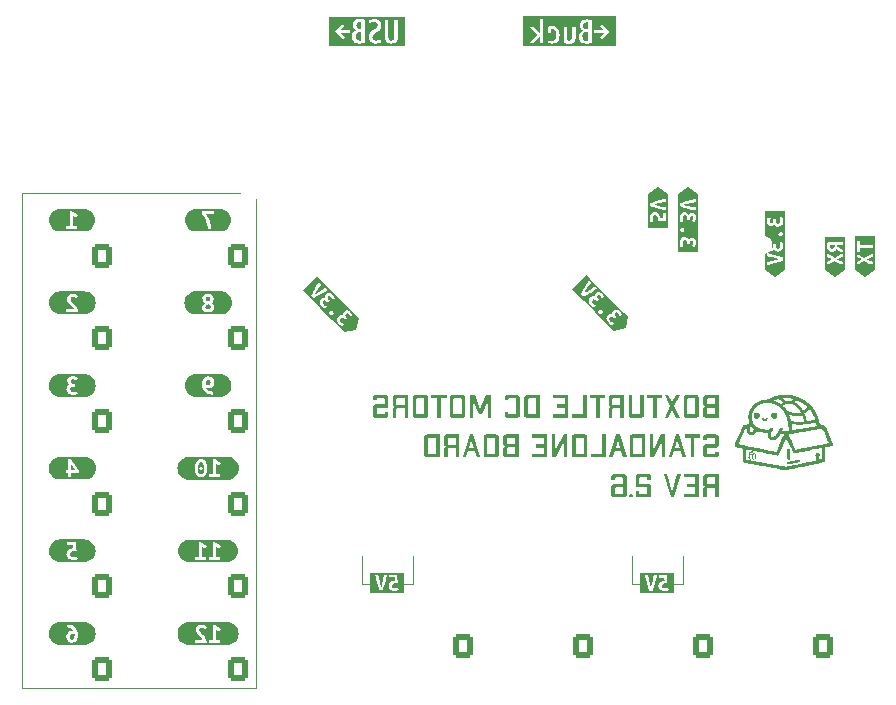
<source format=gbr>
%TF.GenerationSoftware,KiCad,Pcbnew,8.0.9*%
%TF.CreationDate,2025-03-03T16:28:07-03:00*%
%TF.ProjectId,BoxTurtle_DC_motors_RPiPico,426f7854-7572-4746-9c65-5f44435f6d6f,rev?*%
%TF.SameCoordinates,Original*%
%TF.FileFunction,Legend,Bot*%
%TF.FilePolarity,Positive*%
%FSLAX46Y46*%
G04 Gerber Fmt 4.6, Leading zero omitted, Abs format (unit mm)*
G04 Created by KiCad (PCBNEW 8.0.9) date 2025-03-03 16:28:07*
%MOMM*%
%LPD*%
G01*
G04 APERTURE LIST*
G04 Aperture macros list*
%AMRoundRect*
0 Rectangle with rounded corners*
0 $1 Rounding radius*
0 $2 $3 $4 $5 $6 $7 $8 $9 X,Y pos of 4 corners*
0 Add a 4 corners polygon primitive as box body*
4,1,4,$2,$3,$4,$5,$6,$7,$8,$9,$2,$3,0*
0 Add four circle primitives for the rounded corners*
1,1,$1+$1,$2,$3*
1,1,$1+$1,$4,$5*
1,1,$1+$1,$6,$7*
1,1,$1+$1,$8,$9*
0 Add four rect primitives between the rounded corners*
20,1,$1+$1,$2,$3,$4,$5,0*
20,1,$1+$1,$4,$5,$6,$7,0*
20,1,$1+$1,$6,$7,$8,$9,0*
20,1,$1+$1,$8,$9,$2,$3,0*%
G04 Aperture macros list end*
%ADD10C,0.100000*%
%ADD11C,0.000000*%
%ADD12C,1.524000*%
%ADD13R,1.700000X1.700000*%
%ADD14O,1.700000X1.700000*%
%ADD15RoundRect,0.250000X0.600000X0.725000X-0.600000X0.725000X-0.600000X-0.725000X0.600000X-0.725000X0*%
%ADD16O,1.700000X1.950000*%
%ADD17C,1.600000*%
%ADD18O,1.600000X1.600000*%
%ADD19RoundRect,0.250000X0.600000X0.750000X-0.600000X0.750000X-0.600000X-0.750000X0.600000X-0.750000X0*%
%ADD20O,1.700000X2.000000*%
%ADD21R,1.600000X1.600000*%
%ADD22C,3.200000*%
%ADD23O,2.000000X1.200000*%
%ADD24O,3.400000X1.500000*%
%ADD25R,2.600000X2.600000*%
%ADD26C,2.600000*%
G04 APERTURE END LIST*
D10*
X94742000Y-58166000D02*
X94742000Y-100076000D01*
D11*
G36*
X158432675Y-76789172D02*
G01*
X158444105Y-76789201D01*
X158444106Y-76789202D01*
X158444106Y-76789360D01*
X158464089Y-76789246D01*
X158474087Y-76789277D01*
X158479082Y-76789364D01*
X158484071Y-76789519D01*
X158485119Y-76789580D01*
X158486165Y-76789684D01*
X158487208Y-76789826D01*
X158488249Y-76790001D01*
X158489290Y-76790204D01*
X158490329Y-76790431D01*
X158492405Y-76790933D01*
X158496561Y-76791992D01*
X158498646Y-76792467D01*
X158499692Y-76792674D01*
X158500740Y-76792853D01*
X158510129Y-76794540D01*
X158519326Y-76796602D01*
X158528333Y-76799030D01*
X158537158Y-76801814D01*
X158545803Y-76804945D01*
X158554274Y-76808414D01*
X158562576Y-76812209D01*
X158570714Y-76816323D01*
X158578692Y-76820745D01*
X158586516Y-76825466D01*
X158594189Y-76830476D01*
X158601718Y-76835766D01*
X158609106Y-76841325D01*
X158616359Y-76847145D01*
X158623482Y-76853216D01*
X158630478Y-76859528D01*
X158634560Y-76863428D01*
X158638504Y-76867430D01*
X158642317Y-76871530D01*
X158646004Y-76875722D01*
X158649571Y-76880003D01*
X158653025Y-76884367D01*
X158656370Y-76888810D01*
X158659614Y-76893327D01*
X158662761Y-76897913D01*
X158665817Y-76902564D01*
X158671683Y-76912040D01*
X158677258Y-76921718D01*
X158682588Y-76931561D01*
X158686215Y-76938751D01*
X158689571Y-76946017D01*
X158692667Y-76953354D01*
X158695514Y-76960761D01*
X158698121Y-76968232D01*
X158700500Y-76975765D01*
X158702661Y-76983357D01*
X158704615Y-76991003D01*
X158706371Y-76998700D01*
X158707940Y-77006445D01*
X158709333Y-77014233D01*
X158710560Y-77022063D01*
X158712559Y-77037830D01*
X158714021Y-77053719D01*
X158714189Y-77056421D01*
X158714294Y-77059123D01*
X158714331Y-77064532D01*
X158714163Y-77069947D01*
X158713822Y-77075368D01*
X158713340Y-77080797D01*
X158712748Y-77086234D01*
X158711361Y-77097137D01*
X158710525Y-77102860D01*
X158709552Y-77108526D01*
X158708444Y-77114137D01*
X158707206Y-77119697D01*
X158705841Y-77125207D01*
X158704351Y-77130671D01*
X158702741Y-77136090D01*
X158701013Y-77141468D01*
X158699170Y-77146807D01*
X158697216Y-77152109D01*
X158692988Y-77162614D01*
X158688355Y-77173004D01*
X158683342Y-77183299D01*
X158679798Y-77190033D01*
X158676074Y-77196619D01*
X158672175Y-77203059D01*
X158668102Y-77209353D01*
X158663861Y-77215505D01*
X158659454Y-77221515D01*
X158654885Y-77227385D01*
X158650158Y-77233116D01*
X158645276Y-77238711D01*
X158640242Y-77244171D01*
X158635061Y-77249497D01*
X158629736Y-77254691D01*
X158624270Y-77259756D01*
X158618666Y-77264691D01*
X158612929Y-77269500D01*
X158607062Y-77274183D01*
X158600824Y-77278880D01*
X158594464Y-77283343D01*
X158587986Y-77287572D01*
X158581393Y-77291570D01*
X158574688Y-77295336D01*
X158567873Y-77298872D01*
X158560953Y-77302179D01*
X158553931Y-77305258D01*
X158546808Y-77308110D01*
X158539590Y-77310736D01*
X158532278Y-77313138D01*
X158524876Y-77315315D01*
X158517387Y-77317270D01*
X158509814Y-77319003D01*
X158502160Y-77320515D01*
X158494429Y-77321808D01*
X158482724Y-77323698D01*
X158476843Y-77324604D01*
X158470944Y-77325380D01*
X158465026Y-77325947D01*
X158462060Y-77326128D01*
X158459090Y-77326228D01*
X158456115Y-77326237D01*
X158453135Y-77326144D01*
X158450150Y-77325941D01*
X158447161Y-77325618D01*
X158422664Y-77322488D01*
X158416554Y-77321618D01*
X158410460Y-77320668D01*
X158404389Y-77319614D01*
X158398345Y-77318434D01*
X158388509Y-77316232D01*
X158378826Y-77313731D01*
X158369301Y-77310925D01*
X158359938Y-77307809D01*
X158350740Y-77304380D01*
X158341712Y-77300632D01*
X158332857Y-77296561D01*
X158324180Y-77292161D01*
X158315684Y-77287429D01*
X158307373Y-77282358D01*
X158299252Y-77276945D01*
X158291323Y-77271185D01*
X158283593Y-77265073D01*
X158276063Y-77258604D01*
X158268738Y-77251773D01*
X158261622Y-77244576D01*
X158255502Y-77237913D01*
X158249639Y-77231098D01*
X158244031Y-77224133D01*
X158238675Y-77217021D01*
X158233567Y-77209765D01*
X158228703Y-77202369D01*
X158224081Y-77194834D01*
X158219697Y-77187163D01*
X158215549Y-77179360D01*
X158211631Y-77171427D01*
X158207942Y-77163368D01*
X158204478Y-77155184D01*
X158201235Y-77146880D01*
X158198211Y-77138457D01*
X158195402Y-77129918D01*
X158192805Y-77121267D01*
X158190496Y-77113487D01*
X158189357Y-77109570D01*
X158188295Y-77105640D01*
X158187357Y-77101698D01*
X158186950Y-77099724D01*
X158186593Y-77097748D01*
X158186291Y-77095771D01*
X158186051Y-77093793D01*
X158185878Y-77091814D01*
X158185780Y-77089834D01*
X158184959Y-77063750D01*
X158184775Y-77050714D01*
X158184956Y-77037695D01*
X158185233Y-77031194D01*
X158185661Y-77024702D01*
X158186261Y-77018218D01*
X158187052Y-77011744D01*
X158188054Y-77005282D01*
X158189287Y-76998831D01*
X158190771Y-76992394D01*
X158192526Y-76985972D01*
X158197113Y-76971385D01*
X158199587Y-76964194D01*
X158202191Y-76957072D01*
X158204930Y-76950022D01*
X158207812Y-76943045D01*
X158210844Y-76936144D01*
X158214032Y-76929318D01*
X158217383Y-76922571D01*
X158220905Y-76915903D01*
X158224603Y-76909317D01*
X158228485Y-76902814D01*
X158232557Y-76896396D01*
X158236827Y-76890064D01*
X158241301Y-76883820D01*
X158245985Y-76877665D01*
X158249858Y-76872858D01*
X158253828Y-76868182D01*
X158257894Y-76863638D01*
X158262057Y-76859223D01*
X158266315Y-76854936D01*
X158270670Y-76850775D01*
X158275119Y-76846738D01*
X158279665Y-76842824D01*
X158284306Y-76839032D01*
X158289042Y-76835359D01*
X158293873Y-76831805D01*
X158298799Y-76828367D01*
X158303819Y-76825045D01*
X158308934Y-76821836D01*
X158314143Y-76818739D01*
X158319447Y-76815752D01*
X158325392Y-76812607D01*
X158331397Y-76809658D01*
X158337459Y-76806907D01*
X158343579Y-76804354D01*
X158349756Y-76801999D01*
X158355989Y-76799841D01*
X158362277Y-76797882D01*
X158368620Y-76796122D01*
X158375016Y-76794560D01*
X158381466Y-76793197D01*
X158387969Y-76792032D01*
X158394523Y-76791067D01*
X158401129Y-76790301D01*
X158407785Y-76789735D01*
X158414490Y-76789368D01*
X158421245Y-76789201D01*
X158426960Y-76789168D01*
X158432675Y-76789172D01*
G37*
D10*
X150700000Y-88900000D02*
X150700000Y-91300000D01*
D11*
G36*
X156456734Y-80273542D02*
G01*
X156461337Y-80276757D01*
X156465962Y-80280035D01*
X156514648Y-80314945D01*
X156538951Y-80332469D01*
X156563156Y-80350123D01*
X156564567Y-80351117D01*
X156565961Y-80351998D01*
X156567342Y-80352768D01*
X156568712Y-80353425D01*
X156570078Y-80353969D01*
X156571441Y-80354401D01*
X156572807Y-80354720D01*
X156574179Y-80354925D01*
X156575562Y-80355018D01*
X156576959Y-80354996D01*
X156578373Y-80354860D01*
X156579810Y-80354610D01*
X156581273Y-80354246D01*
X156582766Y-80353767D01*
X156584293Y-80353174D01*
X156585858Y-80352465D01*
X156591011Y-80350018D01*
X156596199Y-80347639D01*
X156606644Y-80343029D01*
X156627609Y-80334010D01*
X156700158Y-80302419D01*
X156704247Y-80304752D01*
X156708655Y-80307416D01*
X156713314Y-80310362D01*
X156718158Y-80313538D01*
X156728125Y-80320385D01*
X156738014Y-80327556D01*
X156747284Y-80334651D01*
X156751518Y-80338045D01*
X156755393Y-80341269D01*
X156758843Y-80344274D01*
X156761799Y-80347010D01*
X156764193Y-80349426D01*
X156765959Y-80351473D01*
X156726512Y-80369173D01*
X156686867Y-80386398D01*
X156647200Y-80403711D01*
X156627413Y-80412578D01*
X156607686Y-80421680D01*
X156607686Y-80443468D01*
X156607606Y-80734616D01*
X156607650Y-80737184D01*
X156607744Y-80739766D01*
X156607828Y-80742356D01*
X156607844Y-80744949D01*
X156607809Y-80746246D01*
X156607734Y-80747541D01*
X156607613Y-80748834D01*
X156607439Y-80750125D01*
X156607203Y-80751413D01*
X156606900Y-80752698D01*
X156606520Y-80753978D01*
X156606058Y-80755253D01*
X156601989Y-80757437D01*
X156597925Y-80759543D01*
X156593852Y-80761550D01*
X156589752Y-80763438D01*
X156585609Y-80765189D01*
X156583516Y-80766007D01*
X156581407Y-80766783D01*
X156579279Y-80767515D01*
X156577129Y-80768200D01*
X156574957Y-80768836D01*
X156572761Y-80769421D01*
X156539621Y-80745410D01*
X156539621Y-80411570D01*
X156523612Y-80399911D01*
X156508784Y-80389176D01*
X156391428Y-80304760D01*
X156390803Y-80304297D01*
X156390191Y-80303817D01*
X156389590Y-80303321D01*
X156389000Y-80302811D01*
X156388417Y-80302288D01*
X156387841Y-80301752D01*
X156386701Y-80300653D01*
X156384424Y-80298376D01*
X156383261Y-80297221D01*
X156382062Y-80296069D01*
X156384949Y-80294273D01*
X156388310Y-80292343D01*
X156396189Y-80288193D01*
X156405167Y-80283851D01*
X156414710Y-80279549D01*
X156424285Y-80275519D01*
X156433358Y-80271993D01*
X156441395Y-80269201D01*
X156444859Y-80268153D01*
X156447864Y-80267375D01*
X156456734Y-80273542D01*
G37*
D10*
X123530000Y-91300000D02*
X124230000Y-91300000D01*
X146400000Y-91300000D02*
X147100000Y-91300000D01*
D11*
G36*
X156573832Y-80102585D02*
G01*
X156574592Y-80102665D01*
X156575333Y-80102810D01*
X156576064Y-80103020D01*
X156576794Y-80103294D01*
X156577531Y-80103632D01*
X156578284Y-80104034D01*
X156579063Y-80104500D01*
X156580728Y-80105621D01*
X156590104Y-80112592D01*
X156851446Y-80300234D01*
X156852949Y-80301343D01*
X156854421Y-80302485D01*
X156855860Y-80303647D01*
X156857266Y-80304813D01*
X156859969Y-80307105D01*
X156861264Y-80308201D01*
X156862519Y-80309244D01*
X156863562Y-80374927D01*
X156863625Y-80484693D01*
X156862848Y-80590574D01*
X156862188Y-80627068D01*
X156861368Y-80644603D01*
X156831449Y-80657382D01*
X156800964Y-80670281D01*
X156800877Y-80670315D01*
X156800787Y-80670341D01*
X156800597Y-80670375D01*
X156800395Y-80670385D01*
X156800181Y-80670373D01*
X156799953Y-80670341D01*
X156799713Y-80670292D01*
X156799460Y-80670228D01*
X156799193Y-80670152D01*
X156797989Y-80669767D01*
X156797303Y-80669560D01*
X156796938Y-80669461D01*
X156796558Y-80669368D01*
X156796146Y-80668184D01*
X156795812Y-80666983D01*
X156795550Y-80665768D01*
X156795351Y-80664540D01*
X156795210Y-80663300D01*
X156795118Y-80662050D01*
X156795069Y-80660791D01*
X156795055Y-80659525D01*
X156795368Y-80649326D01*
X156795249Y-80357980D01*
X156795303Y-80355394D01*
X156795414Y-80352785D01*
X156795504Y-80350153D01*
X156795518Y-80348828D01*
X156795497Y-80347497D01*
X156795432Y-80346160D01*
X156795315Y-80344817D01*
X156795134Y-80343468D01*
X156794881Y-80342113D01*
X156794545Y-80340751D01*
X156794117Y-80339383D01*
X156793588Y-80338008D01*
X156792947Y-80336628D01*
X156573872Y-80179426D01*
X156499855Y-80211414D01*
X156462350Y-80227751D01*
X156443631Y-80235999D01*
X156424965Y-80244355D01*
X156415891Y-80248370D01*
X156406754Y-80252276D01*
X156388403Y-80260036D01*
X156379241Y-80264030D01*
X156370125Y-80268192D01*
X156361082Y-80272590D01*
X156352138Y-80277295D01*
X156352138Y-80506531D01*
X156352059Y-80596026D01*
X156352067Y-80596690D01*
X156352098Y-80597367D01*
X156352188Y-80598750D01*
X156352225Y-80599446D01*
X156352242Y-80600139D01*
X156352228Y-80600826D01*
X156352173Y-80601503D01*
X156352126Y-80601836D01*
X156352065Y-80602164D01*
X156351988Y-80602488D01*
X156351893Y-80602807D01*
X156351780Y-80603120D01*
X156351647Y-80603426D01*
X156351493Y-80603726D01*
X156351316Y-80604018D01*
X156351116Y-80604302D01*
X156350889Y-80604578D01*
X156350636Y-80604845D01*
X156350355Y-80605103D01*
X156350045Y-80605350D01*
X156349704Y-80605587D01*
X156349330Y-80605813D01*
X156348923Y-80606027D01*
X156346441Y-80604856D01*
X156343589Y-80603354D01*
X156336915Y-80599452D01*
X156329187Y-80594522D01*
X156320691Y-80588759D01*
X156311713Y-80582361D01*
X156302539Y-80575527D01*
X156293456Y-80568454D01*
X156284748Y-80561339D01*
X156284748Y-80227925D01*
X156284729Y-80227904D01*
X156284719Y-80227894D01*
X156284709Y-80227884D01*
X156285986Y-80227193D01*
X156287151Y-80226550D01*
X156289213Y-80225398D01*
X156290146Y-80224887D01*
X156291038Y-80224418D01*
X156291905Y-80223988D01*
X156292765Y-80223598D01*
X156507277Y-80129975D01*
X156530841Y-80119736D01*
X156554346Y-80109377D01*
X156561786Y-80106076D01*
X156564739Y-80104837D01*
X156567272Y-80103869D01*
X156568403Y-80103486D01*
X156569455Y-80103170D01*
X156570436Y-80102921D01*
X156571356Y-80102738D01*
X156572223Y-80102621D01*
X156573045Y-80102570D01*
X156573832Y-80102585D01*
G37*
D10*
X123530000Y-88900000D02*
X123530000Y-91300000D01*
D11*
G36*
X160855319Y-75662871D02*
G01*
X160904179Y-75690543D01*
X160952410Y-75719033D01*
X161000007Y-75748347D01*
X161046966Y-75778491D01*
X161093281Y-75809469D01*
X161138948Y-75841289D01*
X161183962Y-75873956D01*
X161228317Y-75907475D01*
X161272010Y-75941853D01*
X161315036Y-75977095D01*
X161357389Y-76013208D01*
X161399065Y-76050196D01*
X161440058Y-76088066D01*
X161480365Y-76126824D01*
X161519981Y-76166476D01*
X161558899Y-76207026D01*
X161599886Y-76251616D01*
X161639779Y-76297063D01*
X161674755Y-76338788D01*
X161678586Y-76343360D01*
X161716320Y-76390497D01*
X161752989Y-76438465D01*
X161788604Y-76487257D01*
X161823176Y-76536862D01*
X161856714Y-76587272D01*
X161883069Y-76628666D01*
X161908630Y-76670504D01*
X161933426Y-76712771D01*
X161957481Y-76755448D01*
X161980821Y-76798520D01*
X162003474Y-76841969D01*
X162025464Y-76885779D01*
X162046817Y-76929934D01*
X162067965Y-76975486D01*
X162088297Y-77021360D01*
X162107797Y-77067562D01*
X162126450Y-77114099D01*
X162144240Y-77160976D01*
X162161151Y-77208200D01*
X162177167Y-77255776D01*
X162192272Y-77303711D01*
X162204608Y-77346027D01*
X162208026Y-77358797D01*
X162215988Y-77388548D01*
X162226501Y-77431257D01*
X162236236Y-77474134D01*
X162245283Y-77517162D01*
X162250022Y-77541372D01*
X162253731Y-77560322D01*
X162269186Y-77646968D01*
X162279426Y-77706033D01*
X162290022Y-77765038D01*
X162290193Y-77765936D01*
X162290388Y-77766827D01*
X162290607Y-77767710D01*
X162290845Y-77768584D01*
X162291366Y-77770303D01*
X162291927Y-77771974D01*
X162293070Y-77775140D01*
X162293600Y-77776619D01*
X162294071Y-77778016D01*
X162295066Y-77778384D01*
X162295922Y-77778716D01*
X162297300Y-77779266D01*
X162297864Y-77779486D01*
X162298125Y-77779582D01*
X162298373Y-77779668D01*
X162298614Y-77779745D01*
X162298848Y-77779813D01*
X162299079Y-77779872D01*
X162299309Y-77779921D01*
X162576566Y-77829808D01*
X162584285Y-77831260D01*
X162591961Y-77832863D01*
X162599587Y-77834643D01*
X162607155Y-77836625D01*
X162614661Y-77838833D01*
X162622096Y-77841294D01*
X162629456Y-77844032D01*
X162633105Y-77845513D01*
X162636732Y-77847072D01*
X162644885Y-77850891D01*
X162652751Y-77855008D01*
X162660333Y-77859419D01*
X162667633Y-77864122D01*
X162674654Y-77869112D01*
X162681398Y-77874387D01*
X162687868Y-77879943D01*
X162694066Y-77885777D01*
X162699995Y-77891886D01*
X162700814Y-77892809D01*
X162705656Y-77898265D01*
X162711054Y-77904912D01*
X162716190Y-77911824D01*
X162721066Y-77918996D01*
X162725686Y-77926426D01*
X162730052Y-77934110D01*
X162734165Y-77942044D01*
X162745246Y-77964681D01*
X162756167Y-77987402D01*
X162766932Y-78010206D01*
X162777544Y-78033088D01*
X163137390Y-78816360D01*
X163340471Y-79259193D01*
X163357423Y-79296941D01*
X163374017Y-79334842D01*
X163389456Y-79370794D01*
X163406670Y-79410878D01*
X163409007Y-79416629D01*
X163411109Y-79422407D01*
X163412975Y-79428211D01*
X163414605Y-79434041D01*
X163416000Y-79439897D01*
X163417159Y-79445780D01*
X163418084Y-79451687D01*
X163418775Y-79457620D01*
X163419230Y-79463579D01*
X163419452Y-79469562D01*
X163419440Y-79475569D01*
X163419194Y-79481602D01*
X163418714Y-79487658D01*
X163418002Y-79493738D01*
X163417056Y-79499842D01*
X163415877Y-79505970D01*
X163413445Y-79516213D01*
X163410551Y-79526077D01*
X163407193Y-79535558D01*
X163403369Y-79544655D01*
X163399075Y-79553365D01*
X163394309Y-79561685D01*
X163389067Y-79569614D01*
X163383348Y-79577149D01*
X163377149Y-79584288D01*
X163370467Y-79591028D01*
X163363298Y-79597367D01*
X163355641Y-79603303D01*
X163347493Y-79608834D01*
X163338850Y-79613956D01*
X163329711Y-79618669D01*
X163320072Y-79622969D01*
X163315898Y-79624647D01*
X163311683Y-79626257D01*
X163307433Y-79627793D01*
X163303150Y-79629249D01*
X163298839Y-79630619D01*
X163294505Y-79631898D01*
X163290151Y-79633080D01*
X163285782Y-79634160D01*
X163278611Y-79635799D01*
X163271417Y-79637360D01*
X163256979Y-79640297D01*
X163242495Y-79643062D01*
X163227997Y-79645749D01*
X163025948Y-79683056D01*
X162745635Y-79737387D01*
X162743810Y-79737757D01*
X162742001Y-79738174D01*
X162740210Y-79738625D01*
X162738441Y-79739099D01*
X162734986Y-79740061D01*
X162731665Y-79740959D01*
X162731785Y-79741038D01*
X162731074Y-79743165D01*
X162730429Y-79745274D01*
X162729846Y-79747369D01*
X162729324Y-79749449D01*
X162728860Y-79751517D01*
X162728450Y-79753574D01*
X162728093Y-79755622D01*
X162727786Y-79757662D01*
X162727527Y-79759697D01*
X162727312Y-79761727D01*
X162727007Y-79765779D01*
X162726851Y-79769833D01*
X162726824Y-79773900D01*
X162727642Y-79869090D01*
X162728134Y-79964280D01*
X162729205Y-80634682D01*
X162728977Y-80698480D01*
X162728990Y-80724297D01*
X162728993Y-80730386D01*
X162729404Y-80762277D01*
X162729561Y-80778024D01*
X162729360Y-80793742D01*
X162728819Y-80809432D01*
X162727955Y-80825098D01*
X162726786Y-80840739D01*
X162725329Y-80856357D01*
X162723603Y-80871954D01*
X162721625Y-80887531D01*
X162720099Y-80897033D01*
X162718125Y-80906218D01*
X162715696Y-80915082D01*
X162712807Y-80923621D01*
X162709455Y-80931831D01*
X162705634Y-80939706D01*
X162701340Y-80947244D01*
X162696567Y-80954439D01*
X162694000Y-80957907D01*
X162691311Y-80961288D01*
X162688500Y-80964581D01*
X162685567Y-80967786D01*
X162682510Y-80970902D01*
X162679330Y-80973929D01*
X162676025Y-80976867D01*
X162672595Y-80979713D01*
X162669040Y-80982469D01*
X162665358Y-80985134D01*
X162657613Y-80990186D01*
X162649357Y-80994867D01*
X162640583Y-80999172D01*
X162634901Y-81001660D01*
X162629168Y-81003975D01*
X162623382Y-81006122D01*
X162617544Y-81008102D01*
X162611654Y-81009918D01*
X162605713Y-81011573D01*
X162599718Y-81013070D01*
X162593672Y-81014412D01*
X162166913Y-81102717D01*
X161913310Y-81154866D01*
X161689631Y-81200467D01*
X161501155Y-81238686D01*
X161307202Y-81277937D01*
X161120790Y-81316196D01*
X160859726Y-81369337D01*
X160576397Y-81427916D01*
X160278185Y-81488956D01*
X160039504Y-81538287D01*
X159810229Y-81584999D01*
X159498643Y-81648023D01*
X159487181Y-81650187D01*
X159475685Y-81652107D01*
X159464155Y-81653762D01*
X159452590Y-81655127D01*
X159440990Y-81656180D01*
X159429354Y-81656897D01*
X159417682Y-81657255D01*
X159405973Y-81657231D01*
X159390485Y-81656732D01*
X159375036Y-81655855D01*
X159359623Y-81654632D01*
X159344244Y-81653098D01*
X159328896Y-81651287D01*
X159313578Y-81649233D01*
X159298287Y-81646970D01*
X159283020Y-81644531D01*
X159238918Y-81637050D01*
X159194875Y-81629246D01*
X159106848Y-81613336D01*
X158805223Y-81559203D01*
X158591585Y-81521539D01*
X158286031Y-81467684D01*
X158092991Y-81433949D01*
X157875503Y-81395532D01*
X157624401Y-81351637D01*
X157296423Y-81293138D01*
X156977851Y-81237138D01*
X156496402Y-81150858D01*
X156340053Y-81122238D01*
X156183824Y-81092994D01*
X156077367Y-81072277D01*
X155971059Y-81050846D01*
X155952926Y-81046999D01*
X155934849Y-81042844D01*
X155916839Y-81038383D01*
X155898907Y-81033621D01*
X155894881Y-81032459D01*
X155890899Y-81031192D01*
X155886962Y-81029820D01*
X155883070Y-81028345D01*
X155879225Y-81026768D01*
X155875426Y-81025092D01*
X155871674Y-81023316D01*
X155867970Y-81021443D01*
X155864315Y-81019473D01*
X155860708Y-81017408D01*
X155857151Y-81015250D01*
X155853644Y-81013000D01*
X155850188Y-81010659D01*
X155846783Y-81008228D01*
X155843430Y-81005708D01*
X155840129Y-81003102D01*
X155835047Y-80998773D01*
X155830259Y-80994270D01*
X155825757Y-80989600D01*
X155821533Y-80984767D01*
X155817579Y-80979775D01*
X155813888Y-80974630D01*
X155810452Y-80969337D01*
X155807263Y-80963901D01*
X155804314Y-80958326D01*
X155801597Y-80952617D01*
X155799103Y-80946779D01*
X155796826Y-80940818D01*
X155794758Y-80934737D01*
X155792890Y-80928542D01*
X155791216Y-80922238D01*
X155789727Y-80915829D01*
X155787792Y-80905987D01*
X155786222Y-80896108D01*
X155784984Y-80886198D01*
X155784046Y-80876261D01*
X155783373Y-80866301D01*
X155782934Y-80856324D01*
X155782694Y-80846334D01*
X155782622Y-80836335D01*
X155782584Y-79918799D01*
X156067802Y-79918799D01*
X156067817Y-79926419D01*
X156067817Y-80749141D01*
X156067817Y-80753410D01*
X156067851Y-80757694D01*
X156067896Y-80759836D01*
X156067967Y-80761977D01*
X156068071Y-80764115D01*
X156068213Y-80766247D01*
X156068263Y-80766776D01*
X156068330Y-80767294D01*
X156068416Y-80767799D01*
X156068518Y-80768292D01*
X156068638Y-80768773D01*
X156068774Y-80769241D01*
X156068927Y-80769696D01*
X156069097Y-80770138D01*
X156069284Y-80770568D01*
X156069486Y-80770985D01*
X156069705Y-80771389D01*
X156069939Y-80771780D01*
X156070189Y-80772158D01*
X156070454Y-80772523D01*
X156070735Y-80772874D01*
X156071031Y-80773212D01*
X156071342Y-80773536D01*
X156071667Y-80773847D01*
X156072007Y-80774144D01*
X156072361Y-80774427D01*
X156072729Y-80774697D01*
X156073111Y-80774952D01*
X156073507Y-80775194D01*
X156073917Y-80775422D01*
X156074340Y-80775635D01*
X156074776Y-80775834D01*
X156075225Y-80776019D01*
X156075687Y-80776189D01*
X156076648Y-80776486D01*
X156077659Y-80776724D01*
X156109295Y-80782925D01*
X156140960Y-80788948D01*
X156234146Y-80806331D01*
X156347851Y-80828079D01*
X156446792Y-80846931D01*
X156545733Y-80865227D01*
X156614671Y-80878205D01*
X156694918Y-80892492D01*
X156767705Y-80905589D01*
X156868670Y-80923488D01*
X156973564Y-80942022D01*
X157053892Y-80956230D01*
X157136005Y-80970796D01*
X157214547Y-80983853D01*
X157250022Y-80990104D01*
X157285468Y-80996474D01*
X157390045Y-81015127D01*
X157509703Y-81037272D01*
X157586260Y-81051362D01*
X157637541Y-81060758D01*
X157688852Y-81069975D01*
X157767434Y-81082993D01*
X157888758Y-81104622D01*
X158021830Y-81127323D01*
X158124779Y-81145262D01*
X158179072Y-81154232D01*
X158266821Y-81169352D01*
X158341672Y-81181656D01*
X158450019Y-81200428D01*
X158577336Y-81222692D01*
X158678182Y-81241147D01*
X158797761Y-81261864D01*
X158894678Y-81279962D01*
X158993738Y-81296988D01*
X159111490Y-81318816D01*
X159216186Y-81337588D01*
X159262774Y-81346245D01*
X159309333Y-81355051D01*
X159325767Y-81357930D01*
X159342237Y-81360360D01*
X159358741Y-81362314D01*
X159375278Y-81363767D01*
X159391847Y-81364694D01*
X159408447Y-81365069D01*
X159425075Y-81364866D01*
X159441730Y-81364060D01*
X159448556Y-81363490D01*
X159455370Y-81362722D01*
X159462174Y-81361786D01*
X159468966Y-81360711D01*
X159475747Y-81359526D01*
X159482516Y-81358261D01*
X159496022Y-81355606D01*
X159559175Y-81342757D01*
X159622269Y-81329611D01*
X159730258Y-81307227D01*
X159893850Y-81273373D01*
X160060974Y-81238924D01*
X160308743Y-81189156D01*
X160641999Y-81122481D01*
X160833690Y-81083309D01*
X161043676Y-81040884D01*
X161248345Y-80998696D01*
X161437694Y-80959485D01*
X161692289Y-80905231D01*
X161851992Y-80872688D01*
X161882617Y-80866076D01*
X161913190Y-80859234D01*
X161974269Y-80845304D01*
X161975047Y-80845113D01*
X161975820Y-80844898D01*
X161976587Y-80844662D01*
X161977349Y-80844409D01*
X161978854Y-80843857D01*
X161980336Y-80843265D01*
X161983226Y-80842039D01*
X161984634Y-80841447D01*
X161985983Y-80840911D01*
X161986119Y-80840428D01*
X161986265Y-80839939D01*
X161986560Y-80839018D01*
X161987112Y-80837371D01*
X161987341Y-80836622D01*
X161987438Y-80836262D01*
X161987522Y-80835909D01*
X161987589Y-80835563D01*
X161987640Y-80835221D01*
X161987671Y-80834884D01*
X161987682Y-80834548D01*
X161987682Y-80491727D01*
X161987671Y-80491392D01*
X161987640Y-80491057D01*
X161987589Y-80490718D01*
X161987520Y-80490375D01*
X161987435Y-80490024D01*
X161987335Y-80489666D01*
X161987097Y-80488914D01*
X161986510Y-80487223D01*
X161986186Y-80486253D01*
X161985857Y-80485179D01*
X161984755Y-80485242D01*
X161983655Y-80485288D01*
X161981461Y-80485367D01*
X161980369Y-80485419D01*
X161979282Y-80485491D01*
X161978200Y-80485593D01*
X161977125Y-80485735D01*
X161970521Y-80486726D01*
X161963926Y-80487536D01*
X161960631Y-80487849D01*
X161957339Y-80488088D01*
X161954050Y-80488243D01*
X161950763Y-80488304D01*
X161947479Y-80488262D01*
X161944198Y-80488107D01*
X161940920Y-80487830D01*
X161937645Y-80487420D01*
X161934373Y-80486868D01*
X161931105Y-80486165D01*
X161927840Y-80485301D01*
X161924579Y-80484266D01*
X161920083Y-80482572D01*
X161915792Y-80480665D01*
X161911700Y-80478549D01*
X161907806Y-80476231D01*
X161904104Y-80473717D01*
X161900592Y-80471012D01*
X161897267Y-80468122D01*
X161894124Y-80465052D01*
X161891160Y-80461810D01*
X161888372Y-80458399D01*
X161885755Y-80454827D01*
X161883307Y-80451098D01*
X161881024Y-80447219D01*
X161878902Y-80443195D01*
X161876938Y-80439032D01*
X161875129Y-80434736D01*
X161874201Y-80432207D01*
X161873430Y-80429666D01*
X161872818Y-80427119D01*
X161872367Y-80424568D01*
X161872081Y-80422018D01*
X161871962Y-80419473D01*
X161872013Y-80416936D01*
X161872236Y-80414411D01*
X161872635Y-80411903D01*
X161873212Y-80409415D01*
X161873970Y-80406951D01*
X161874911Y-80404515D01*
X161876038Y-80402111D01*
X161877355Y-80399742D01*
X161878863Y-80397413D01*
X161880566Y-80395128D01*
X161897190Y-80374337D01*
X161905574Y-80363991D01*
X161914022Y-80353694D01*
X161940623Y-80321404D01*
X161954038Y-80305346D01*
X161967640Y-80289441D01*
X161987087Y-80267254D01*
X161996943Y-80256277D01*
X162006921Y-80245412D01*
X162017043Y-80234683D01*
X162027335Y-80224114D01*
X162037820Y-80213731D01*
X162048523Y-80203557D01*
X162052858Y-80199760D01*
X162057288Y-80196342D01*
X162061811Y-80193299D01*
X162066425Y-80190626D01*
X162071128Y-80188318D01*
X162075917Y-80186371D01*
X162080790Y-80184780D01*
X162085745Y-80183540D01*
X162090780Y-80182646D01*
X162095891Y-80182094D01*
X162101078Y-80181880D01*
X162106337Y-80181997D01*
X162111667Y-80182443D01*
X162117065Y-80183211D01*
X162122529Y-80184297D01*
X162128057Y-80185697D01*
X162131182Y-80186620D01*
X162134261Y-80187631D01*
X162137295Y-80188729D01*
X162140283Y-80189913D01*
X162143226Y-80191182D01*
X162146123Y-80192536D01*
X162148974Y-80193972D01*
X162151780Y-80195490D01*
X162154540Y-80197090D01*
X162157255Y-80198769D01*
X162159924Y-80200527D01*
X162162548Y-80202362D01*
X162165126Y-80204275D01*
X162167658Y-80206263D01*
X162170145Y-80208326D01*
X162172586Y-80210462D01*
X162185660Y-80222244D01*
X162198651Y-80234112D01*
X162211509Y-80246120D01*
X162217871Y-80252195D01*
X162224180Y-80258326D01*
X162243804Y-80277737D01*
X162263302Y-80297294D01*
X162302126Y-80336590D01*
X162304457Y-80339006D01*
X162306716Y-80341466D01*
X162308902Y-80343969D01*
X162311015Y-80346518D01*
X162313052Y-80349114D01*
X162315012Y-80351759D01*
X162316896Y-80354455D01*
X162318701Y-80357202D01*
X162320426Y-80360003D01*
X162322071Y-80362859D01*
X162323635Y-80365771D01*
X162325115Y-80368742D01*
X162326511Y-80371772D01*
X162327822Y-80374864D01*
X162329048Y-80378019D01*
X162330186Y-80381238D01*
X162331144Y-80384344D01*
X162331925Y-80387409D01*
X162332533Y-80390431D01*
X162332973Y-80393409D01*
X162333251Y-80396342D01*
X162333372Y-80399228D01*
X162333341Y-80402064D01*
X162333162Y-80404850D01*
X162332842Y-80407584D01*
X162332385Y-80410264D01*
X162331796Y-80412888D01*
X162331081Y-80415455D01*
X162330245Y-80417963D01*
X162329293Y-80420410D01*
X162328229Y-80422796D01*
X162327060Y-80425117D01*
X162325790Y-80427374D01*
X162324425Y-80429563D01*
X162322969Y-80431683D01*
X162321428Y-80433733D01*
X162319807Y-80435711D01*
X162318111Y-80437615D01*
X162316345Y-80439444D01*
X162314514Y-80441195D01*
X162312624Y-80442868D01*
X162310679Y-80444461D01*
X162308685Y-80445972D01*
X162306647Y-80447399D01*
X162304570Y-80448741D01*
X162302460Y-80449996D01*
X162300320Y-80451163D01*
X162298158Y-80452239D01*
X162295408Y-80453491D01*
X162292637Y-80454642D01*
X162289844Y-80455690D01*
X162287030Y-80456634D01*
X162284196Y-80457471D01*
X162281342Y-80458200D01*
X162278468Y-80458820D01*
X162275575Y-80459328D01*
X162272664Y-80459723D01*
X162269735Y-80460004D01*
X162266787Y-80460168D01*
X162263823Y-80460214D01*
X162260842Y-80460141D01*
X162257844Y-80459946D01*
X162254831Y-80459627D01*
X162251803Y-80459184D01*
X162249693Y-80458813D01*
X162247588Y-80458421D01*
X162243389Y-80457601D01*
X162239190Y-80456790D01*
X162237085Y-80456407D01*
X162234975Y-80456049D01*
X162233096Y-80455745D01*
X162232152Y-80455613D01*
X162231206Y-80455503D01*
X162230257Y-80455425D01*
X162229304Y-80455387D01*
X162228346Y-80455397D01*
X162227385Y-80455463D01*
X162226419Y-80455593D01*
X162225448Y-80455796D01*
X162224472Y-80456079D01*
X162223981Y-80456253D01*
X162223489Y-80456450D01*
X162222996Y-80456672D01*
X162222501Y-80456919D01*
X162222005Y-80457192D01*
X162221507Y-80457492D01*
X162221007Y-80457820D01*
X162220506Y-80458178D01*
X162220002Y-80458566D01*
X162219497Y-80458986D01*
X162219230Y-80462178D01*
X162218912Y-80465623D01*
X162218763Y-80467413D01*
X162218638Y-80469232D01*
X162218548Y-80471070D01*
X162218505Y-80472916D01*
X162217730Y-80579533D01*
X162217845Y-80678567D01*
X162218756Y-80754190D01*
X162219481Y-80778277D01*
X162220370Y-80790575D01*
X162220532Y-80790727D01*
X162220693Y-80790883D01*
X162220853Y-80791040D01*
X162221015Y-80791195D01*
X162221098Y-80791271D01*
X162221181Y-80791344D01*
X162221266Y-80791416D01*
X162221353Y-80791485D01*
X162221441Y-80791551D01*
X162221531Y-80791613D01*
X162221624Y-80791671D01*
X162221720Y-80791726D01*
X162221935Y-80791829D01*
X162222161Y-80791928D01*
X162222277Y-80791974D01*
X162222395Y-80792017D01*
X162222513Y-80792057D01*
X162222632Y-80792093D01*
X162222751Y-80792124D01*
X162222870Y-80792150D01*
X162222987Y-80792170D01*
X162223104Y-80792183D01*
X162223218Y-80792190D01*
X162223330Y-80792189D01*
X162223439Y-80792180D01*
X162223545Y-80792162D01*
X162435357Y-80748586D01*
X162436040Y-80748436D01*
X162436721Y-80748269D01*
X162438083Y-80747892D01*
X162439457Y-80747463D01*
X162440854Y-80746993D01*
X162443774Y-80745968D01*
X162445322Y-80745433D01*
X162446946Y-80744895D01*
X162447336Y-80741594D01*
X162447745Y-80738346D01*
X162447934Y-80736734D01*
X162448101Y-80735127D01*
X162448238Y-80733522D01*
X162448335Y-80731917D01*
X162448407Y-80730012D01*
X162448448Y-80728107D01*
X162448464Y-80724297D01*
X162448415Y-80716677D01*
X162448415Y-80036751D01*
X162448057Y-79878676D01*
X162447946Y-79865823D01*
X162447760Y-79852978D01*
X162447343Y-79827280D01*
X162447358Y-79822508D01*
X162447333Y-79821320D01*
X162447271Y-79820137D01*
X162447222Y-79819548D01*
X162447159Y-79818961D01*
X162447081Y-79818377D01*
X162446986Y-79817795D01*
X162446561Y-79815490D01*
X162446094Y-79813178D01*
X162445056Y-79808483D01*
X162442739Y-79798428D01*
X162440773Y-79798324D01*
X162438832Y-79798181D01*
X162435025Y-79797882D01*
X162433158Y-79797780D01*
X162432234Y-79797753D01*
X162431315Y-79797747D01*
X162430402Y-79797764D01*
X162429495Y-79797808D01*
X162428594Y-79797883D01*
X162427698Y-79797991D01*
X162411727Y-79800368D01*
X162395774Y-79802863D01*
X162363880Y-79807913D01*
X162333842Y-79812378D01*
X162318824Y-79814610D01*
X162303833Y-79816962D01*
X162265485Y-79823312D01*
X162246326Y-79826639D01*
X162227196Y-79830138D01*
X162204868Y-79834468D01*
X162182573Y-79838973D01*
X162137979Y-79847958D01*
X162031894Y-79868278D01*
X161977830Y-79879142D01*
X161923825Y-79890185D01*
X161800953Y-79915307D01*
X161499328Y-79974958D01*
X161367208Y-80002500D01*
X161220206Y-80031274D01*
X161095706Y-80056872D01*
X160926240Y-80091242D01*
X160779436Y-80121523D01*
X160580364Y-80161211D01*
X160429671Y-80192167D01*
X160366438Y-80204941D01*
X160303147Y-80217329D01*
X160281695Y-80221330D01*
X160260210Y-80225142D01*
X160238702Y-80228798D01*
X160217184Y-80232331D01*
X160207305Y-80233877D01*
X160202351Y-80234592D01*
X160197390Y-80235238D01*
X160192425Y-80235790D01*
X160187459Y-80236226D01*
X160182495Y-80236523D01*
X160177536Y-80236657D01*
X160166542Y-80236507D01*
X160155801Y-80235839D01*
X160145325Y-80234638D01*
X160135125Y-80232889D01*
X160125211Y-80230578D01*
X160120365Y-80229207D01*
X160115595Y-80227690D01*
X160110901Y-80226025D01*
X160106287Y-80224209D01*
X160101752Y-80222242D01*
X160097298Y-80220122D01*
X160092927Y-80217846D01*
X160088639Y-80215412D01*
X160084437Y-80212820D01*
X160080322Y-80210066D01*
X160076294Y-80207150D01*
X160072356Y-80204069D01*
X160068509Y-80200821D01*
X160064754Y-80197405D01*
X160061092Y-80193819D01*
X160057526Y-80190060D01*
X160054055Y-80186128D01*
X160050682Y-80182019D01*
X160047408Y-80177733D01*
X160044234Y-80173268D01*
X160041162Y-80168621D01*
X160038193Y-80163790D01*
X160033122Y-80154948D01*
X160028274Y-80145969D01*
X160023618Y-80136875D01*
X160019119Y-80127690D01*
X160014744Y-80118436D01*
X160010461Y-80109135D01*
X160002038Y-80090488D01*
X159909963Y-79883637D01*
X159805069Y-79651187D01*
X159707954Y-79436121D01*
X159631714Y-79268044D01*
X159524875Y-79032300D01*
X159498265Y-78974357D01*
X159471416Y-78916532D01*
X159470402Y-78914451D01*
X159469335Y-78912406D01*
X159468233Y-78910402D01*
X159467115Y-78908440D01*
X159464903Y-78904661D01*
X159463846Y-78902849D01*
X159462844Y-78901093D01*
X159462266Y-78901032D01*
X159461715Y-78900995D01*
X159461190Y-78900982D01*
X159460689Y-78900992D01*
X159460212Y-78901025D01*
X159459757Y-78901079D01*
X159459325Y-78901153D01*
X159458913Y-78901246D01*
X159458521Y-78901359D01*
X159458148Y-78901488D01*
X159457793Y-78901635D01*
X159457455Y-78901797D01*
X159457133Y-78901974D01*
X159456825Y-78902166D01*
X159456532Y-78902370D01*
X159456251Y-78902587D01*
X159455982Y-78902814D01*
X159455725Y-78903053D01*
X159455239Y-78903556D01*
X159454785Y-78904091D01*
X159454355Y-78904648D01*
X159452723Y-78906967D01*
X159449466Y-78911571D01*
X159446368Y-78916256D01*
X159443417Y-78921016D01*
X159440600Y-78925843D01*
X159437903Y-78930732D01*
X159435316Y-78935676D01*
X159430414Y-78945702D01*
X159425794Y-78955869D01*
X159421353Y-78966126D01*
X159412600Y-78986699D01*
X159323977Y-79192995D01*
X159251984Y-79360873D01*
X159150503Y-79596855D01*
X159074224Y-79775250D01*
X159003462Y-79939516D01*
X158895869Y-80191492D01*
X158881200Y-80225046D01*
X158866262Y-80258495D01*
X158851086Y-80291840D01*
X158835702Y-80325081D01*
X158833644Y-80329385D01*
X158831501Y-80333637D01*
X158829272Y-80337834D01*
X158826956Y-80341976D01*
X158824552Y-80346062D01*
X158822060Y-80350090D01*
X158819479Y-80354061D01*
X158816806Y-80357971D01*
X158814043Y-80361822D01*
X158811186Y-80365611D01*
X158808236Y-80369337D01*
X158805191Y-80372999D01*
X158802051Y-80376597D01*
X158798814Y-80380130D01*
X158795479Y-80383595D01*
X158792046Y-80386993D01*
X158788390Y-80390409D01*
X158784652Y-80393664D01*
X158780834Y-80396759D01*
X158776937Y-80399694D01*
X158772959Y-80402472D01*
X158768903Y-80405094D01*
X158764768Y-80407560D01*
X158760554Y-80409873D01*
X158756263Y-80412033D01*
X158751893Y-80414041D01*
X158747446Y-80415900D01*
X158742922Y-80417610D01*
X158738321Y-80419173D01*
X158733644Y-80420590D01*
X158728891Y-80421861D01*
X158724062Y-80422989D01*
X158720120Y-80423793D01*
X158716157Y-80424511D01*
X158712176Y-80425153D01*
X158708181Y-80425728D01*
X158704178Y-80426243D01*
X158700169Y-80426706D01*
X158692153Y-80427514D01*
X158688690Y-80427784D01*
X158685235Y-80427945D01*
X158681789Y-80428003D01*
X158678351Y-80427964D01*
X158674920Y-80427835D01*
X158671495Y-80427624D01*
X158664664Y-80426978D01*
X158657854Y-80426079D01*
X158651059Y-80424980D01*
X158644277Y-80423734D01*
X158637503Y-80422394D01*
X158484984Y-80392112D01*
X158425423Y-80380241D01*
X158365921Y-80368101D01*
X158219117Y-80337066D01*
X157995954Y-80292814D01*
X157826687Y-80257611D01*
X157681510Y-80228917D01*
X157536651Y-80199231D01*
X157372663Y-80165933D01*
X157181290Y-80126841D01*
X156907763Y-80071040D01*
X156745957Y-80038338D01*
X156468978Y-79981068D01*
X156301576Y-79947136D01*
X156158661Y-79917290D01*
X156119604Y-79909308D01*
X156080517Y-79901535D01*
X156078984Y-79901273D01*
X156078261Y-79901181D01*
X156077567Y-79901116D01*
X156076902Y-79901077D01*
X156076264Y-79901064D01*
X156075653Y-79901079D01*
X156075070Y-79901122D01*
X156074513Y-79901192D01*
X156073983Y-79901290D01*
X156073478Y-79901417D01*
X156072998Y-79901572D01*
X156072543Y-79901757D01*
X156072113Y-79901971D01*
X156071707Y-79902214D01*
X156071324Y-79902487D01*
X156070964Y-79902791D01*
X156070627Y-79903125D01*
X156070313Y-79903490D01*
X156070020Y-79903886D01*
X156069749Y-79904313D01*
X156069498Y-79904772D01*
X156069268Y-79905264D01*
X156069059Y-79905787D01*
X156068869Y-79906344D01*
X156068698Y-79906933D01*
X156068546Y-79907556D01*
X156068413Y-79908212D01*
X156068199Y-79909626D01*
X156068055Y-79911179D01*
X156067942Y-79913084D01*
X156067867Y-79914989D01*
X156067822Y-79916894D01*
X156067802Y-79918799D01*
X155782584Y-79918799D01*
X155782582Y-79870659D01*
X155782662Y-79862087D01*
X155782667Y-79859944D01*
X155782649Y-79857800D01*
X155782597Y-79855657D01*
X155782503Y-79853514D01*
X155782457Y-79852830D01*
X155782395Y-79852146D01*
X155782231Y-79850780D01*
X155782022Y-79849421D01*
X155781783Y-79848072D01*
X155781269Y-79845417D01*
X155781021Y-79844116D01*
X155780796Y-79842839D01*
X155779868Y-79842486D01*
X155779010Y-79842145D01*
X155777462Y-79841519D01*
X155776750Y-79841242D01*
X155776063Y-79840997D01*
X155775726Y-79840887D01*
X155775392Y-79840786D01*
X155775058Y-79840696D01*
X155774724Y-79840616D01*
X155678164Y-79819105D01*
X155563835Y-79793864D01*
X155449446Y-79768980D01*
X155346104Y-79747335D01*
X155242674Y-79726078D01*
X155235206Y-79724392D01*
X155227833Y-79722460D01*
X155220554Y-79720282D01*
X155213365Y-79717857D01*
X155206266Y-79715185D01*
X155199254Y-79712264D01*
X155192327Y-79709095D01*
X155185484Y-79705678D01*
X155176684Y-79700803D01*
X155168300Y-79695588D01*
X155160329Y-79690049D01*
X155152772Y-79684201D01*
X155145627Y-79678062D01*
X155138894Y-79671647D01*
X155132571Y-79664972D01*
X155126658Y-79658054D01*
X155121154Y-79650909D01*
X155116058Y-79643552D01*
X155111369Y-79636000D01*
X155107086Y-79628270D01*
X155103209Y-79620377D01*
X155099736Y-79612337D01*
X155096666Y-79604167D01*
X155094000Y-79595882D01*
X155091734Y-79587500D01*
X155089870Y-79579035D01*
X155088406Y-79570505D01*
X155087340Y-79561925D01*
X155086673Y-79553311D01*
X155086403Y-79544680D01*
X155086529Y-79536047D01*
X155087051Y-79527430D01*
X155087968Y-79518844D01*
X155089278Y-79510304D01*
X155090981Y-79501829D01*
X155093075Y-79493432D01*
X155095561Y-79485132D01*
X155098437Y-79476943D01*
X155101702Y-79468882D01*
X155105149Y-79461414D01*
X155422979Y-79461414D01*
X155423013Y-79462636D01*
X155423084Y-79464015D01*
X155423190Y-79465579D01*
X155423493Y-79469376D01*
X155442419Y-79473901D01*
X155452018Y-79476152D01*
X155461672Y-79478306D01*
X155694003Y-79527916D01*
X155911015Y-79573795D01*
X156143543Y-79622292D01*
X156362936Y-79666266D01*
X156567723Y-79708613D01*
X156714647Y-79738061D01*
X156792702Y-79753991D01*
X156870697Y-79770129D01*
X157019486Y-79801561D01*
X157162480Y-79831446D01*
X157301863Y-79859902D01*
X157471288Y-79894668D01*
X157638650Y-79928601D01*
X157820697Y-79966185D01*
X158027389Y-80008096D01*
X158211262Y-80045838D01*
X158356438Y-80075128D01*
X158484787Y-80101917D01*
X158543331Y-80113734D01*
X158601905Y-80125372D01*
X158603207Y-80125606D01*
X158604408Y-80125770D01*
X158605518Y-80125857D01*
X158606040Y-80125871D01*
X158606543Y-80125863D01*
X158607026Y-80125835D01*
X158607492Y-80125784D01*
X158607940Y-80125711D01*
X158608371Y-80125615D01*
X158608788Y-80125495D01*
X158609191Y-80125350D01*
X158609580Y-80125181D01*
X158609957Y-80124985D01*
X158610322Y-80124764D01*
X158610678Y-80124515D01*
X158611024Y-80124239D01*
X158611362Y-80123935D01*
X158611692Y-80123602D01*
X158612016Y-80123240D01*
X158612334Y-80122848D01*
X158612649Y-80122425D01*
X158612959Y-80121971D01*
X158613268Y-80121486D01*
X158613881Y-80120417D01*
X158614496Y-80119214D01*
X158615121Y-80117871D01*
X158620701Y-80105260D01*
X158626218Y-80092620D01*
X158637227Y-80067309D01*
X158729619Y-79856410D01*
X158850071Y-79578875D01*
X158930557Y-79393932D01*
X159019616Y-79187795D01*
X159121255Y-78951892D01*
X159229920Y-78698289D01*
X159251113Y-78649394D01*
X159253216Y-78644659D01*
X159254232Y-78642253D01*
X159254704Y-78641030D01*
X159255141Y-78639790D01*
X159255535Y-78638529D01*
X159255878Y-78637245D01*
X159255883Y-78637222D01*
X159655354Y-78637222D01*
X159655359Y-78637759D01*
X159655399Y-78638317D01*
X159655474Y-78638897D01*
X159655583Y-78639500D01*
X159655726Y-78640125D01*
X159655903Y-78640773D01*
X159656115Y-78641444D01*
X159656361Y-78642139D01*
X159656956Y-78643600D01*
X159671987Y-78677518D01*
X159687198Y-78711347D01*
X159806101Y-78975031D01*
X159909051Y-79202083D01*
X160026526Y-79462234D01*
X160142691Y-79718814D01*
X160230400Y-79913085D01*
X160231382Y-79915239D01*
X160232393Y-79917391D01*
X160234493Y-79921731D01*
X160238973Y-79930825D01*
X160238973Y-79930904D01*
X160239659Y-79930981D01*
X160240304Y-79931063D01*
X160241484Y-79931233D01*
X160243462Y-79931544D01*
X160243892Y-79931604D01*
X160244300Y-79931654D01*
X160244689Y-79931691D01*
X160245062Y-79931713D01*
X160245420Y-79931719D01*
X160245767Y-79931707D01*
X160246104Y-79931674D01*
X160246434Y-79931618D01*
X160395262Y-79902171D01*
X160550123Y-79871889D01*
X160659819Y-79850021D01*
X160771659Y-79828947D01*
X160814456Y-79820533D01*
X160857225Y-79812000D01*
X161013792Y-79781004D01*
X161168295Y-79750405D01*
X161298669Y-79725759D01*
X161402928Y-79704963D01*
X161583784Y-79669363D01*
X161732413Y-79639677D01*
X161937439Y-79599354D01*
X162093728Y-79567724D01*
X162222276Y-79543197D01*
X162265094Y-79534743D01*
X162307882Y-79526170D01*
X162466354Y-79494580D01*
X162594664Y-79468584D01*
X162764130Y-79435842D01*
X162955979Y-79396750D01*
X163064008Y-79375953D01*
X163064756Y-79375786D01*
X163065499Y-79375583D01*
X163066237Y-79375349D01*
X163066973Y-79375086D01*
X163067708Y-79374797D01*
X163068445Y-79374485D01*
X163069927Y-79373805D01*
X163072977Y-79372309D01*
X163074572Y-79371541D01*
X163076232Y-79370794D01*
X163074010Y-79364399D01*
X163073505Y-79362990D01*
X163072995Y-79361635D01*
X163072466Y-79360324D01*
X163071906Y-79359046D01*
X162943398Y-79080877D01*
X162809373Y-78788499D01*
X162694716Y-78539619D01*
X162577559Y-78285579D01*
X162521282Y-78162746D01*
X162516906Y-78153236D01*
X162514663Y-78148509D01*
X162512352Y-78143815D01*
X162511493Y-78142156D01*
X162510678Y-78140684D01*
X162509892Y-78139392D01*
X162509123Y-78138271D01*
X162508740Y-78137773D01*
X162508356Y-78137313D01*
X162507969Y-78136893D01*
X162507577Y-78136510D01*
X162507178Y-78136163D01*
X162506772Y-78135852D01*
X162506356Y-78135575D01*
X162505928Y-78135332D01*
X162505486Y-78135121D01*
X162505030Y-78134941D01*
X162504556Y-78134792D01*
X162504065Y-78134672D01*
X162503552Y-78134580D01*
X162503018Y-78134514D01*
X162502460Y-78134475D01*
X162501876Y-78134461D01*
X162500626Y-78134504D01*
X162499252Y-78134634D01*
X162497741Y-78134844D01*
X162496080Y-78135124D01*
X162391583Y-78153975D01*
X162324392Y-78166477D01*
X162189732Y-78190726D01*
X162129085Y-78201868D01*
X162068408Y-78212832D01*
X161967403Y-78229659D01*
X161844213Y-78251845D01*
X161748725Y-78268315D01*
X161634623Y-78288556D01*
X161531714Y-78305542D01*
X161429121Y-78323957D01*
X161236399Y-78356223D01*
X161127854Y-78375829D01*
X161024865Y-78392775D01*
X160922193Y-78410833D01*
X160841746Y-78423890D01*
X160828656Y-78426086D01*
X160815572Y-78428360D01*
X160789399Y-78432978D01*
X160709031Y-78446988D01*
X160622910Y-78462149D01*
X160542384Y-78475960D01*
X160437807Y-78494415D01*
X160418179Y-78497725D01*
X160398537Y-78500924D01*
X160359266Y-78507313D01*
X160321885Y-78513703D01*
X160284534Y-78520212D01*
X160204286Y-78534499D01*
X160028312Y-78566011D01*
X159949691Y-78579346D01*
X159873252Y-78593475D01*
X159796616Y-78606492D01*
X159723829Y-78619431D01*
X159664139Y-78630146D01*
X159662627Y-78630464D01*
X159661258Y-78630838D01*
X159660628Y-78631048D01*
X159660034Y-78631272D01*
X159659476Y-78631512D01*
X159658954Y-78631768D01*
X159658876Y-78631812D01*
X159658467Y-78632041D01*
X159658016Y-78632330D01*
X159657600Y-78632636D01*
X159657220Y-78632959D01*
X159656875Y-78633300D01*
X159656566Y-78633659D01*
X159656292Y-78634036D01*
X159656053Y-78634433D01*
X159655849Y-78634848D01*
X159655680Y-78635282D01*
X159655546Y-78635737D01*
X159655447Y-78636211D01*
X159655383Y-78636706D01*
X159655354Y-78637222D01*
X159255883Y-78637222D01*
X159256163Y-78635934D01*
X159256381Y-78634593D01*
X159256525Y-78633220D01*
X159256586Y-78631812D01*
X159256558Y-78630364D01*
X159256431Y-78628876D01*
X159255326Y-78628167D01*
X159254202Y-78627513D01*
X159253059Y-78626910D01*
X159251900Y-78626354D01*
X159250724Y-78625842D01*
X159249535Y-78625370D01*
X159248333Y-78624936D01*
X159247119Y-78624535D01*
X159245896Y-78624164D01*
X159244664Y-78623821D01*
X159242182Y-78623200D01*
X159239684Y-78622645D01*
X159237182Y-78622129D01*
X159182364Y-78610991D01*
X159154940Y-78605547D01*
X159127486Y-78600301D01*
X159119558Y-78598889D01*
X159111611Y-78597583D01*
X159095676Y-78595201D01*
X159063748Y-78590696D01*
X159042178Y-78587467D01*
X159031400Y-78585891D01*
X159020607Y-78584386D01*
X159009796Y-78582985D01*
X158998973Y-78581657D01*
X158977308Y-78578989D01*
X158976452Y-78578891D01*
X158975615Y-78578821D01*
X158974797Y-78578778D01*
X158973999Y-78578763D01*
X158973219Y-78578776D01*
X158972456Y-78578816D01*
X158971711Y-78578884D01*
X158970983Y-78578979D01*
X158970270Y-78579102D01*
X158969574Y-78579252D01*
X158968893Y-78579430D01*
X158968226Y-78579635D01*
X158967573Y-78579868D01*
X158966934Y-78580128D01*
X158966308Y-78580415D01*
X158965695Y-78580730D01*
X158965093Y-78581072D01*
X158964503Y-78581441D01*
X158963924Y-78581838D01*
X158963355Y-78582262D01*
X158962797Y-78582713D01*
X158962247Y-78583191D01*
X158961706Y-78583697D01*
X158961174Y-78584229D01*
X158960649Y-78584789D01*
X158960131Y-78585376D01*
X158959116Y-78586631D01*
X158958122Y-78587995D01*
X158957147Y-78589466D01*
X158948333Y-78603615D01*
X158939700Y-78617863D01*
X158922852Y-78646591D01*
X158889956Y-78704520D01*
X158872706Y-78734453D01*
X158855009Y-78764084D01*
X158836782Y-78793356D01*
X158817938Y-78822208D01*
X158798393Y-78850583D01*
X158778061Y-78878420D01*
X158756858Y-78905661D01*
X158745903Y-78919040D01*
X158734699Y-78932247D01*
X158718437Y-78950658D01*
X158701760Y-78968612D01*
X158684609Y-78986047D01*
X158675838Y-78994550D01*
X158666927Y-79002901D01*
X158657869Y-79011090D01*
X158648655Y-79019111D01*
X158639280Y-79026955D01*
X158629736Y-79034615D01*
X158620015Y-79042083D01*
X158610110Y-79049350D01*
X158600014Y-79056411D01*
X158589720Y-79063255D01*
X158578715Y-79070192D01*
X158567593Y-79076819D01*
X158556355Y-79083138D01*
X158544999Y-79089149D01*
X158533527Y-79094855D01*
X158521939Y-79100255D01*
X158510234Y-79105352D01*
X158498414Y-79110146D01*
X158486478Y-79114639D01*
X158474426Y-79118832D01*
X158462259Y-79122726D01*
X158449976Y-79126322D01*
X158437578Y-79129621D01*
X158425066Y-79132624D01*
X158412438Y-79135333D01*
X158399696Y-79137749D01*
X158385064Y-79140077D01*
X158370377Y-79141881D01*
X158355653Y-79143163D01*
X158340909Y-79143925D01*
X158326161Y-79144168D01*
X158311426Y-79143894D01*
X158296721Y-79143103D01*
X158282062Y-79141797D01*
X158265653Y-79139743D01*
X158249481Y-79137109D01*
X158233547Y-79133896D01*
X158217853Y-79130102D01*
X158202401Y-79125730D01*
X158187193Y-79120778D01*
X158172230Y-79115248D01*
X158157513Y-79109139D01*
X158143045Y-79102452D01*
X158128827Y-79095188D01*
X158114860Y-79087346D01*
X158101147Y-79078926D01*
X158087688Y-79069930D01*
X158074486Y-79060357D01*
X158061543Y-79050208D01*
X158048858Y-79039483D01*
X158035670Y-79027439D01*
X158023112Y-79015018D01*
X158011177Y-79002227D01*
X157999856Y-78989068D01*
X157989142Y-78975549D01*
X157979027Y-78961673D01*
X157969504Y-78947446D01*
X157960564Y-78932872D01*
X157952200Y-78917957D01*
X157944404Y-78902706D01*
X157937168Y-78887123D01*
X157930485Y-78871214D01*
X157924346Y-78854983D01*
X157918744Y-78838437D01*
X157913671Y-78821578D01*
X157909119Y-78804414D01*
X157906631Y-78793790D01*
X157904419Y-78783115D01*
X157902457Y-78772392D01*
X157900720Y-78761626D01*
X157899182Y-78750821D01*
X157897817Y-78739981D01*
X157896601Y-78729110D01*
X157895506Y-78718213D01*
X157894715Y-78708475D01*
X157894159Y-78698730D01*
X157893423Y-78679244D01*
X157892626Y-78659796D01*
X157891997Y-78650098D01*
X157891101Y-78640425D01*
X157890208Y-78630681D01*
X157889598Y-78620942D01*
X157889205Y-78611208D01*
X157888963Y-78601477D01*
X157888662Y-78582019D01*
X157888471Y-78572290D01*
X157888164Y-78562558D01*
X157887936Y-78554966D01*
X157887734Y-78551122D01*
X157887571Y-78549187D01*
X157887350Y-78547244D01*
X157887061Y-78545292D01*
X157886691Y-78543330D01*
X157886229Y-78541360D01*
X157885663Y-78539380D01*
X157884982Y-78537391D01*
X157884175Y-78535392D01*
X157883228Y-78533383D01*
X157882131Y-78531364D01*
X157867338Y-78529037D01*
X157859550Y-78527842D01*
X157851651Y-78526681D01*
X157829144Y-78523486D01*
X157806606Y-78520410D01*
X157788742Y-78517964D01*
X157779800Y-78516799D01*
X157770848Y-78515727D01*
X157759048Y-78514502D01*
X157747233Y-78513371D01*
X157735419Y-78512217D01*
X157723619Y-78510925D01*
X157711415Y-78509399D01*
X157699211Y-78507740D01*
X157674804Y-78504376D01*
X157665397Y-78503155D01*
X157655987Y-78501985D01*
X157637140Y-78499773D01*
X157598475Y-78495655D01*
X157579153Y-78493522D01*
X157559869Y-78491121D01*
X157536391Y-78487704D01*
X157512958Y-78484027D01*
X157489525Y-78480394D01*
X157477795Y-78478690D01*
X157466047Y-78477111D01*
X157449790Y-78474899D01*
X157433578Y-78472455D01*
X157401257Y-78467011D01*
X157369026Y-78461060D01*
X157336824Y-78454886D01*
X157294485Y-78446399D01*
X157252310Y-78437200D01*
X157210313Y-78427221D01*
X157189386Y-78421916D01*
X157168510Y-78416389D01*
X157143982Y-78409583D01*
X157119573Y-78402432D01*
X157095289Y-78394919D01*
X157071132Y-78387030D01*
X157047107Y-78378751D01*
X157023218Y-78370066D01*
X156999470Y-78360961D01*
X156975866Y-78351421D01*
X156974122Y-78350736D01*
X156972331Y-78350099D01*
X156970476Y-78349489D01*
X156968539Y-78348886D01*
X156964353Y-78347620D01*
X156962069Y-78346918D01*
X156959756Y-78346181D01*
X156948623Y-78363510D01*
X156943403Y-78371659D01*
X156938324Y-78379677D01*
X156910612Y-78424058D01*
X156896701Y-78446215D01*
X156882603Y-78468260D01*
X156870974Y-78485733D01*
X156858927Y-78502864D01*
X156846429Y-78519626D01*
X156833450Y-78535991D01*
X156826770Y-78544018D01*
X156819957Y-78551935D01*
X156813008Y-78559740D01*
X156805919Y-78567430D01*
X156798686Y-78575000D01*
X156791305Y-78582449D01*
X156783771Y-78589772D01*
X156776082Y-78596966D01*
X156766305Y-78605736D01*
X156756377Y-78614239D01*
X156746292Y-78622462D01*
X156736042Y-78630394D01*
X156725620Y-78638024D01*
X156715021Y-78645339D01*
X156704236Y-78652327D01*
X156693259Y-78658978D01*
X156682084Y-78665279D01*
X156670704Y-78671218D01*
X156659111Y-78676785D01*
X156647299Y-78681966D01*
X156635262Y-78686750D01*
X156622992Y-78691126D01*
X156610482Y-78695082D01*
X156597727Y-78698606D01*
X156588040Y-78701011D01*
X156578325Y-78703221D01*
X156568575Y-78705189D01*
X156558783Y-78706866D01*
X156548943Y-78708202D01*
X156539047Y-78709149D01*
X156534077Y-78709461D01*
X156529091Y-78709657D01*
X156524087Y-78709732D01*
X156519066Y-78709679D01*
X156513827Y-78709601D01*
X156508588Y-78709589D01*
X156498111Y-78709679D01*
X156489446Y-78709660D01*
X156480835Y-78709382D01*
X156472276Y-78708851D01*
X156463769Y-78708072D01*
X156455313Y-78707049D01*
X156446907Y-78705788D01*
X156438552Y-78704293D01*
X156430245Y-78702570D01*
X156421987Y-78700622D01*
X156413776Y-78698457D01*
X156405613Y-78696077D01*
X156397495Y-78693488D01*
X156389424Y-78690695D01*
X156381397Y-78687704D01*
X156373414Y-78684518D01*
X156365475Y-78681143D01*
X156350780Y-78674347D01*
X156336559Y-78667029D01*
X156322806Y-78659198D01*
X156309513Y-78650862D01*
X156296673Y-78642031D01*
X156284279Y-78632710D01*
X156272323Y-78622910D01*
X156260799Y-78612638D01*
X156249699Y-78601902D01*
X156239016Y-78590711D01*
X156228743Y-78579072D01*
X156218872Y-78566994D01*
X156209396Y-78554485D01*
X156200309Y-78541554D01*
X156191602Y-78528208D01*
X156183270Y-78514456D01*
X156178760Y-78506547D01*
X156174429Y-78498568D01*
X156170276Y-78490518D01*
X156166301Y-78482400D01*
X156162504Y-78474213D01*
X156158885Y-78465958D01*
X156155444Y-78457637D01*
X156152179Y-78449249D01*
X156149092Y-78440797D01*
X156146182Y-78432280D01*
X156143449Y-78423700D01*
X156140893Y-78415057D01*
X156138513Y-78406353D01*
X156136309Y-78397587D01*
X156132430Y-78379876D01*
X156130377Y-78369173D01*
X156128479Y-78358434D01*
X156126785Y-78347659D01*
X156125346Y-78336845D01*
X156124212Y-78325989D01*
X156123433Y-78315091D01*
X156123060Y-78304148D01*
X156123041Y-78298659D01*
X156123143Y-78293159D01*
X156123373Y-78281729D01*
X156123406Y-78270299D01*
X156123227Y-78248106D01*
X156375629Y-78248106D01*
X156375736Y-78253708D01*
X156375984Y-78259286D01*
X156376369Y-78264841D01*
X156376883Y-78270375D01*
X156377519Y-78275889D01*
X156379134Y-78286864D01*
X156381163Y-78297778D01*
X156383552Y-78308642D01*
X156386250Y-78319468D01*
X156389205Y-78330268D01*
X156391209Y-78337142D01*
X156393318Y-78343974D01*
X156395568Y-78350745D01*
X156397996Y-78357439D01*
X156400640Y-78364037D01*
X156402055Y-78367295D01*
X156403538Y-78370524D01*
X156405093Y-78373720D01*
X156406725Y-78376881D01*
X156408439Y-78380006D01*
X156410240Y-78383092D01*
X156414007Y-78389038D01*
X156417974Y-78394656D01*
X156422144Y-78399939D01*
X156426524Y-78404881D01*
X156431116Y-78409479D01*
X156435926Y-78413725D01*
X156440958Y-78417614D01*
X156446216Y-78421142D01*
X156451705Y-78424302D01*
X156457429Y-78427090D01*
X156463392Y-78429499D01*
X156469600Y-78431524D01*
X156476055Y-78433160D01*
X156482764Y-78434401D01*
X156489729Y-78435242D01*
X156496957Y-78435677D01*
X156501013Y-78435732D01*
X156505014Y-78435645D01*
X156508963Y-78435418D01*
X156512862Y-78435054D01*
X156516715Y-78434555D01*
X156520525Y-78433923D01*
X156524295Y-78433160D01*
X156528027Y-78432269D01*
X156531726Y-78431252D01*
X156535394Y-78430112D01*
X156539034Y-78428849D01*
X156542649Y-78427468D01*
X156546243Y-78425969D01*
X156549818Y-78424356D01*
X156553377Y-78422630D01*
X156556925Y-78420795D01*
X156565336Y-78416248D01*
X156573653Y-78411574D01*
X156581813Y-78406693D01*
X156585816Y-78404150D01*
X156589756Y-78401526D01*
X156593627Y-78398811D01*
X156597420Y-78395995D01*
X156601128Y-78393069D01*
X156604743Y-78390021D01*
X156608258Y-78386842D01*
X156611665Y-78383523D01*
X156614956Y-78380054D01*
X156618123Y-78376424D01*
X156622025Y-78371649D01*
X156625842Y-78366794D01*
X156629570Y-78361862D01*
X156633204Y-78356858D01*
X156636742Y-78351788D01*
X156640179Y-78346655D01*
X156643512Y-78341464D01*
X156646737Y-78336221D01*
X156664732Y-78306012D01*
X156682521Y-78275672D01*
X156717857Y-78214856D01*
X156718899Y-78213006D01*
X156719891Y-78211113D01*
X156720852Y-78209170D01*
X156721801Y-78207172D01*
X156723734Y-78202985D01*
X156725835Y-78198505D01*
X156725715Y-78198465D01*
X156709314Y-78179361D01*
X156701437Y-78170253D01*
X156693568Y-78161357D01*
X156643641Y-78106509D01*
X156634235Y-78095812D01*
X156624948Y-78085018D01*
X156615691Y-78074195D01*
X156606375Y-78063409D01*
X156588803Y-78043446D01*
X156579954Y-78033505D01*
X156571053Y-78023602D01*
X156559218Y-78010589D01*
X156547334Y-77997631D01*
X156535473Y-77984652D01*
X156523705Y-77971572D01*
X156513382Y-77959798D01*
X156503182Y-77947923D01*
X156493004Y-77936026D01*
X156482748Y-77924185D01*
X156481025Y-77922274D01*
X156479262Y-77920412D01*
X156477478Y-77918598D01*
X156475693Y-77916833D01*
X156472200Y-77913447D01*
X156470530Y-77911826D01*
X156468937Y-77910254D01*
X156468225Y-77910272D01*
X156467542Y-77910315D01*
X156466885Y-77910383D01*
X156466255Y-77910476D01*
X156465651Y-77910592D01*
X156465071Y-77910730D01*
X156464515Y-77910890D01*
X156463983Y-77911071D01*
X156463473Y-77911272D01*
X156462985Y-77911491D01*
X156462517Y-77911729D01*
X156462070Y-77911984D01*
X156461643Y-77912255D01*
X156461234Y-77912541D01*
X156460843Y-77912842D01*
X156460469Y-77913157D01*
X156460111Y-77913484D01*
X156459769Y-77913823D01*
X156459130Y-77914532D01*
X156458543Y-77915278D01*
X156458004Y-77916053D01*
X156457506Y-77916851D01*
X156457042Y-77917663D01*
X156456608Y-77918483D01*
X156456197Y-77919303D01*
X156441438Y-77949129D01*
X156437843Y-77956631D01*
X156434347Y-77964175D01*
X156430983Y-77971771D01*
X156427781Y-77979430D01*
X156421126Y-77996750D01*
X156415082Y-78014256D01*
X156409589Y-78031925D01*
X156404589Y-78049736D01*
X156400022Y-78067666D01*
X156395830Y-78085693D01*
X156391953Y-78103794D01*
X156388332Y-78121948D01*
X156385367Y-78138203D01*
X156384010Y-78146375D01*
X156382741Y-78154571D01*
X156381563Y-78162789D01*
X156380479Y-78171028D01*
X156379493Y-78179282D01*
X156378608Y-78187551D01*
X156377974Y-78194424D01*
X156377435Y-78201291D01*
X156376981Y-78208154D01*
X156376604Y-78215015D01*
X156376041Y-78228740D01*
X156375672Y-78242479D01*
X156375629Y-78248106D01*
X156123227Y-78248106D01*
X156123222Y-78247439D01*
X156123327Y-78236960D01*
X156123755Y-78226508D01*
X156124454Y-78216079D01*
X156125371Y-78205667D01*
X156126453Y-78195271D01*
X156127648Y-78184886D01*
X156130168Y-78164135D01*
X156132668Y-78142440D01*
X156133840Y-78131580D01*
X156134930Y-78120716D01*
X156135010Y-78119786D01*
X156135070Y-78118856D01*
X156135143Y-78117004D01*
X156135164Y-78115171D01*
X156135148Y-78113369D01*
X156135064Y-78109906D01*
X156135026Y-78108267D01*
X156135009Y-78106706D01*
X156134600Y-78106406D01*
X156134220Y-78106116D01*
X156133866Y-78105838D01*
X156133536Y-78105572D01*
X156132420Y-78104653D01*
X156132181Y-78104465D01*
X156131954Y-78104295D01*
X156131737Y-78104145D01*
X156131527Y-78104017D01*
X156131424Y-78103960D01*
X156131323Y-78103910D01*
X156131222Y-78103865D01*
X156131122Y-78103825D01*
X156131023Y-78103792D01*
X156130923Y-78103765D01*
X156130824Y-78103745D01*
X156130723Y-78103730D01*
X156117948Y-78102642D01*
X156105170Y-78101691D01*
X156079646Y-78099801D01*
X156074252Y-78099510D01*
X156068970Y-78099533D01*
X156063804Y-78099868D01*
X156058758Y-78100519D01*
X156056282Y-78100963D01*
X156053837Y-78101485D01*
X156051426Y-78102087D01*
X156049048Y-78102769D01*
X156046703Y-78103529D01*
X156044393Y-78104370D01*
X156042118Y-78105290D01*
X156039879Y-78106290D01*
X156037676Y-78107370D01*
X156035510Y-78108530D01*
X156033381Y-78109770D01*
X156031291Y-78111091D01*
X156029239Y-78112492D01*
X156027226Y-78113974D01*
X156025254Y-78115537D01*
X156023322Y-78117180D01*
X156021431Y-78118905D01*
X156019582Y-78120711D01*
X156017775Y-78122598D01*
X156016012Y-78124566D01*
X156014292Y-78126616D01*
X156012616Y-78128748D01*
X156010985Y-78130962D01*
X156009399Y-78133257D01*
X156007331Y-78136433D01*
X156005351Y-78139675D01*
X156003452Y-78142973D01*
X156001630Y-78146320D01*
X155999879Y-78149705D01*
X155998192Y-78153121D01*
X155996565Y-78156557D01*
X155994992Y-78160007D01*
X155870056Y-78439724D01*
X155740516Y-78731983D01*
X155629550Y-78982570D01*
X155547834Y-79169062D01*
X155482588Y-79317056D01*
X155454157Y-79383567D01*
X155425993Y-79450168D01*
X155424890Y-79452768D01*
X155424443Y-79453861D01*
X155424062Y-79454855D01*
X155423744Y-79455777D01*
X155423486Y-79456657D01*
X155423284Y-79457523D01*
X155423136Y-79458403D01*
X155423038Y-79459326D01*
X155422986Y-79460320D01*
X155422979Y-79461414D01*
X155105149Y-79461414D01*
X155105356Y-79460965D01*
X155118721Y-79433087D01*
X155131648Y-79404990D01*
X155144277Y-79376752D01*
X155156751Y-79348451D01*
X155218345Y-79205139D01*
X155448970Y-78682852D01*
X155769605Y-77961055D01*
X155771666Y-77956526D01*
X155773800Y-77952019D01*
X155776006Y-77947540D01*
X155778282Y-77943092D01*
X155780626Y-77938679D01*
X155783039Y-77934305D01*
X155785517Y-77929975D01*
X155788060Y-77925694D01*
X155794446Y-77915671D01*
X155801178Y-77906157D01*
X155808259Y-77897157D01*
X155815690Y-77888675D01*
X155823473Y-77880712D01*
X155831611Y-77873274D01*
X155840106Y-77866364D01*
X155848960Y-77859986D01*
X155858175Y-77854143D01*
X155867753Y-77848839D01*
X155877695Y-77844078D01*
X155888005Y-77839863D01*
X155898685Y-77836198D01*
X155909735Y-77833086D01*
X155921159Y-77830532D01*
X155932959Y-77828539D01*
X155971565Y-77822863D01*
X155990845Y-77819899D01*
X156010111Y-77816831D01*
X156233671Y-77780080D01*
X156235977Y-77779670D01*
X156238285Y-77779220D01*
X156242933Y-77778225D01*
X156252522Y-77776072D01*
X156281698Y-77722156D01*
X156296306Y-77695403D01*
X156311141Y-77668836D01*
X156313000Y-77665378D01*
X156314649Y-77661921D01*
X156316091Y-77658464D01*
X156317325Y-77655003D01*
X156318354Y-77651536D01*
X156319180Y-77648060D01*
X156319802Y-77644572D01*
X156320224Y-77641070D01*
X156320447Y-77637550D01*
X156320471Y-77634011D01*
X156320298Y-77630448D01*
X156319931Y-77626861D01*
X156319370Y-77623245D01*
X156318616Y-77619599D01*
X156317672Y-77615919D01*
X156316538Y-77612202D01*
X156305636Y-77577402D01*
X156295669Y-77542392D01*
X156286591Y-77507180D01*
X156278354Y-77471778D01*
X156270911Y-77436192D01*
X156264216Y-77400434D01*
X156258221Y-77364513D01*
X156252879Y-77328436D01*
X156249500Y-77301937D01*
X156246715Y-77275421D01*
X156244530Y-77248885D01*
X156242947Y-77222327D01*
X156241971Y-77195745D01*
X156241605Y-77169136D01*
X156241682Y-77160893D01*
X156523726Y-77160893D01*
X156523826Y-77200285D01*
X156523796Y-77213620D01*
X156523837Y-77220288D01*
X156523945Y-77226955D01*
X156524228Y-77234533D01*
X156524729Y-77242088D01*
X156525416Y-77249623D01*
X156526257Y-77257142D01*
X156527221Y-77264649D01*
X156528276Y-77272145D01*
X156530533Y-77287121D01*
X156532930Y-77303021D01*
X156534077Y-77310980D01*
X156535177Y-77318951D01*
X156537194Y-77332784D01*
X156539532Y-77346547D01*
X156542160Y-77360247D01*
X156545044Y-77373893D01*
X156548154Y-77387493D01*
X156551457Y-77401054D01*
X156558513Y-77428091D01*
X156562575Y-77442750D01*
X156566845Y-77457345D01*
X156571327Y-77471873D01*
X156576025Y-77486328D01*
X156580943Y-77500706D01*
X156586083Y-77515005D01*
X156591451Y-77529219D01*
X156597050Y-77543344D01*
X156605010Y-77562677D01*
X156613212Y-77581904D01*
X156621710Y-77600995D01*
X156630561Y-77619921D01*
X156639819Y-77638653D01*
X156649539Y-77657164D01*
X156659778Y-77675423D01*
X156670591Y-77693402D01*
X156685521Y-77717152D01*
X156693088Y-77728951D01*
X156700763Y-77740675D01*
X156708576Y-77752304D01*
X156716556Y-77763818D01*
X156724734Y-77775200D01*
X156733138Y-77786430D01*
X156743562Y-77799995D01*
X156748831Y-77806739D01*
X156754167Y-77813427D01*
X156759591Y-77820037D01*
X156765123Y-77826546D01*
X156770784Y-77832933D01*
X156776596Y-77839174D01*
X156784670Y-77847868D01*
X156792571Y-77856729D01*
X156808316Y-77874511D01*
X156816392Y-77883209D01*
X156820533Y-77887462D01*
X156824760Y-77891631D01*
X156829089Y-77895703D01*
X156833535Y-77899664D01*
X156838112Y-77903501D01*
X156842834Y-77907199D01*
X156845088Y-77908930D01*
X156847314Y-77910699D01*
X156851689Y-77914334D01*
X156855983Y-77918075D01*
X156860217Y-77921893D01*
X156868596Y-77929646D01*
X156872786Y-77933522D01*
X156877005Y-77937361D01*
X156890046Y-77948825D01*
X156903324Y-77959981D01*
X156916827Y-77970844D01*
X156930544Y-77981429D01*
X156944461Y-77991752D01*
X156958567Y-78001828D01*
X156972849Y-78011672D01*
X156987297Y-78021300D01*
X156999882Y-78029419D01*
X157012568Y-78037359D01*
X157025343Y-78045145D01*
X157038196Y-78052797D01*
X157064092Y-78067796D01*
X157090167Y-78082538D01*
X157101898Y-78088919D01*
X157113745Y-78095019D01*
X157125694Y-78100872D01*
X157137732Y-78106514D01*
X157149844Y-78111979D01*
X157162017Y-78117302D01*
X157186488Y-78127663D01*
X157198372Y-78132468D01*
X157210353Y-78137020D01*
X157222419Y-78141343D01*
X157234560Y-78145463D01*
X157246764Y-78149403D01*
X157259020Y-78153190D01*
X157283643Y-78160405D01*
X157302849Y-78165788D01*
X157322100Y-78170962D01*
X157341441Y-78175809D01*
X157351158Y-78178072D01*
X157360915Y-78180209D01*
X157380862Y-78184324D01*
X157400836Y-78188216D01*
X157420861Y-78191795D01*
X157430901Y-78193440D01*
X157440965Y-78194972D01*
X157464140Y-78198505D01*
X157512045Y-78205807D01*
X157517201Y-78206487D01*
X157522370Y-78207083D01*
X157532727Y-78208124D01*
X157543093Y-78209128D01*
X157548270Y-78209678D01*
X157553439Y-78210292D01*
X157565625Y-78211975D01*
X157577788Y-78213789D01*
X157589951Y-78215521D01*
X157596039Y-78216290D01*
X157602136Y-78216959D01*
X157622853Y-78218914D01*
X157633211Y-78220029D01*
X157638390Y-78220676D01*
X157643570Y-78221404D01*
X157651056Y-78222423D01*
X157658567Y-78223268D01*
X157673623Y-78224733D01*
X157681150Y-78225504D01*
X157688664Y-78226399D01*
X157696156Y-78227495D01*
X157703617Y-78228866D01*
X157704080Y-78228961D01*
X157704546Y-78229039D01*
X157705015Y-78229101D01*
X157705487Y-78229148D01*
X157705960Y-78229183D01*
X157706435Y-78229206D01*
X157706911Y-78229219D01*
X157707387Y-78229223D01*
X157716140Y-78229615D01*
X157724872Y-78230230D01*
X157733584Y-78231031D01*
X157742282Y-78231981D01*
X157759648Y-78234179D01*
X157776999Y-78236526D01*
X157783586Y-78237322D01*
X157790187Y-78237982D01*
X157803416Y-78239041D01*
X157816652Y-78240002D01*
X157823263Y-78240541D01*
X157829862Y-78241169D01*
X157843488Y-78242673D01*
X157857103Y-78244329D01*
X157884313Y-78247757D01*
X157886179Y-78248074D01*
X157899891Y-78249400D01*
X157913615Y-78250516D01*
X157927350Y-78251417D01*
X157941096Y-78252098D01*
X157954853Y-78252554D01*
X157968622Y-78252779D01*
X157982401Y-78252769D01*
X157996192Y-78252519D01*
X157997207Y-78252471D01*
X157998198Y-78252384D01*
X157999165Y-78252258D01*
X158000108Y-78252091D01*
X158001027Y-78251882D01*
X158001923Y-78251631D01*
X158002795Y-78251336D01*
X158003644Y-78250996D01*
X158004469Y-78250610D01*
X158005272Y-78250177D01*
X158006051Y-78249696D01*
X158006807Y-78249165D01*
X158007541Y-78248584D01*
X158008252Y-78247951D01*
X158008941Y-78247266D01*
X158009607Y-78246527D01*
X158021424Y-78232899D01*
X158024355Y-78229467D01*
X158027243Y-78226005D01*
X158030072Y-78222501D01*
X158032824Y-78218944D01*
X158039328Y-78210457D01*
X158045917Y-78202047D01*
X158052582Y-78193703D01*
X158059315Y-78185418D01*
X158072951Y-78168982D01*
X158086759Y-78152666D01*
X158089758Y-78149209D01*
X158092803Y-78145819D01*
X158095893Y-78142494D01*
X158099027Y-78139231D01*
X158105430Y-78132889D01*
X158112010Y-78126779D01*
X158118765Y-78120889D01*
X158125693Y-78115206D01*
X158132792Y-78109715D01*
X158140060Y-78104406D01*
X158145135Y-78100955D01*
X158150287Y-78097761D01*
X158155513Y-78094826D01*
X158160814Y-78092150D01*
X158166188Y-78089734D01*
X158171634Y-78087578D01*
X158177153Y-78085683D01*
X158182743Y-78084051D01*
X158188404Y-78082681D01*
X158194135Y-78081575D01*
X158199935Y-78080733D01*
X158205804Y-78080156D01*
X158211741Y-78079845D01*
X158217745Y-78079800D01*
X158223815Y-78080023D01*
X158229952Y-78080514D01*
X158235710Y-78081217D01*
X158241359Y-78082141D01*
X158246895Y-78083291D01*
X158252313Y-78084673D01*
X158257608Y-78086291D01*
X158262778Y-78088152D01*
X158267816Y-78090261D01*
X158272720Y-78092623D01*
X158277485Y-78095245D01*
X158282107Y-78098131D01*
X158286581Y-78101287D01*
X158290903Y-78104719D01*
X158295069Y-78108432D01*
X158299075Y-78112431D01*
X158302916Y-78116723D01*
X158306589Y-78121313D01*
X158308277Y-78123635D01*
X158309863Y-78126002D01*
X158311346Y-78128413D01*
X158312729Y-78130868D01*
X158314013Y-78133366D01*
X158315199Y-78135906D01*
X158316289Y-78138488D01*
X158317284Y-78141112D01*
X158318187Y-78143775D01*
X158318998Y-78146479D01*
X158319719Y-78149221D01*
X158320351Y-78152003D01*
X158320897Y-78154822D01*
X158321357Y-78157678D01*
X158321733Y-78160571D01*
X158322027Y-78163500D01*
X158322390Y-78169719D01*
X158322415Y-78175833D01*
X158322119Y-78181847D01*
X158321517Y-78187766D01*
X158320622Y-78193593D01*
X158319451Y-78199335D01*
X158318017Y-78204995D01*
X158316337Y-78210580D01*
X158314424Y-78216092D01*
X158312295Y-78221538D01*
X158309963Y-78226921D01*
X158307444Y-78232248D01*
X158304752Y-78237522D01*
X158301904Y-78242747D01*
X158298912Y-78247930D01*
X158295794Y-78253075D01*
X158252534Y-78320107D01*
X158238958Y-78342540D01*
X158225968Y-78365246D01*
X158213648Y-78388262D01*
X158202081Y-78411627D01*
X158191352Y-78435379D01*
X158186327Y-78447411D01*
X158181543Y-78459555D01*
X158177010Y-78471815D01*
X158172739Y-78484196D01*
X158168740Y-78496701D01*
X158165023Y-78509337D01*
X158162644Y-78518247D01*
X158160483Y-78527203D01*
X158158506Y-78536198D01*
X158156679Y-78545225D01*
X158153336Y-78563351D01*
X158150180Y-78581529D01*
X158149172Y-78587929D01*
X158148354Y-78594330D01*
X158147710Y-78600731D01*
X158147221Y-78607133D01*
X158146644Y-78619939D01*
X158146484Y-78632746D01*
X158147283Y-78683962D01*
X158147335Y-78686762D01*
X158147471Y-78689563D01*
X158147686Y-78692366D01*
X158147973Y-78695170D01*
X158148736Y-78700777D01*
X158149709Y-78706381D01*
X158150839Y-78711975D01*
X158152077Y-78717555D01*
X158154665Y-78728650D01*
X158157217Y-78738821D01*
X158158627Y-78743851D01*
X158160131Y-78748844D01*
X158161734Y-78753796D01*
X158163439Y-78758707D01*
X158165250Y-78763575D01*
X158167171Y-78768397D01*
X158169206Y-78773174D01*
X158171359Y-78777902D01*
X158173634Y-78782580D01*
X158176035Y-78787207D01*
X158178564Y-78791781D01*
X158181228Y-78796300D01*
X158184028Y-78800763D01*
X158186970Y-78805168D01*
X158190245Y-78809736D01*
X158193655Y-78814126D01*
X158197199Y-78818338D01*
X158200876Y-78822375D01*
X158204685Y-78826238D01*
X158208625Y-78829928D01*
X158212695Y-78833448D01*
X158216895Y-78836799D01*
X158221223Y-78839982D01*
X158225678Y-78843000D01*
X158230260Y-78845853D01*
X158234968Y-78848544D01*
X158239800Y-78851074D01*
X158244756Y-78853444D01*
X158249834Y-78855657D01*
X158255035Y-78857714D01*
X158257732Y-78858692D01*
X158260436Y-78859602D01*
X158263149Y-78860443D01*
X158265872Y-78861219D01*
X158268604Y-78861927D01*
X158271348Y-78862570D01*
X158274104Y-78863149D01*
X158276872Y-78863662D01*
X158279655Y-78864112D01*
X158282453Y-78864499D01*
X158285266Y-78864824D01*
X158288097Y-78865087D01*
X158290944Y-78865288D01*
X158293811Y-78865429D01*
X158299604Y-78865533D01*
X158307727Y-78865460D01*
X158315814Y-78865237D01*
X158323861Y-78864808D01*
X158331864Y-78864119D01*
X158335849Y-78863660D01*
X158339821Y-78863115D01*
X158343782Y-78862479D01*
X158347729Y-78861743D01*
X158351663Y-78860902D01*
X158355583Y-78859948D01*
X158359489Y-78858874D01*
X158363381Y-78857674D01*
X158371713Y-78854910D01*
X158380003Y-78852039D01*
X158388237Y-78849029D01*
X158396401Y-78845843D01*
X158404484Y-78842446D01*
X158412472Y-78838805D01*
X158420352Y-78834884D01*
X158424248Y-78832807D01*
X158428112Y-78830647D01*
X158442506Y-78822285D01*
X158449627Y-78817999D01*
X158456677Y-78813607D01*
X158463642Y-78809082D01*
X158470506Y-78804400D01*
X158477254Y-78799532D01*
X158483873Y-78794452D01*
X158489963Y-78789460D01*
X158495887Y-78784310D01*
X158501652Y-78779009D01*
X158507268Y-78773562D01*
X158512743Y-78767975D01*
X158518085Y-78762255D01*
X158523301Y-78756408D01*
X158528402Y-78750439D01*
X158532703Y-78745177D01*
X158536878Y-78739830D01*
X158540938Y-78734406D01*
X158544894Y-78728911D01*
X158552541Y-78717744D01*
X158559909Y-78706391D01*
X158588409Y-78660348D01*
X158602507Y-78637790D01*
X158616359Y-78615075D01*
X158629988Y-78592226D01*
X158643416Y-78569265D01*
X158726284Y-78423930D01*
X158744997Y-78391968D01*
X158763922Y-78360107D01*
X158783227Y-78328477D01*
X158793074Y-78312789D01*
X158803079Y-78297208D01*
X158816105Y-78277818D01*
X158822824Y-78268286D01*
X158829684Y-78258867D01*
X158836687Y-78249564D01*
X158843836Y-78240381D01*
X158851131Y-78231321D01*
X158858577Y-78222387D01*
X158866175Y-78213582D01*
X158873927Y-78204909D01*
X158881836Y-78196373D01*
X158889904Y-78187975D01*
X158898133Y-78179720D01*
X158906525Y-78171610D01*
X158915083Y-78163650D01*
X158923809Y-78155841D01*
X158930814Y-78149827D01*
X158937964Y-78143972D01*
X158945264Y-78138293D01*
X158952721Y-78132807D01*
X158960342Y-78127531D01*
X158968133Y-78122483D01*
X158976101Y-78117679D01*
X158984253Y-78113137D01*
X159008363Y-78099787D01*
X159014485Y-78096660D01*
X159017586Y-78095179D01*
X159020719Y-78093765D01*
X159023889Y-78092428D01*
X159027099Y-78091176D01*
X159030356Y-78090019D01*
X159033663Y-78088967D01*
X159038328Y-78087658D01*
X159042990Y-78086528D01*
X159047645Y-78085575D01*
X159052289Y-78084799D01*
X159056920Y-78084199D01*
X159061535Y-78083774D01*
X159066129Y-78083522D01*
X159070699Y-78083442D01*
X159075243Y-78083533D01*
X159079757Y-78083795D01*
X159084238Y-78084226D01*
X159088682Y-78084825D01*
X159093085Y-78085590D01*
X159097446Y-78086522D01*
X159101760Y-78087618D01*
X159106024Y-78088878D01*
X159110234Y-78090300D01*
X159114389Y-78091884D01*
X159118483Y-78093628D01*
X159122514Y-78095532D01*
X159126478Y-78097594D01*
X159130373Y-78099812D01*
X159134195Y-78102187D01*
X159137940Y-78104717D01*
X159141605Y-78107400D01*
X159145188Y-78110237D01*
X159148683Y-78113225D01*
X159152090Y-78116363D01*
X159155403Y-78119651D01*
X159158620Y-78123087D01*
X159161737Y-78126671D01*
X159164751Y-78130401D01*
X159166873Y-78133240D01*
X159168875Y-78136146D01*
X159170757Y-78139118D01*
X159172517Y-78142155D01*
X159174153Y-78145256D01*
X159175663Y-78148420D01*
X159177046Y-78151646D01*
X159178299Y-78154933D01*
X159179423Y-78158280D01*
X159180413Y-78161685D01*
X159181270Y-78165149D01*
X159181991Y-78168670D01*
X159182575Y-78172247D01*
X159183019Y-78175879D01*
X159183323Y-78179565D01*
X159183484Y-78183304D01*
X159183524Y-78188184D01*
X159183407Y-78193004D01*
X159183130Y-78197766D01*
X159182695Y-78202473D01*
X159182100Y-78207128D01*
X159181343Y-78211734D01*
X159180426Y-78216293D01*
X159179346Y-78220809D01*
X159178104Y-78225284D01*
X159176698Y-78229720D01*
X159175128Y-78234121D01*
X159173393Y-78238490D01*
X159171493Y-78242829D01*
X159169426Y-78247140D01*
X159167192Y-78251428D01*
X159164791Y-78255694D01*
X159160971Y-78262026D01*
X159157008Y-78268244D01*
X159152942Y-78274378D01*
X159148812Y-78280459D01*
X159140519Y-78292585D01*
X159136435Y-78298691D01*
X159132445Y-78304867D01*
X159131403Y-78306464D01*
X159130338Y-78308045D01*
X159128174Y-78311182D01*
X159127096Y-78312751D01*
X159126033Y-78314327D01*
X159124995Y-78315917D01*
X159123992Y-78317527D01*
X159123734Y-78317977D01*
X159123501Y-78318425D01*
X159123295Y-78318870D01*
X159123115Y-78319312D01*
X159122961Y-78319751D01*
X159122832Y-78320185D01*
X159122728Y-78320614D01*
X159122650Y-78321037D01*
X159122596Y-78321454D01*
X159122567Y-78321864D01*
X159122563Y-78322266D01*
X159122582Y-78322660D01*
X159122626Y-78323045D01*
X159122694Y-78323421D01*
X159122785Y-78323786D01*
X159122900Y-78324141D01*
X159123038Y-78324484D01*
X159123199Y-78324814D01*
X159123383Y-78325132D01*
X159123590Y-78325437D01*
X159123819Y-78325727D01*
X159124071Y-78326003D01*
X159124344Y-78326263D01*
X159124639Y-78326508D01*
X159124956Y-78326735D01*
X159125294Y-78326945D01*
X159125654Y-78327138D01*
X159126034Y-78327311D01*
X159126435Y-78327466D01*
X159126857Y-78327600D01*
X159127300Y-78327714D01*
X159127762Y-78327807D01*
X159164141Y-78334043D01*
X159200549Y-78340070D01*
X159211278Y-78341738D01*
X159222030Y-78343319D01*
X159243570Y-78346420D01*
X159246373Y-78346877D01*
X159247078Y-78346984D01*
X159247784Y-78347079D01*
X159248493Y-78347157D01*
X159249206Y-78347214D01*
X159289945Y-78349784D01*
X159310319Y-78350853D01*
X159320503Y-78351190D01*
X159330685Y-78351341D01*
X159469710Y-78351475D01*
X159608735Y-78351103D01*
X159613211Y-78351170D01*
X159617721Y-78351343D01*
X159622286Y-78351532D01*
X159626927Y-78351649D01*
X159631662Y-78351606D01*
X159634071Y-78351497D01*
X159636512Y-78351315D01*
X159638986Y-78351049D01*
X159641497Y-78350688D01*
X159644046Y-78350220D01*
X159646637Y-78349635D01*
X159646716Y-78349833D01*
X159647287Y-78340170D01*
X159647503Y-78335803D01*
X159647566Y-78333680D01*
X159647589Y-78331577D01*
X159648304Y-78104962D01*
X159648071Y-78051642D01*
X159647510Y-77998322D01*
X159647456Y-77996193D01*
X159647335Y-77994066D01*
X159647160Y-77991939D01*
X159646944Y-77989813D01*
X159645962Y-77981335D01*
X159645469Y-77977085D01*
X159644935Y-77972842D01*
X159644439Y-77968599D01*
X159644229Y-77966475D01*
X159644057Y-77964349D01*
X159642028Y-77931180D01*
X159640949Y-77914610D01*
X159639612Y-77898071D01*
X159637967Y-77882041D01*
X159636065Y-77866033D01*
X159633992Y-77850040D01*
X159631833Y-77834055D01*
X159626654Y-77797408D01*
X159622685Y-77771153D01*
X159903318Y-77771153D01*
X159903336Y-77771705D01*
X159916869Y-78028245D01*
X159920561Y-78104962D01*
X159922267Y-78140402D01*
X159925650Y-78204001D01*
X159929212Y-78267601D01*
X159929262Y-78268277D01*
X159929337Y-78268952D01*
X159929434Y-78269626D01*
X159929550Y-78270299D01*
X159929833Y-78271645D01*
X159930164Y-78272993D01*
X159930897Y-78275710D01*
X159931260Y-78277085D01*
X159931593Y-78278475D01*
X159933755Y-78278751D01*
X159935896Y-78278943D01*
X159938017Y-78279059D01*
X159940120Y-78279105D01*
X159942205Y-78279086D01*
X159944275Y-78279012D01*
X159946329Y-78278887D01*
X159948371Y-78278718D01*
X159952419Y-78278278D01*
X159956429Y-78277744D01*
X159964375Y-78276610D01*
X160037946Y-78266663D01*
X160111457Y-78256330D01*
X160141054Y-78251901D01*
X160170626Y-78247276D01*
X160229765Y-78237954D01*
X160338707Y-78221404D01*
X160377194Y-78215253D01*
X160415622Y-78208863D01*
X160520516Y-78190845D01*
X160679940Y-78163659D01*
X160811227Y-78141752D01*
X160852388Y-78134613D01*
X160872970Y-78131042D01*
X160893578Y-78127623D01*
X160915624Y-78124189D01*
X160937696Y-78120896D01*
X160981843Y-78114288D01*
X161031606Y-78106450D01*
X161081340Y-78098374D01*
X161248345Y-78070315D01*
X161426343Y-78039715D01*
X161574338Y-78014950D01*
X161817821Y-77971929D01*
X161962124Y-77947442D01*
X161987366Y-77943012D01*
X162012845Y-77938433D01*
X162012845Y-77938313D01*
X162013263Y-77937613D01*
X162013646Y-77936918D01*
X162013995Y-77936229D01*
X162014313Y-77935545D01*
X162014860Y-77934194D01*
X162015296Y-77932862D01*
X162015634Y-77931550D01*
X162015884Y-77930256D01*
X162016059Y-77928978D01*
X162016169Y-77927717D01*
X162016226Y-77926470D01*
X162016242Y-77925237D01*
X162016194Y-77922809D01*
X162016116Y-77920424D01*
X162016094Y-77919244D01*
X162016100Y-77918073D01*
X162016301Y-77892809D01*
X162015866Y-77867586D01*
X162014844Y-77842403D01*
X162013282Y-77817256D01*
X162011229Y-77792143D01*
X162008733Y-77767060D01*
X162005842Y-77742006D01*
X162002606Y-77716976D01*
X161998148Y-77685444D01*
X161993438Y-77653937D01*
X161983794Y-77590929D01*
X161983637Y-77590022D01*
X161983436Y-77589106D01*
X161983198Y-77588165D01*
X161982926Y-77587183D01*
X161982304Y-77585029D01*
X161981964Y-77583825D01*
X161981611Y-77582515D01*
X161979875Y-77582804D01*
X161978179Y-77583059D01*
X161974899Y-77583537D01*
X161973313Y-77583795D01*
X161971761Y-77584089D01*
X161970997Y-77584255D01*
X161970241Y-77584437D01*
X161969493Y-77584636D01*
X161968753Y-77584856D01*
X161916039Y-77601126D01*
X161863189Y-77616934D01*
X161810167Y-77632162D01*
X161756940Y-77646690D01*
X161695735Y-77662622D01*
X161634370Y-77677854D01*
X161572805Y-77692209D01*
X161510997Y-77705507D01*
X161432709Y-77721441D01*
X161393521Y-77729126D01*
X161354271Y-77736423D01*
X161321059Y-77742106D01*
X161287765Y-77747332D01*
X161221080Y-77757259D01*
X161169387Y-77764963D01*
X161143503Y-77768550D01*
X161117575Y-77771745D01*
X161076930Y-77776284D01*
X161036255Y-77780585D01*
X160995551Y-77784604D01*
X160954816Y-77788295D01*
X160911213Y-77791831D01*
X160867568Y-77795037D01*
X160780231Y-77801034D01*
X160774541Y-77801378D01*
X160768841Y-77801625D01*
X160757426Y-77801947D01*
X160746002Y-77802240D01*
X160740294Y-77802449D01*
X160734590Y-77802741D01*
X160703675Y-77804251D01*
X160672754Y-77805198D01*
X160610899Y-77805881D01*
X160487179Y-77805717D01*
X160467653Y-77805781D01*
X160448131Y-77805688D01*
X160428616Y-77805372D01*
X160409113Y-77804765D01*
X160380622Y-77803548D01*
X160352127Y-77802141D01*
X160323639Y-77800518D01*
X160295170Y-77798653D01*
X160197430Y-77791638D01*
X160148578Y-77787848D01*
X160099749Y-77783731D01*
X160064735Y-77780330D01*
X160029755Y-77776473D01*
X159959851Y-77768292D01*
X159954424Y-77767616D01*
X159949005Y-77766879D01*
X159938186Y-77765291D01*
X159927375Y-77763666D01*
X159916552Y-77762141D01*
X159915872Y-77762061D01*
X159915189Y-77762001D01*
X159913803Y-77761927D01*
X159912386Y-77761906D01*
X159910931Y-77761922D01*
X159907873Y-77762007D01*
X159906255Y-77762045D01*
X159904566Y-77762061D01*
X159904370Y-77763415D01*
X159904151Y-77764712D01*
X159903713Y-77767166D01*
X159903530Y-77768336D01*
X159903455Y-77768911D01*
X159903394Y-77769478D01*
X159903350Y-77770041D01*
X159903324Y-77770599D01*
X159903318Y-77771153D01*
X159622685Y-77771153D01*
X159621118Y-77760791D01*
X159611077Y-77700982D01*
X159608779Y-77685062D01*
X159606627Y-77669108D01*
X159604497Y-77653147D01*
X159602266Y-77637205D01*
X159600392Y-77624556D01*
X159598431Y-77611919D01*
X159596345Y-77599304D01*
X159594091Y-77586722D01*
X159590697Y-77569079D01*
X159587185Y-77551455D01*
X159583554Y-77533853D01*
X159579803Y-77516277D01*
X159569385Y-77469103D01*
X159558610Y-77422019D01*
X159551381Y-77392464D01*
X159543501Y-77363104D01*
X159535050Y-77333918D01*
X159526111Y-77304881D01*
X159516764Y-77275971D01*
X159507091Y-77247165D01*
X159487093Y-77189768D01*
X159472507Y-77149576D01*
X159464917Y-77129588D01*
X159457084Y-77109693D01*
X159448974Y-77089908D01*
X159440553Y-77070250D01*
X159431786Y-77050733D01*
X159422641Y-77031375D01*
X159410257Y-77005163D01*
X159398138Y-76978814D01*
X159389962Y-76961287D01*
X159698627Y-76961287D01*
X159701658Y-76972891D01*
X159702863Y-76977388D01*
X159703454Y-76979466D01*
X159704064Y-76981488D01*
X159763476Y-77170202D01*
X159864600Y-77491194D01*
X159866941Y-77498427D01*
X159867513Y-77500238D01*
X159868060Y-77502055D01*
X159868574Y-77503882D01*
X159869045Y-77505720D01*
X159869253Y-77506520D01*
X159869483Y-77507291D01*
X159869736Y-77508033D01*
X159870009Y-77508746D01*
X159870304Y-77509432D01*
X159870620Y-77510090D01*
X159870957Y-77510721D01*
X159871314Y-77511326D01*
X159871692Y-77511905D01*
X159872089Y-77512458D01*
X159872506Y-77512986D01*
X159872943Y-77513489D01*
X159873399Y-77513968D01*
X159873874Y-77514423D01*
X159874367Y-77514855D01*
X159874879Y-77515265D01*
X159875956Y-77516017D01*
X159877105Y-77516684D01*
X159878321Y-77517268D01*
X159879604Y-77517775D01*
X159880951Y-77518207D01*
X159882360Y-77518569D01*
X159883829Y-77518863D01*
X159885356Y-77519095D01*
X159981479Y-77531835D01*
X160005986Y-77535010D01*
X160030493Y-77538065D01*
X160050322Y-77540377D01*
X160060246Y-77541436D01*
X160070181Y-77542391D01*
X160101454Y-77544956D01*
X160132728Y-77547432D01*
X160208492Y-77553623D01*
X160209442Y-77553704D01*
X160210390Y-77553796D01*
X160212282Y-77553990D01*
X160214173Y-77554170D01*
X160215121Y-77554243D01*
X160216072Y-77554298D01*
X160328189Y-77559139D01*
X160381410Y-77561307D01*
X160408020Y-77562148D01*
X160434631Y-77562553D01*
X160571751Y-77562860D01*
X160708872Y-77562275D01*
X160745460Y-77561605D01*
X160782055Y-77560429D01*
X160855239Y-77557631D01*
X160893255Y-77556212D01*
X160931241Y-77554615D01*
X160933588Y-77554483D01*
X160935924Y-77554303D01*
X160938247Y-77554087D01*
X160940552Y-77553846D01*
X160945098Y-77553337D01*
X160949537Y-77552869D01*
X160949948Y-77552019D01*
X160950321Y-77551174D01*
X160950957Y-77549499D01*
X160951455Y-77547841D01*
X160951828Y-77546200D01*
X160952087Y-77544576D01*
X160952244Y-77542967D01*
X160952311Y-77541372D01*
X160952300Y-77539792D01*
X160952222Y-77538224D01*
X160952090Y-77536669D01*
X160951708Y-77533592D01*
X160950807Y-77527548D01*
X160946432Y-77497423D01*
X160941419Y-77467437D01*
X160935787Y-77437586D01*
X160929554Y-77407866D01*
X160922741Y-77378269D01*
X160915367Y-77348793D01*
X160907452Y-77319430D01*
X160899015Y-77290177D01*
X160891871Y-77266731D01*
X160884451Y-77243384D01*
X160868917Y-77196936D01*
X160852675Y-77150735D01*
X160835991Y-77104678D01*
X160835398Y-77103154D01*
X160834756Y-77101637D01*
X160834068Y-77100115D01*
X160833342Y-77098571D01*
X160831794Y-77095363D01*
X160830984Y-77093670D01*
X160830157Y-77091898D01*
X160827206Y-77091871D01*
X160824347Y-77091824D01*
X160822945Y-77091811D01*
X160821556Y-77091815D01*
X160820178Y-77091841D01*
X160818806Y-77091898D01*
X160808365Y-77092584D01*
X160797931Y-77093337D01*
X160787496Y-77093986D01*
X160782277Y-77094217D01*
X160777055Y-77094359D01*
X160689489Y-77096051D01*
X160645716Y-77096519D01*
X160623833Y-77096491D01*
X160601954Y-77096224D01*
X160532545Y-77095222D01*
X160515190Y-77094735D01*
X160497839Y-77093992D01*
X160480497Y-77092914D01*
X160463167Y-77091422D01*
X160452753Y-77090488D01*
X160442322Y-77089734D01*
X160421425Y-77088575D01*
X160400514Y-77087549D01*
X160390064Y-77086963D01*
X160379624Y-77086263D01*
X160364010Y-77084938D01*
X160348415Y-77083371D01*
X160317236Y-77080032D01*
X160296459Y-77077859D01*
X160286071Y-77076717D01*
X160275683Y-77075507D01*
X160222854Y-77069351D01*
X160196460Y-77066115D01*
X160170114Y-77062569D01*
X160144253Y-77058770D01*
X160118422Y-77054706D01*
X160092649Y-77050308D01*
X160066967Y-77045504D01*
X159973691Y-77026920D01*
X159927150Y-77017185D01*
X159880713Y-77006967D01*
X159840532Y-76997424D01*
X159800485Y-76987292D01*
X159720495Y-76966605D01*
X159698746Y-76961168D01*
X159698627Y-76961287D01*
X159389962Y-76961287D01*
X159385878Y-76952531D01*
X159379568Y-76939479D01*
X159373071Y-76926521D01*
X159363895Y-76908795D01*
X159354547Y-76891162D01*
X159345012Y-76873631D01*
X159335278Y-76856209D01*
X159325333Y-76838905D01*
X159315162Y-76821725D01*
X159304753Y-76804679D01*
X159294093Y-76787773D01*
X159287267Y-76776902D01*
X159280564Y-76765960D01*
X159273839Y-76755040D01*
X159270423Y-76749618D01*
X159266947Y-76744236D01*
X159258274Y-76731159D01*
X159249474Y-76718171D01*
X159240570Y-76705258D01*
X159231585Y-76692404D01*
X159222799Y-76679987D01*
X159213929Y-76667634D01*
X159204946Y-76655363D01*
X159195827Y-76643192D01*
X159181431Y-76624333D01*
X159166835Y-76605637D01*
X159159413Y-76596388D01*
X159151881Y-76587225D01*
X159144222Y-76578162D01*
X159136414Y-76569214D01*
X159131746Y-76563842D01*
X159127156Y-76558399D01*
X159118098Y-76547406D01*
X159109011Y-76536442D01*
X159104384Y-76531037D01*
X159099664Y-76525717D01*
X159094661Y-76520298D01*
X159089578Y-76514953D01*
X159079254Y-76504409D01*
X159068856Y-76493932D01*
X159063680Y-76488671D01*
X159058547Y-76483370D01*
X159040320Y-76464653D01*
X159021851Y-76446178D01*
X159003167Y-76427933D01*
X158984292Y-76409908D01*
X158976823Y-76402972D01*
X158969256Y-76396137D01*
X158953926Y-76382668D01*
X158938500Y-76369295D01*
X158923173Y-76355814D01*
X158911915Y-76345964D01*
X158900478Y-76336338D01*
X158888887Y-76326904D01*
X158877166Y-76317635D01*
X158865336Y-76308499D01*
X158853421Y-76299468D01*
X158829432Y-76281599D01*
X158815814Y-76271636D01*
X158802082Y-76261837D01*
X158788238Y-76252200D01*
X158774286Y-76242720D01*
X158760230Y-76233394D01*
X158746073Y-76224220D01*
X158744546Y-76223253D01*
X159193882Y-76223253D01*
X159193957Y-76224463D01*
X159194150Y-76225678D01*
X159194459Y-76226904D01*
X159194883Y-76228144D01*
X159195423Y-76229403D01*
X159196077Y-76230685D01*
X159196844Y-76231995D01*
X159197725Y-76233337D01*
X159198719Y-76234716D01*
X159199824Y-76236135D01*
X159202367Y-76239115D01*
X159205349Y-76242312D01*
X159208765Y-76245761D01*
X159277742Y-76311285D01*
X159295188Y-76328853D01*
X159312267Y-76346748D01*
X159329001Y-76364950D01*
X159345409Y-76383442D01*
X159361511Y-76402203D01*
X159377330Y-76421215D01*
X159392884Y-76440459D01*
X159408194Y-76459915D01*
X159422265Y-76478230D01*
X159436129Y-76496690D01*
X159449770Y-76515305D01*
X159463171Y-76534086D01*
X159476316Y-76553044D01*
X159489186Y-76572189D01*
X159501767Y-76591532D01*
X159514040Y-76611084D01*
X159518203Y-76617532D01*
X159522565Y-76623693D01*
X159527126Y-76629571D01*
X159531887Y-76635170D01*
X159536848Y-76640497D01*
X159542008Y-76645555D01*
X159547369Y-76650349D01*
X159552929Y-76654885D01*
X159558691Y-76659165D01*
X159564653Y-76663196D01*
X159570815Y-76666982D01*
X159577179Y-76670528D01*
X159583744Y-76673838D01*
X159590510Y-76676918D01*
X159597478Y-76679771D01*
X159604647Y-76682403D01*
X159646058Y-76696504D01*
X159687609Y-76710123D01*
X159729307Y-76723227D01*
X159771161Y-76735783D01*
X159813182Y-76747758D01*
X159855376Y-76759120D01*
X159897754Y-76769837D01*
X159940324Y-76779875D01*
X159976963Y-76787790D01*
X160013731Y-76795120D01*
X160087406Y-76809204D01*
X160113349Y-76814021D01*
X160139352Y-76818465D01*
X160165407Y-76822572D01*
X160191506Y-76826379D01*
X160243810Y-76833236D01*
X160296202Y-76839327D01*
X160335472Y-76843300D01*
X160374798Y-76846729D01*
X160453483Y-76853178D01*
X160488092Y-76855847D01*
X160522733Y-76858010D01*
X160592072Y-76861473D01*
X160620582Y-76862715D01*
X160649088Y-76863730D01*
X160677602Y-76864381D01*
X160706134Y-76864529D01*
X160708253Y-76864511D01*
X160710402Y-76864462D01*
X160714920Y-76864291D01*
X160725700Y-76863814D01*
X160725621Y-76863775D01*
X160724856Y-76861274D01*
X160997202Y-76861274D01*
X160998274Y-76863814D01*
X161013859Y-76900743D01*
X161030046Y-76940426D01*
X161045724Y-76980332D01*
X161060851Y-77020471D01*
X161075387Y-77060851D01*
X161089290Y-77101483D01*
X161102519Y-77142375D01*
X161115034Y-77183537D01*
X161126889Y-77224859D01*
X161138195Y-77266333D01*
X161148953Y-77307983D01*
X161159167Y-77349833D01*
X161168837Y-77391908D01*
X161177966Y-77434232D01*
X161186556Y-77476831D01*
X161194606Y-77519719D01*
X161212592Y-77517363D01*
X161220453Y-77516286D01*
X161224226Y-77515710D01*
X161227946Y-77515086D01*
X161403960Y-77483931D01*
X161443460Y-77476851D01*
X161482875Y-77469362D01*
X161561440Y-77453164D01*
X161639648Y-77435343D01*
X161717491Y-77415907D01*
X161753730Y-77406031D01*
X161789816Y-77395597D01*
X161861874Y-77374275D01*
X161869628Y-77371981D01*
X161877352Y-77369616D01*
X161885046Y-77367170D01*
X161892711Y-77364631D01*
X161893586Y-77364324D01*
X161894456Y-77364001D01*
X161896179Y-77363312D01*
X161897881Y-77362579D01*
X161899562Y-77361818D01*
X161902863Y-77360272D01*
X161904484Y-77359518D01*
X161906086Y-77358797D01*
X161904571Y-77350080D01*
X161901312Y-77337312D01*
X161896452Y-77320923D01*
X161890131Y-77301339D01*
X161882494Y-77278992D01*
X161873682Y-77254308D01*
X161863838Y-77227718D01*
X161853103Y-77199650D01*
X161822221Y-77123782D01*
X161788982Y-77049209D01*
X161753374Y-76975937D01*
X161715387Y-76903973D01*
X161675012Y-76833325D01*
X161632238Y-76763999D01*
X161587055Y-76696002D01*
X161539453Y-76629341D01*
X161518175Y-76600741D01*
X161500320Y-76577088D01*
X161492560Y-76566962D01*
X161485515Y-76557886D01*
X161479140Y-76549799D01*
X161473388Y-76542639D01*
X161468212Y-76536343D01*
X161463565Y-76530850D01*
X161459402Y-76526097D01*
X161455675Y-76522023D01*
X161452339Y-76518565D01*
X161449345Y-76515662D01*
X161446649Y-76513251D01*
X161444203Y-76511271D01*
X161443977Y-76511313D01*
X161443748Y-76511350D01*
X161443281Y-76511417D01*
X161442809Y-76511482D01*
X161442337Y-76511553D01*
X161442104Y-76511595D01*
X161441873Y-76511641D01*
X161441646Y-76511695D01*
X161441423Y-76511756D01*
X161441206Y-76511826D01*
X161440994Y-76511907D01*
X161440789Y-76511999D01*
X161440591Y-76512104D01*
X161439762Y-76512573D01*
X161438940Y-76513056D01*
X161438128Y-76513555D01*
X161437327Y-76514068D01*
X161436536Y-76514597D01*
X161435758Y-76515140D01*
X161434993Y-76515698D01*
X161434241Y-76516271D01*
X161001528Y-76855798D01*
X161001266Y-76856021D01*
X161001014Y-76856259D01*
X161000769Y-76856513D01*
X161000529Y-76856782D01*
X161000291Y-76857066D01*
X161000055Y-76857367D01*
X160999574Y-76858015D01*
X160998514Y-76859509D01*
X160997899Y-76860357D01*
X160997202Y-76861274D01*
X160724856Y-76861274D01*
X160720163Y-76845925D01*
X160717368Y-76837365D01*
X160714459Y-76829028D01*
X160711382Y-76820900D01*
X160708085Y-76812965D01*
X160706337Y-76809065D01*
X160704515Y-76805208D01*
X160702610Y-76801392D01*
X160700618Y-76797616D01*
X160678881Y-76758461D01*
X160656422Y-76719775D01*
X160633205Y-76681581D01*
X160609197Y-76643906D01*
X160584363Y-76606774D01*
X160558669Y-76570210D01*
X160532080Y-76534240D01*
X160504561Y-76498888D01*
X160479333Y-76468098D01*
X160453404Y-76437982D01*
X160426761Y-76408558D01*
X160399389Y-76379845D01*
X160371273Y-76351861D01*
X160342398Y-76324625D01*
X160312749Y-76298155D01*
X160282311Y-76272471D01*
X160259116Y-76253806D01*
X160235589Y-76235612D01*
X160211703Y-76217934D01*
X160187434Y-76200815D01*
X160162753Y-76184299D01*
X160137634Y-76168429D01*
X160112051Y-76153249D01*
X160085978Y-76138803D01*
X160056705Y-76123740D01*
X160027073Y-76109637D01*
X159997072Y-76096516D01*
X159966692Y-76084397D01*
X159935923Y-76073298D01*
X159904755Y-76063241D01*
X159873179Y-76054246D01*
X159841185Y-76046331D01*
X159828417Y-76043503D01*
X159815625Y-76040846D01*
X159802808Y-76038357D01*
X159789968Y-76036027D01*
X159777106Y-76033853D01*
X159764222Y-76031826D01*
X159751318Y-76029942D01*
X159738394Y-76028194D01*
X159729925Y-76027188D01*
X159721428Y-76026349D01*
X159712910Y-76025646D01*
X159704377Y-76025044D01*
X159670211Y-76022995D01*
X159658840Y-76022327D01*
X159647465Y-76021755D01*
X159636083Y-76021287D01*
X159624690Y-76020931D01*
X159610785Y-76020713D01*
X159596933Y-76020808D01*
X159583135Y-76021221D01*
X159569393Y-76021959D01*
X159555707Y-76023030D01*
X159542079Y-76024438D01*
X159528511Y-76026190D01*
X159515003Y-76028293D01*
X159501558Y-76030754D01*
X159488177Y-76033578D01*
X159474861Y-76036772D01*
X159461611Y-76040342D01*
X159448429Y-76044295D01*
X159435317Y-76048638D01*
X159422275Y-76053376D01*
X159409306Y-76058515D01*
X159398483Y-76063141D01*
X159387819Y-76068010D01*
X159377311Y-76073119D01*
X159366956Y-76078466D01*
X159356753Y-76084047D01*
X159346700Y-76089858D01*
X159336794Y-76095896D01*
X159327033Y-76102157D01*
X159317416Y-76108638D01*
X159307940Y-76115336D01*
X159298602Y-76122246D01*
X159289402Y-76129367D01*
X159280337Y-76136694D01*
X159271404Y-76144223D01*
X159262602Y-76151952D01*
X159253929Y-76159877D01*
X159231615Y-76180564D01*
X159220398Y-76190852D01*
X159209122Y-76201073D01*
X159205478Y-76204445D01*
X159202341Y-76207575D01*
X159200961Y-76209061D01*
X159199707Y-76210499D01*
X159198576Y-76211894D01*
X159197569Y-76213251D01*
X159196685Y-76214574D01*
X159195923Y-76215868D01*
X159195282Y-76217136D01*
X159194763Y-76218383D01*
X159194364Y-76219614D01*
X159194084Y-76220833D01*
X159193924Y-76222045D01*
X159193882Y-76223253D01*
X158744546Y-76223253D01*
X158731820Y-76215193D01*
X158717473Y-76206311D01*
X158690650Y-76190092D01*
X158663652Y-76174155D01*
X158636498Y-76158471D01*
X158609206Y-76143010D01*
X158602747Y-76139511D01*
X158596187Y-76136187D01*
X158589550Y-76132996D01*
X158582863Y-76129893D01*
X158569435Y-76123778D01*
X158562745Y-76120677D01*
X158556104Y-76117491D01*
X158531190Y-76105580D01*
X158506071Y-76094196D01*
X158480748Y-76083333D01*
X158455223Y-76072991D01*
X158429499Y-76063166D01*
X158403579Y-76053856D01*
X158377464Y-76045057D01*
X158351157Y-76036766D01*
X158318869Y-76027281D01*
X158286387Y-76018416D01*
X158253757Y-76010095D01*
X158221022Y-76002238D01*
X158189597Y-75995093D01*
X158158043Y-75988472D01*
X158142204Y-75985438D01*
X158126317Y-75982632D01*
X158110377Y-75980086D01*
X158094379Y-75977831D01*
X158085458Y-75976594D01*
X158076551Y-75975262D01*
X158058760Y-75972463D01*
X158040969Y-75969738D01*
X158032061Y-75968499D01*
X158023140Y-75967393D01*
X158015363Y-75966578D01*
X158007570Y-75965899D01*
X157991956Y-75964818D01*
X157976326Y-75963893D01*
X157960712Y-75962868D01*
X157957646Y-75962610D01*
X157954580Y-75962316D01*
X157948448Y-75961663D01*
X157942317Y-75960988D01*
X157936185Y-75960368D01*
X157931928Y-75959977D01*
X157927672Y-75959619D01*
X157925544Y-75959472D01*
X157923415Y-75959358D01*
X157921287Y-75959283D01*
X157919159Y-75959257D01*
X157858219Y-75959138D01*
X157797278Y-75959257D01*
X157794452Y-75959331D01*
X157791629Y-75959509D01*
X157788808Y-75959766D01*
X157785988Y-75960080D01*
X157780346Y-75960786D01*
X157777523Y-75961131D01*
X157774696Y-75961440D01*
X157773281Y-75961605D01*
X157771863Y-75961791D01*
X157769021Y-75962169D01*
X157767600Y-75962329D01*
X157766180Y-75962450D01*
X157765471Y-75962491D01*
X157764762Y-75962516D01*
X157764054Y-75962523D01*
X157763346Y-75962511D01*
X157757622Y-75962434D01*
X157751910Y-75962493D01*
X157740517Y-75962976D01*
X157729163Y-75963874D01*
X157717844Y-75965101D01*
X157706555Y-75966569D01*
X157695291Y-75968193D01*
X157672819Y-75971560D01*
X157641927Y-75976356D01*
X157626513Y-75979001D01*
X157611124Y-75981829D01*
X157595766Y-75984854D01*
X157580441Y-75988091D01*
X157565153Y-75991553D01*
X157549907Y-75995253D01*
X157503859Y-76006545D01*
X157480902Y-76012477D01*
X157469480Y-76015654D01*
X157458109Y-76019026D01*
X157432240Y-76026982D01*
X157406412Y-76035075D01*
X157380695Y-76043488D01*
X157367900Y-76047872D01*
X157355160Y-76052403D01*
X157337334Y-76059063D01*
X157319635Y-76066029D01*
X157302064Y-76073296D01*
X157284621Y-76080859D01*
X157267305Y-76088713D01*
X157250119Y-76096851D01*
X157233062Y-76105268D01*
X157216135Y-76113959D01*
X157195984Y-76124658D01*
X157175991Y-76135611D01*
X157156169Y-76146844D01*
X157136532Y-76158384D01*
X157117091Y-76170256D01*
X157097861Y-76182489D01*
X157078854Y-76195107D01*
X157060084Y-76208137D01*
X157048901Y-76216193D01*
X157037815Y-76224366D01*
X157015877Y-76240993D01*
X156994155Y-76257881D01*
X156972533Y-76274892D01*
X156966817Y-76279507D01*
X156961205Y-76284257D01*
X156955678Y-76289116D01*
X156950218Y-76294061D01*
X156939426Y-76304103D01*
X156928678Y-76314182D01*
X156898694Y-76341983D01*
X156891256Y-76348996D01*
X156883884Y-76356074D01*
X156876600Y-76363234D01*
X156869424Y-76370499D01*
X156862721Y-76377555D01*
X156856155Y-76384737D01*
X156849688Y-76392010D01*
X156843280Y-76399337D01*
X156830480Y-76414003D01*
X156824008Y-76421269D01*
X156817434Y-76428442D01*
X156811819Y-76434584D01*
X156806328Y-76440822D01*
X156800937Y-76447139D01*
X156795621Y-76453515D01*
X156774611Y-76479242D01*
X156764910Y-76491285D01*
X156755492Y-76503526D01*
X156746328Y-76515944D01*
X156737389Y-76528519D01*
X156728645Y-76541231D01*
X156720067Y-76554056D01*
X156703293Y-76579969D01*
X156693589Y-76595502D01*
X156684173Y-76611198D01*
X156675031Y-76627049D01*
X156666150Y-76643048D01*
X156657517Y-76659186D01*
X156649118Y-76675456D01*
X156640939Y-76691849D01*
X156632967Y-76708358D01*
X156627280Y-76720673D01*
X156621828Y-76733079D01*
X156616570Y-76745559D01*
X156611461Y-76758097D01*
X156591652Y-76808490D01*
X156584243Y-76828071D01*
X156577369Y-76847809D01*
X156570971Y-76867685D01*
X156564992Y-76887681D01*
X156559373Y-76907780D01*
X156554058Y-76927964D01*
X156544106Y-76968510D01*
X156542086Y-76977727D01*
X156540324Y-76987004D01*
X156538753Y-76996326D01*
X156537305Y-77005677D01*
X156534501Y-77024410D01*
X156533009Y-77033761D01*
X156531366Y-77043083D01*
X156529669Y-77052852D01*
X156528238Y-77062634D01*
X156527051Y-77072426D01*
X156526086Y-77082229D01*
X156524736Y-77101860D01*
X156524009Y-77121520D01*
X156523732Y-77141201D01*
X156523726Y-77160893D01*
X156241682Y-77160893D01*
X156241853Y-77142499D01*
X156242719Y-77115830D01*
X156244460Y-77084896D01*
X156246954Y-77054062D01*
X156250166Y-77023324D01*
X156254065Y-76992680D01*
X156258616Y-76962125D01*
X156263787Y-76931656D01*
X156269546Y-76901268D01*
X156275858Y-76870958D01*
X156286227Y-76827016D01*
X156298092Y-76783617D01*
X156311429Y-76740757D01*
X156326216Y-76698427D01*
X156342430Y-76656622D01*
X156360048Y-76615335D01*
X156379047Y-76574560D01*
X156399405Y-76534289D01*
X156414820Y-76505590D01*
X156430725Y-76477255D01*
X156447124Y-76449289D01*
X156464024Y-76421697D01*
X156481431Y-76394483D01*
X156499351Y-76367652D01*
X156517790Y-76341207D01*
X156536754Y-76315155D01*
X156556249Y-76289499D01*
X156576281Y-76264243D01*
X156596857Y-76239393D01*
X156617982Y-76214953D01*
X156639662Y-76190927D01*
X156661903Y-76167320D01*
X156684712Y-76144136D01*
X156708095Y-76121381D01*
X156733234Y-76097978D01*
X156758857Y-76075191D01*
X156784966Y-76053022D01*
X156811565Y-76031479D01*
X156838657Y-76010563D01*
X156866245Y-75990282D01*
X156894333Y-75970638D01*
X156922923Y-75951637D01*
X156975901Y-75918695D01*
X157029849Y-75887876D01*
X157084760Y-75859174D01*
X157140629Y-75832580D01*
X157197451Y-75808086D01*
X157255219Y-75785685D01*
X157313929Y-75765368D01*
X157351384Y-75753914D01*
X158391162Y-75753914D01*
X158391514Y-75754360D01*
X158391877Y-75754784D01*
X158392633Y-75755569D01*
X158393428Y-75756277D01*
X158394258Y-75756913D01*
X158395120Y-75757484D01*
X158396010Y-75757999D01*
X158396924Y-75758463D01*
X158397860Y-75758885D01*
X158398813Y-75759269D01*
X158399780Y-75759625D01*
X158401744Y-75760276D01*
X158403722Y-75760894D01*
X158405688Y-75761534D01*
X158470468Y-75783699D01*
X158502821Y-75794886D01*
X158535069Y-75806341D01*
X158564967Y-75817404D01*
X158594679Y-75828903D01*
X158624194Y-75840857D01*
X158653506Y-75853281D01*
X158682607Y-75866193D01*
X158711486Y-75879609D01*
X158740137Y-75893546D01*
X158768551Y-75908020D01*
X158795441Y-75922376D01*
X158821997Y-75937261D01*
X158848213Y-75952682D01*
X158874085Y-75968648D01*
X158899609Y-75985166D01*
X158924781Y-76002245D01*
X158949597Y-76019892D01*
X158974053Y-76038116D01*
X158975926Y-76039513D01*
X158977822Y-76040881D01*
X158981678Y-76043568D01*
X158985600Y-76046248D01*
X158989571Y-76048990D01*
X159151528Y-75924213D01*
X160180711Y-75924213D01*
X160181988Y-75925150D01*
X160183208Y-75926081D01*
X160185538Y-75927879D01*
X160186676Y-75928725D01*
X160187245Y-75929129D01*
X160187816Y-75929520D01*
X160188391Y-75929896D01*
X160188971Y-75930256D01*
X160189559Y-75930597D01*
X160190157Y-75930920D01*
X160207420Y-75940038D01*
X160224485Y-75949484D01*
X160241368Y-75959229D01*
X160258087Y-75969243D01*
X160274659Y-75979497D01*
X160291101Y-75989962D01*
X160307431Y-76000608D01*
X160323666Y-76011406D01*
X160337028Y-76020460D01*
X160350292Y-76029648D01*
X160363454Y-76038979D01*
X160376510Y-76048459D01*
X160389453Y-76058098D01*
X160402280Y-76067903D01*
X160414987Y-76077882D01*
X160427567Y-76088043D01*
X160448403Y-76105357D01*
X160469026Y-76122883D01*
X160489478Y-76140611D01*
X160509800Y-76158528D01*
X160521317Y-76168887D01*
X160532684Y-76179391D01*
X160543909Y-76190033D01*
X160554999Y-76200805D01*
X160565960Y-76211700D01*
X160576801Y-76222710D01*
X160587526Y-76233828D01*
X160598144Y-76245047D01*
X160607161Y-76254822D01*
X160616044Y-76264720D01*
X160633531Y-76284774D01*
X160668232Y-76325096D01*
X160678002Y-76336440D01*
X160687591Y-76347928D01*
X160697016Y-76359546D01*
X160706298Y-76371278D01*
X160715455Y-76383108D01*
X160724506Y-76395021D01*
X160742368Y-76419037D01*
X160755673Y-76437283D01*
X160768789Y-76455654D01*
X160781700Y-76474162D01*
X160794394Y-76492816D01*
X160806855Y-76511625D01*
X160819069Y-76530602D01*
X160831022Y-76549755D01*
X160842699Y-76569095D01*
X160859749Y-76597675D01*
X160876949Y-76626166D01*
X160877953Y-76627739D01*
X160878946Y-76629126D01*
X160879441Y-76629751D01*
X160879935Y-76630329D01*
X160880430Y-76630860D01*
X160880926Y-76631346D01*
X160881424Y-76631786D01*
X160881925Y-76632180D01*
X160882430Y-76632528D01*
X160882940Y-76632831D01*
X160883455Y-76633088D01*
X160883976Y-76633300D01*
X160884504Y-76633466D01*
X160885040Y-76633587D01*
X160885585Y-76633663D01*
X160886140Y-76633694D01*
X160886705Y-76633680D01*
X160887281Y-76633622D01*
X160887869Y-76633518D01*
X160888469Y-76633370D01*
X160889084Y-76633178D01*
X160889713Y-76632941D01*
X160890357Y-76632660D01*
X160891018Y-76632334D01*
X160891695Y-76631965D01*
X160892390Y-76631551D01*
X160893837Y-76630593D01*
X160895364Y-76629460D01*
X160952117Y-76584811D01*
X161034866Y-76520875D01*
X161100786Y-76469519D01*
X161140543Y-76438647D01*
X161180241Y-76407686D01*
X161244217Y-76356965D01*
X161244870Y-76356458D01*
X161245532Y-76355962D01*
X161246879Y-76354996D01*
X161249619Y-76353116D01*
X161250987Y-76352172D01*
X161252337Y-76351206D01*
X161253657Y-76350202D01*
X161254301Y-76349682D01*
X161254933Y-76349147D01*
X161255530Y-76348611D01*
X161256117Y-76348062D01*
X161257272Y-76346920D01*
X161258417Y-76345719D01*
X161259571Y-76344459D01*
X161261982Y-76341752D01*
X161263276Y-76340303D01*
X161264656Y-76338788D01*
X161264577Y-76338788D01*
X161262544Y-76335516D01*
X161260493Y-76332321D01*
X161256334Y-76326145D01*
X161252096Y-76320232D01*
X161247774Y-76314554D01*
X161243365Y-76309083D01*
X161238865Y-76303790D01*
X161234269Y-76298646D01*
X161229573Y-76293624D01*
X161216374Y-76279897D01*
X161203041Y-76266284D01*
X161196302Y-76259553D01*
X161189500Y-76252888D01*
X161182629Y-76246302D01*
X161175677Y-76239808D01*
X161168312Y-76233081D01*
X161160867Y-76226438D01*
X161153354Y-76219869D01*
X161145782Y-76213366D01*
X161130504Y-76200517D01*
X161115114Y-76187817D01*
X161089345Y-76167074D01*
X161063225Y-76146817D01*
X161036781Y-76127012D01*
X161010041Y-76107619D01*
X160983034Y-76088601D01*
X160955786Y-76069923D01*
X160928326Y-76051546D01*
X160900682Y-76033433D01*
X160863066Y-76009263D01*
X160825142Y-75985599D01*
X160806023Y-75974027D01*
X160786778Y-75962665D01*
X160767391Y-75951541D01*
X160747846Y-75940683D01*
X160681230Y-75903908D01*
X160647889Y-75885581D01*
X160614377Y-75867579D01*
X160603830Y-75862090D01*
X160593214Y-75856741D01*
X160571822Y-75846361D01*
X160528731Y-75826185D01*
X160513176Y-75819058D01*
X160497546Y-75812096D01*
X160466183Y-75798364D01*
X160446091Y-75789747D01*
X160425876Y-75781466D01*
X160405534Y-75773532D01*
X160385062Y-75765959D01*
X160364456Y-75758758D01*
X160343713Y-75751941D01*
X160322828Y-75745520D01*
X160301798Y-75739507D01*
X160299292Y-75738840D01*
X160296777Y-75738202D01*
X160291727Y-75736987D01*
X160286662Y-75735801D01*
X160281597Y-75734586D01*
X160281062Y-75734462D01*
X160280536Y-75734360D01*
X160280019Y-75734278D01*
X160279511Y-75734216D01*
X160279011Y-75734174D01*
X160278521Y-75734153D01*
X160278039Y-75734152D01*
X160277566Y-75734170D01*
X160277102Y-75734208D01*
X160276646Y-75734265D01*
X160276198Y-75734342D01*
X160275759Y-75734437D01*
X160275328Y-75734552D01*
X160274906Y-75734685D01*
X160274492Y-75734837D01*
X160274086Y-75735008D01*
X160273688Y-75735196D01*
X160273298Y-75735403D01*
X160272917Y-75735628D01*
X160272543Y-75735870D01*
X160272177Y-75736130D01*
X160271819Y-75736407D01*
X160271469Y-75736702D01*
X160271127Y-75737014D01*
X160270792Y-75737342D01*
X160270465Y-75737688D01*
X160270145Y-75738050D01*
X160269833Y-75738428D01*
X160269529Y-75738823D01*
X160269231Y-75739233D01*
X160268941Y-75739660D01*
X160268659Y-75740102D01*
X160267425Y-75742135D01*
X160266823Y-75743160D01*
X160266233Y-75744190D01*
X160265655Y-75745229D01*
X160265092Y-75746275D01*
X160264545Y-75747331D01*
X160264015Y-75748397D01*
X160190906Y-75900481D01*
X160184878Y-75913021D01*
X160184309Y-75914272D01*
X160183781Y-75915557D01*
X160183281Y-75916880D01*
X160182795Y-75918245D01*
X160181809Y-75921119D01*
X160181281Y-75922636D01*
X160180711Y-75924213D01*
X159151528Y-75924213D01*
X159182331Y-75900481D01*
X159180618Y-75898921D01*
X159178973Y-75897396D01*
X159175928Y-75894551D01*
X159174485Y-75893223D01*
X159173068Y-75891952D01*
X159171656Y-75890735D01*
X159170227Y-75889566D01*
X158938254Y-75704423D01*
X158856419Y-75639257D01*
X158852465Y-75636256D01*
X158848459Y-75633548D01*
X158844403Y-75631131D01*
X158840294Y-75629006D01*
X158836133Y-75627170D01*
X158831919Y-75625623D01*
X158827651Y-75624364D01*
X158823329Y-75623392D01*
X158818952Y-75622704D01*
X158814519Y-75622302D01*
X158810031Y-75622183D01*
X158805486Y-75622346D01*
X158800883Y-75622791D01*
X158796223Y-75623516D01*
X158791505Y-75624520D01*
X158786727Y-75625803D01*
X158579043Y-75687199D01*
X158496230Y-75712287D01*
X158413507Y-75737642D01*
X158410100Y-75738676D01*
X158408410Y-75739218D01*
X158406739Y-75739794D01*
X158405096Y-75740415D01*
X158403489Y-75741095D01*
X158401926Y-75741847D01*
X158400414Y-75742682D01*
X158399681Y-75743135D01*
X158398963Y-75743614D01*
X158398262Y-75744121D01*
X158397580Y-75744656D01*
X158396916Y-75745222D01*
X158396273Y-75745820D01*
X158395650Y-75746452D01*
X158395050Y-75747119D01*
X158394472Y-75747822D01*
X158393919Y-75748565D01*
X158393391Y-75749347D01*
X158392889Y-75750171D01*
X158392414Y-75751038D01*
X158391967Y-75751949D01*
X158391550Y-75752908D01*
X158391162Y-75753914D01*
X157351384Y-75753914D01*
X157373575Y-75747128D01*
X157403180Y-75738955D01*
X157432911Y-75731371D01*
X157462765Y-75724374D01*
X157492742Y-75717962D01*
X157522839Y-75712132D01*
X157553056Y-75706883D01*
X157583391Y-75702210D01*
X157613843Y-75698113D01*
X157637961Y-75695235D01*
X157662097Y-75692637D01*
X157686253Y-75690361D01*
X157710433Y-75688445D01*
X157734638Y-75686929D01*
X157758873Y-75685852D01*
X157783138Y-75685254D01*
X157807439Y-75685175D01*
X157814724Y-75685122D01*
X157821935Y-75684840D01*
X157829074Y-75684328D01*
X157836143Y-75683584D01*
X157843143Y-75682605D01*
X157850075Y-75681391D01*
X157856942Y-75679938D01*
X157863745Y-75678245D01*
X157870486Y-75676310D01*
X157877166Y-75674130D01*
X157883787Y-75671704D01*
X157890351Y-75669029D01*
X157896859Y-75666104D01*
X157903312Y-75662927D01*
X157909713Y-75659495D01*
X157916063Y-75655807D01*
X157928321Y-75648522D01*
X157940676Y-75641391D01*
X157953117Y-75634394D01*
X157965628Y-75627514D01*
X157990810Y-75614032D01*
X158016116Y-75600800D01*
X158056041Y-75580566D01*
X158071942Y-75572874D01*
X159145490Y-75572874D01*
X159145517Y-75573513D01*
X159145583Y-75574138D01*
X159145686Y-75574749D01*
X159145826Y-75575349D01*
X159146001Y-75575937D01*
X159146210Y-75576513D01*
X159146452Y-75577079D01*
X159146725Y-75577635D01*
X159147028Y-75578183D01*
X159147360Y-75578721D01*
X159147721Y-75579252D01*
X159148107Y-75579776D01*
X159148520Y-75580293D01*
X159149415Y-75581311D01*
X159150397Y-75582310D01*
X159151455Y-75583297D01*
X159185339Y-75613941D01*
X159202277Y-75629257D01*
X159219281Y-75644495D01*
X159261330Y-75681692D01*
X159303617Y-75718592D01*
X159317714Y-75730652D01*
X159331915Y-75742598D01*
X159360331Y-75766455D01*
X159367191Y-75772358D01*
X159373988Y-75778317D01*
X159387556Y-75790267D01*
X159390462Y-75792748D01*
X159393418Y-75795138D01*
X159394921Y-75796291D01*
X159396444Y-75797409D01*
X159397990Y-75798490D01*
X159399562Y-75799530D01*
X159401161Y-75800524D01*
X159402791Y-75801469D01*
X159404454Y-75802362D01*
X159406152Y-75803199D01*
X159407889Y-75803975D01*
X159409666Y-75804687D01*
X159411487Y-75805332D01*
X159413353Y-75805904D01*
X159416367Y-75806685D01*
X159417869Y-75807023D01*
X159419371Y-75807324D01*
X159420873Y-75807585D01*
X159422375Y-75807807D01*
X159423880Y-75807986D01*
X159425389Y-75808122D01*
X159426902Y-75808213D01*
X159428421Y-75808256D01*
X159429947Y-75808252D01*
X159431481Y-75808198D01*
X159433024Y-75808093D01*
X159434578Y-75807934D01*
X159436143Y-75807721D01*
X159437722Y-75807452D01*
X159453160Y-75804685D01*
X159468628Y-75802104D01*
X159499594Y-75797173D01*
X159516817Y-75794677D01*
X159534073Y-75792700D01*
X159551359Y-75791202D01*
X159568671Y-75790143D01*
X159586005Y-75789485D01*
X159603357Y-75789187D01*
X159620725Y-75789209D01*
X159638104Y-75789513D01*
X159657614Y-75790263D01*
X159677066Y-75791507D01*
X159696466Y-75793209D01*
X159715817Y-75795338D01*
X159735125Y-75797856D01*
X159754396Y-75800731D01*
X159773634Y-75803928D01*
X159792845Y-75807412D01*
X159819472Y-75812200D01*
X159846166Y-75816635D01*
X159899605Y-75825232D01*
X159919305Y-75828432D01*
X159939570Y-75831661D01*
X159940490Y-75830521D01*
X159941424Y-75829413D01*
X159943271Y-75827246D01*
X159944152Y-75826163D01*
X159944575Y-75825617D01*
X159944984Y-75825065D01*
X159945376Y-75824506D01*
X159945750Y-75823938D01*
X159946104Y-75823361D01*
X159946436Y-75822772D01*
X159956930Y-75802432D01*
X159966834Y-75781847D01*
X159976193Y-75761036D01*
X159985052Y-75740018D01*
X159993457Y-75718812D01*
X160001454Y-75697438D01*
X160009088Y-75675913D01*
X160016405Y-75654258D01*
X160016634Y-75653509D01*
X160016830Y-75652748D01*
X160016998Y-75651976D01*
X160017141Y-75651193D01*
X160017261Y-75650398D01*
X160017364Y-75649593D01*
X160017526Y-75647948D01*
X160017778Y-75644525D01*
X160017921Y-75642747D01*
X160018112Y-75640923D01*
X160016307Y-75640240D01*
X160014575Y-75639565D01*
X160011280Y-75638274D01*
X160009692Y-75637675D01*
X160008127Y-75637117D01*
X160006572Y-75636610D01*
X160005015Y-75636161D01*
X159953841Y-75623091D01*
X159928174Y-75616927D01*
X159902447Y-75611044D01*
X159876656Y-75605468D01*
X159850793Y-75600225D01*
X159824856Y-75595339D01*
X159798838Y-75590838D01*
X159768335Y-75586119D01*
X159737749Y-75581903D01*
X159676482Y-75574248D01*
X159651958Y-75571442D01*
X159627398Y-75568886D01*
X159578255Y-75563969D01*
X159575432Y-75563667D01*
X159574721Y-75563599D01*
X159574008Y-75563540D01*
X159573294Y-75563490D01*
X159572580Y-75563453D01*
X159520316Y-75561171D01*
X159494194Y-75559982D01*
X159468082Y-75558651D01*
X159446932Y-75557654D01*
X159425779Y-75556931D01*
X159383464Y-75556171D01*
X159341141Y-75556095D01*
X159298815Y-75556429D01*
X159266967Y-75557002D01*
X159235122Y-75557952D01*
X159171458Y-75560278D01*
X159168646Y-75560440D01*
X159165837Y-75560702D01*
X159163034Y-75561041D01*
X159160241Y-75561434D01*
X159154698Y-75562293D01*
X159151954Y-75562713D01*
X159149234Y-75563096D01*
X159149233Y-75563017D01*
X159148643Y-75563895D01*
X159148108Y-75564750D01*
X159147626Y-75565584D01*
X159147197Y-75566397D01*
X159146820Y-75567189D01*
X159146492Y-75567962D01*
X159146212Y-75568715D01*
X159145980Y-75569451D01*
X159145795Y-75570168D01*
X159145654Y-75570868D01*
X159145557Y-75571552D01*
X159145503Y-75572221D01*
X159145490Y-75572874D01*
X158071942Y-75572874D01*
X158096299Y-75561091D01*
X158136870Y-75542326D01*
X158177733Y-75524228D01*
X158218868Y-75506748D01*
X158260253Y-75489843D01*
X158301870Y-75473464D01*
X158343696Y-75457568D01*
X158388170Y-75441292D01*
X158432840Y-75425654D01*
X158477719Y-75410701D01*
X158522821Y-75396479D01*
X158568159Y-75383034D01*
X158613747Y-75370414D01*
X158659598Y-75358664D01*
X158705726Y-75347832D01*
X158750369Y-75338171D01*
X158795131Y-75329159D01*
X158840028Y-75320830D01*
X158885073Y-75313224D01*
X158935448Y-75305568D01*
X158985894Y-75298589D01*
X159086924Y-75285800D01*
X159111066Y-75283098D01*
X159135241Y-75280878D01*
X159159441Y-75279081D01*
X159183662Y-75277649D01*
X159232143Y-75275648D01*
X159280639Y-75274410D01*
X159319645Y-75274042D01*
X159358669Y-75274325D01*
X159436730Y-75275521D01*
X159458615Y-75275929D01*
X159480487Y-75276601D01*
X159524201Y-75278622D01*
X159567884Y-75281364D01*
X159611553Y-75284609D01*
X159645013Y-75287455D01*
X159678420Y-75290723D01*
X159711773Y-75294410D01*
X159745071Y-75298515D01*
X159778314Y-75303034D01*
X159811500Y-75307966D01*
X159844628Y-75313308D01*
X159877697Y-75319058D01*
X159934537Y-75329824D01*
X159991118Y-75341629D01*
X160047444Y-75354452D01*
X160103519Y-75368271D01*
X160159349Y-75383064D01*
X160214938Y-75398811D01*
X160270291Y-75415491D01*
X160325412Y-75433080D01*
X160394003Y-75456405D01*
X160461950Y-75481213D01*
X160529240Y-75507535D01*
X160595858Y-75535400D01*
X160661789Y-75564836D01*
X160727019Y-75595874D01*
X160791534Y-75628543D01*
X160814539Y-75640923D01*
X160855319Y-75662871D01*
G37*
D10*
X127830000Y-88900000D02*
X127830000Y-91300000D01*
X150700000Y-91300000D02*
X149900000Y-91300000D01*
D11*
G36*
X156909589Y-80661987D02*
G01*
X156909576Y-80663414D01*
X156909542Y-80664839D01*
X156909425Y-80667682D01*
X156909113Y-80673377D01*
X156909102Y-80673489D01*
X156909085Y-80673601D01*
X156909063Y-80673712D01*
X156909036Y-80673824D01*
X156909005Y-80673935D01*
X156908969Y-80674047D01*
X156908931Y-80674159D01*
X156908889Y-80674270D01*
X156908800Y-80674493D01*
X156908705Y-80674717D01*
X156908609Y-80674940D01*
X156908517Y-80675163D01*
X156908423Y-80675374D01*
X156908314Y-80675603D01*
X156908026Y-80676185D01*
X156907596Y-80677050D01*
X156906969Y-80678339D01*
X156574824Y-80823475D01*
X156574844Y-80823496D01*
X156574854Y-80823506D01*
X156574864Y-80823516D01*
X156552029Y-80808038D01*
X156510825Y-80779023D01*
X156399079Y-80698971D01*
X156291157Y-80620550D01*
X156254734Y-80593571D01*
X156238592Y-80580946D01*
X156238510Y-80580284D01*
X156238415Y-80579609D01*
X156238220Y-80578232D01*
X156238133Y-80577534D01*
X156238062Y-80576832D01*
X156238015Y-80576130D01*
X156238002Y-80575779D01*
X156237997Y-80575429D01*
X156237997Y-80563879D01*
X156257404Y-80563879D01*
X156257426Y-80565057D01*
X156257489Y-80566243D01*
X156257584Y-80567447D01*
X156257701Y-80568677D01*
X156257973Y-80571252D01*
X156258110Y-80572615D01*
X156258237Y-80574039D01*
X156573792Y-80800576D01*
X156731733Y-80731753D01*
X156889229Y-80662662D01*
X156889229Y-80297259D01*
X156870164Y-80283258D01*
X156860603Y-80276262D01*
X156851009Y-80269318D01*
X156586611Y-80079691D01*
X156585452Y-80078862D01*
X156584876Y-80078445D01*
X156584304Y-80078025D01*
X156583738Y-80077596D01*
X156583179Y-80077158D01*
X156582628Y-80076706D01*
X156582087Y-80076239D01*
X156581057Y-80075390D01*
X156580021Y-80074656D01*
X156579501Y-80074332D01*
X156578978Y-80074035D01*
X156578454Y-80073765D01*
X156577927Y-80073522D01*
X156577399Y-80073304D01*
X156576868Y-80073113D01*
X156576335Y-80072947D01*
X156575800Y-80072805D01*
X156574722Y-80072595D01*
X156573634Y-80072478D01*
X156572534Y-80072452D01*
X156571423Y-80072513D01*
X156570299Y-80072656D01*
X156569161Y-80072879D01*
X156568010Y-80073178D01*
X156566844Y-80073549D01*
X156565663Y-80073988D01*
X156564466Y-80074492D01*
X156547057Y-80082138D01*
X156529610Y-80089698D01*
X156494695Y-80104814D01*
X156283836Y-80196968D01*
X156277746Y-80199689D01*
X156271642Y-80202485D01*
X156259150Y-80208239D01*
X156258906Y-80209674D01*
X156258632Y-80211093D01*
X156258074Y-80213890D01*
X156257826Y-80215274D01*
X156257626Y-80216650D01*
X156257550Y-80217337D01*
X156257492Y-80218022D01*
X156257456Y-80218707D01*
X156257443Y-80219392D01*
X156257404Y-80563879D01*
X156237997Y-80563879D01*
X156237997Y-80204232D01*
X156238009Y-80203547D01*
X156238044Y-80202862D01*
X156238100Y-80202176D01*
X156238174Y-80201489D01*
X156238370Y-80200110D01*
X156238612Y-80198720D01*
X156239169Y-80195900D01*
X156239448Y-80194461D01*
X156239704Y-80193001D01*
X156571570Y-80048498D01*
X156571669Y-80048457D01*
X156571773Y-80048424D01*
X156571880Y-80048399D01*
X156571990Y-80048379D01*
X156572104Y-80048366D01*
X156572220Y-80048358D01*
X156572338Y-80048354D01*
X156572458Y-80048354D01*
X156572702Y-80048363D01*
X156572949Y-80048381D01*
X156573436Y-80048419D01*
X156573661Y-80048441D01*
X156573902Y-80048478D01*
X156574483Y-80048593D01*
X156575294Y-80048759D01*
X156575823Y-80048861D01*
X156576452Y-80048974D01*
X156907882Y-80286980D01*
X156908036Y-80287567D01*
X156908183Y-80288109D01*
X156908457Y-80289073D01*
X156908909Y-80290596D01*
X156909079Y-80291204D01*
X156909148Y-80291480D01*
X156909205Y-80291740D01*
X156909251Y-80291989D01*
X156909284Y-80292230D01*
X156909304Y-80292464D01*
X156909311Y-80292695D01*
X156909315Y-80297259D01*
X156909589Y-80661987D01*
G37*
D10*
X114554000Y-58166000D02*
X94742000Y-58166000D01*
D11*
G36*
X159659078Y-79839006D02*
G01*
X159662290Y-79839167D01*
X159665500Y-79839433D01*
X159668707Y-79839809D01*
X159671906Y-79840295D01*
X159675096Y-79840894D01*
X159678273Y-79841609D01*
X159681435Y-79842440D01*
X159684578Y-79843392D01*
X159690571Y-79845513D01*
X159696276Y-79847929D01*
X159701700Y-79850631D01*
X159706847Y-79853612D01*
X159711724Y-79856864D01*
X159716337Y-79860381D01*
X159720693Y-79864154D01*
X159724796Y-79868177D01*
X159728653Y-79872441D01*
X159732271Y-79876940D01*
X159735654Y-79881666D01*
X159738809Y-79886612D01*
X159741742Y-79891769D01*
X159744459Y-79897131D01*
X159746966Y-79902691D01*
X159749268Y-79908440D01*
X159750329Y-79911336D01*
X159751323Y-79914249D01*
X159752251Y-79917180D01*
X159753112Y-79920128D01*
X159753905Y-79923092D01*
X159754630Y-79926073D01*
X159755287Y-79929070D01*
X159755876Y-79932084D01*
X159756396Y-79935113D01*
X159756847Y-79938157D01*
X159757228Y-79941217D01*
X159757539Y-79944293D01*
X159757780Y-79947383D01*
X159757951Y-79950487D01*
X159758051Y-79953606D01*
X159758079Y-79956740D01*
X159758024Y-80047207D01*
X159758237Y-80137675D01*
X159758416Y-80194805D01*
X159758606Y-80223367D01*
X159758952Y-80251935D01*
X159761571Y-80367822D01*
X159761889Y-80443035D01*
X159761849Y-80518278D01*
X159761918Y-80592553D01*
X159761690Y-80666829D01*
X159761520Y-80674679D01*
X159761098Y-80682504D01*
X159760382Y-80690290D01*
X159759900Y-80694164D01*
X159759329Y-80698023D01*
X159758663Y-80701865D01*
X159757897Y-80705689D01*
X159757025Y-80709492D01*
X159756042Y-80713274D01*
X159754943Y-80717032D01*
X159753723Y-80720764D01*
X159752375Y-80724469D01*
X159750895Y-80728146D01*
X159748498Y-80733488D01*
X159745904Y-80738619D01*
X159743108Y-80743534D01*
X159740108Y-80748228D01*
X159736901Y-80752698D01*
X159733483Y-80756938D01*
X159729851Y-80760944D01*
X159726002Y-80764713D01*
X159721932Y-80768239D01*
X159717639Y-80771519D01*
X159713118Y-80774547D01*
X159708368Y-80777320D01*
X159703384Y-80779834D01*
X159698163Y-80782083D01*
X159692703Y-80784064D01*
X159686999Y-80785772D01*
X159681024Y-80787216D01*
X159675110Y-80788307D01*
X159669255Y-80789054D01*
X159663458Y-80789461D01*
X159657718Y-80789537D01*
X159652035Y-80789287D01*
X159646407Y-80788720D01*
X159640832Y-80787841D01*
X159635311Y-80786657D01*
X159629842Y-80785175D01*
X159624423Y-80783403D01*
X159619055Y-80781346D01*
X159613735Y-80779012D01*
X159608464Y-80776407D01*
X159603238Y-80773538D01*
X159598059Y-80770413D01*
X159593938Y-80767690D01*
X159589986Y-80764833D01*
X159586205Y-80761842D01*
X159582600Y-80758717D01*
X159579173Y-80755458D01*
X159575928Y-80752062D01*
X159572867Y-80748531D01*
X159569995Y-80744864D01*
X159567314Y-80741060D01*
X159564827Y-80737119D01*
X159562537Y-80733040D01*
X159560448Y-80728823D01*
X159558564Y-80724467D01*
X159556886Y-80719973D01*
X159555419Y-80715338D01*
X159554165Y-80710564D01*
X159553095Y-80705727D01*
X159552175Y-80700838D01*
X159551403Y-80695909D01*
X159550776Y-80690949D01*
X159550293Y-80685970D01*
X159549951Y-80680985D01*
X159549747Y-80676003D01*
X159549680Y-80671035D01*
X159549680Y-80307379D01*
X159549680Y-80307378D01*
X159548251Y-80307378D01*
X159548251Y-80294043D01*
X159548013Y-80082628D01*
X159547715Y-80010243D01*
X159547756Y-79974060D01*
X159548251Y-79937888D01*
X159548481Y-79932453D01*
X159548920Y-79927197D01*
X159549565Y-79922119D01*
X159550409Y-79917215D01*
X159551447Y-79912483D01*
X159552674Y-79907921D01*
X159554085Y-79903527D01*
X159555675Y-79899298D01*
X159557438Y-79895232D01*
X159559369Y-79891326D01*
X159561462Y-79887579D01*
X159563713Y-79883987D01*
X159566117Y-79880549D01*
X159568667Y-79877263D01*
X159571359Y-79874125D01*
X159574187Y-79871133D01*
X159577146Y-79868286D01*
X159580232Y-79865581D01*
X159583438Y-79863015D01*
X159586759Y-79860586D01*
X159593727Y-79856131D01*
X159601093Y-79852196D01*
X159608815Y-79848763D01*
X159616851Y-79845814D01*
X159625160Y-79843328D01*
X159633698Y-79841288D01*
X159636813Y-79840677D01*
X159639951Y-79840155D01*
X159643107Y-79839723D01*
X159646281Y-79839385D01*
X159649467Y-79839141D01*
X159652664Y-79838996D01*
X159655869Y-79838950D01*
X159659078Y-79839006D01*
G37*
D10*
X127830000Y-91300000D02*
X127030000Y-91300000D01*
X114554000Y-100076000D02*
X114554000Y-58166000D01*
D11*
G36*
X160518134Y-80773349D02*
G01*
X160525754Y-80773349D01*
X160530398Y-80773485D01*
X160534966Y-80773788D01*
X160539457Y-80774256D01*
X160543868Y-80774887D01*
X160548196Y-80775679D01*
X160552438Y-80776631D01*
X160556593Y-80777740D01*
X160560658Y-80779006D01*
X160564631Y-80780425D01*
X160568508Y-80781997D01*
X160572288Y-80783719D01*
X160575967Y-80785589D01*
X160579544Y-80787607D01*
X160583017Y-80789769D01*
X160586381Y-80792075D01*
X160589636Y-80794522D01*
X160592778Y-80797109D01*
X160595805Y-80799833D01*
X160598715Y-80802693D01*
X160601505Y-80805687D01*
X160604173Y-80808814D01*
X160606716Y-80812070D01*
X160609132Y-80815456D01*
X160611417Y-80818968D01*
X160613571Y-80822606D01*
X160615590Y-80826366D01*
X160617471Y-80830248D01*
X160619213Y-80834249D01*
X160620813Y-80838368D01*
X160622268Y-80842603D01*
X160623576Y-80846953D01*
X160624734Y-80851414D01*
X160625068Y-80852901D01*
X160625368Y-80854400D01*
X160625877Y-80857428D01*
X160626268Y-80860487D01*
X160626550Y-80863568D01*
X160626732Y-80866660D01*
X160626822Y-80869754D01*
X160626828Y-80872837D01*
X160626759Y-80875902D01*
X160626262Y-80884432D01*
X160625322Y-80892697D01*
X160623935Y-80900695D01*
X160623073Y-80904593D01*
X160622098Y-80908423D01*
X160621010Y-80912185D01*
X160619808Y-80915878D01*
X160618492Y-80919503D01*
X160617062Y-80923059D01*
X160615517Y-80926545D01*
X160613856Y-80929961D01*
X160612081Y-80933308D01*
X160610189Y-80936584D01*
X160608181Y-80939789D01*
X160606057Y-80942923D01*
X160603815Y-80945986D01*
X160601456Y-80948978D01*
X160598980Y-80951897D01*
X160596385Y-80954744D01*
X160593671Y-80957519D01*
X160590839Y-80960220D01*
X160587887Y-80962848D01*
X160584816Y-80965403D01*
X160581625Y-80967884D01*
X160578313Y-80970291D01*
X160574880Y-80972623D01*
X160571327Y-80974880D01*
X160567651Y-80977062D01*
X160563854Y-80979168D01*
X160557269Y-80982530D01*
X160550584Y-80985623D01*
X160543803Y-80988457D01*
X160536931Y-80991040D01*
X160529971Y-80993379D01*
X160522928Y-80995482D01*
X160515806Y-80997357D01*
X160508609Y-80999012D01*
X160406533Y-81020721D01*
X160259531Y-81051399D01*
X160136936Y-81076601D01*
X160032955Y-81098112D01*
X159928815Y-81119344D01*
X159763357Y-81154071D01*
X159715975Y-81163611D01*
X159692249Y-81168197D01*
X159668504Y-81172645D01*
X159657412Y-81174887D01*
X159651845Y-81175949D01*
X159649055Y-81176400D01*
X159646259Y-81176773D01*
X159643459Y-81177049D01*
X159640652Y-81177209D01*
X159637838Y-81177236D01*
X159635018Y-81177110D01*
X159632190Y-81176813D01*
X159629354Y-81176326D01*
X159626510Y-81175631D01*
X159623657Y-81174709D01*
X159623327Y-81174600D01*
X159622990Y-81174511D01*
X159622648Y-81174439D01*
X159622302Y-81174383D01*
X159621951Y-81174340D01*
X159621596Y-81174308D01*
X159620879Y-81174272D01*
X159619427Y-81174251D01*
X159618701Y-81174234D01*
X159618341Y-81174218D01*
X159617982Y-81174193D01*
X159612920Y-81173686D01*
X159607915Y-81173028D01*
X159602966Y-81172216D01*
X159598076Y-81171249D01*
X159593243Y-81170125D01*
X159588470Y-81168843D01*
X159583757Y-81167400D01*
X159579103Y-81165794D01*
X159574511Y-81164024D01*
X159569980Y-81162089D01*
X159565511Y-81159985D01*
X159561106Y-81157712D01*
X159556763Y-81155268D01*
X159552485Y-81152650D01*
X159548272Y-81149857D01*
X159544124Y-81146888D01*
X159541300Y-81144719D01*
X159538576Y-81142470D01*
X159535955Y-81140141D01*
X159533438Y-81137731D01*
X159531030Y-81135242D01*
X159528733Y-81132674D01*
X159526550Y-81130028D01*
X159524483Y-81127302D01*
X159522536Y-81124499D01*
X159520712Y-81121617D01*
X159519012Y-81118659D01*
X159517441Y-81115623D01*
X159516000Y-81112510D01*
X159514693Y-81109321D01*
X159513523Y-81106056D01*
X159512493Y-81102716D01*
X159510525Y-81094959D01*
X159509055Y-81087303D01*
X159508079Y-81079747D01*
X159507593Y-81072294D01*
X159507593Y-81064945D01*
X159508076Y-81057700D01*
X159509037Y-81050562D01*
X159510474Y-81043532D01*
X159512381Y-81036610D01*
X159514756Y-81029799D01*
X159517594Y-81023098D01*
X159520892Y-81016511D01*
X159524646Y-81010037D01*
X159528853Y-81003679D01*
X159533508Y-80997437D01*
X159538607Y-80991313D01*
X159541848Y-80987794D01*
X159545211Y-80984480D01*
X159548693Y-80981366D01*
X159552289Y-80978446D01*
X159555994Y-80975715D01*
X159559805Y-80973167D01*
X159563716Y-80970796D01*
X159567723Y-80968597D01*
X159571822Y-80966564D01*
X159576008Y-80964691D01*
X159580276Y-80962973D01*
X159584623Y-80961404D01*
X159589044Y-80959979D01*
X159593533Y-80958691D01*
X159598088Y-80957536D01*
X159602703Y-80956507D01*
X159652932Y-80946357D01*
X159703191Y-80936386D01*
X159848527Y-80907136D01*
X159974733Y-80880942D01*
X160119751Y-80851772D01*
X160283383Y-80817046D01*
X160381862Y-80797028D01*
X160480431Y-80777398D01*
X160485070Y-80776544D01*
X160489728Y-80775784D01*
X160494401Y-80775097D01*
X160499084Y-80774461D01*
X160508470Y-80773257D01*
X160517856Y-80772000D01*
X160517935Y-80771999D01*
X160518134Y-80773349D01*
G37*
G36*
X157467675Y-77219737D02*
G01*
X157470234Y-77219895D01*
X157472791Y-77220156D01*
X157475340Y-77220523D01*
X157477878Y-77220997D01*
X157480398Y-77221579D01*
X157482898Y-77222271D01*
X157485371Y-77223075D01*
X157487813Y-77223991D01*
X157490220Y-77225021D01*
X157492586Y-77226167D01*
X157494908Y-77227431D01*
X157497180Y-77228813D01*
X157499398Y-77230315D01*
X157501557Y-77231939D01*
X157503652Y-77233686D01*
X157505679Y-77235558D01*
X157507633Y-77237556D01*
X157509510Y-77239681D01*
X157511304Y-77241936D01*
X157513011Y-77244321D01*
X157514626Y-77246838D01*
X157516145Y-77249489D01*
X157517562Y-77252275D01*
X157522794Y-77263456D01*
X157527921Y-77274688D01*
X157533078Y-77285906D01*
X157535709Y-77291489D01*
X157538398Y-77297042D01*
X157542754Y-77305788D01*
X157547280Y-77314416D01*
X157549650Y-77318650D01*
X157552114Y-77322813D01*
X157554690Y-77326890D01*
X157557394Y-77330866D01*
X157560243Y-77334728D01*
X157563255Y-77338462D01*
X157566447Y-77342052D01*
X157569836Y-77345486D01*
X157573439Y-77348749D01*
X157575327Y-77350311D01*
X157577274Y-77351826D01*
X157579283Y-77353291D01*
X157581357Y-77354704D01*
X157583497Y-77356063D01*
X157585706Y-77357368D01*
X157592246Y-77360946D01*
X157595557Y-77362621D01*
X157598897Y-77364204D01*
X157602267Y-77365683D01*
X157605668Y-77367045D01*
X157609102Y-77368279D01*
X157612569Y-77369373D01*
X157616071Y-77370314D01*
X157619609Y-77371091D01*
X157623185Y-77371691D01*
X157626799Y-77372102D01*
X157630453Y-77372312D01*
X157634147Y-77372309D01*
X157637884Y-77372081D01*
X157641665Y-77371615D01*
X157647005Y-77370670D01*
X157652220Y-77369501D01*
X157657304Y-77368104D01*
X157662255Y-77366478D01*
X157667070Y-77364620D01*
X157671744Y-77362527D01*
X157676275Y-77360198D01*
X157680658Y-77357630D01*
X157684891Y-77354821D01*
X157688969Y-77351768D01*
X157692890Y-77348469D01*
X157696649Y-77344921D01*
X157700244Y-77341123D01*
X157703671Y-77337071D01*
X157706926Y-77332763D01*
X157710007Y-77328197D01*
X157712785Y-77323784D01*
X157715503Y-77319332D01*
X157720817Y-77310348D01*
X157726063Y-77301319D01*
X157731359Y-77292320D01*
X157742515Y-77273557D01*
X157748163Y-77264225D01*
X157753941Y-77254974D01*
X157755734Y-77252327D01*
X157757631Y-77249815D01*
X157759626Y-77247434D01*
X157761717Y-77245179D01*
X157763901Y-77243046D01*
X157766173Y-77241031D01*
X157768531Y-77239130D01*
X157770971Y-77237338D01*
X157773490Y-77235650D01*
X157776084Y-77234062D01*
X157778749Y-77232571D01*
X157781483Y-77231171D01*
X157784282Y-77229858D01*
X157787142Y-77228628D01*
X157790060Y-77227476D01*
X157793033Y-77226399D01*
X157795538Y-77225588D01*
X157798094Y-77224878D01*
X157800694Y-77224270D01*
X157803334Y-77223768D01*
X157806006Y-77223375D01*
X157808705Y-77223092D01*
X157811425Y-77222923D01*
X157814160Y-77222872D01*
X157816905Y-77222939D01*
X157819652Y-77223129D01*
X157822397Y-77223444D01*
X157825134Y-77223887D01*
X157827856Y-77224461D01*
X157830557Y-77225168D01*
X157833232Y-77226012D01*
X157835876Y-77226994D01*
X157838480Y-77228118D01*
X157841041Y-77229387D01*
X157843552Y-77230804D01*
X157846007Y-77232370D01*
X157848400Y-77234090D01*
X157850726Y-77235966D01*
X157852978Y-77238000D01*
X157855150Y-77240195D01*
X157857237Y-77242555D01*
X157859232Y-77245081D01*
X157861131Y-77247778D01*
X157862925Y-77250647D01*
X157864611Y-77253691D01*
X157866182Y-77256913D01*
X157867632Y-77260316D01*
X157868955Y-77263903D01*
X157870786Y-77269622D01*
X157872355Y-77275333D01*
X157873667Y-77281038D01*
X157874726Y-77286738D01*
X157875539Y-77292434D01*
X157876110Y-77298127D01*
X157876445Y-77303819D01*
X157876550Y-77309509D01*
X157876429Y-77315200D01*
X157876087Y-77320893D01*
X157875531Y-77326589D01*
X157874765Y-77332288D01*
X157873794Y-77337992D01*
X157872624Y-77343702D01*
X157871261Y-77349419D01*
X157869709Y-77355145D01*
X157867427Y-77362567D01*
X157864889Y-77369836D01*
X157862103Y-77376956D01*
X157859078Y-77383932D01*
X157855823Y-77390767D01*
X157852345Y-77397467D01*
X157848655Y-77404036D01*
X157844760Y-77410479D01*
X157840670Y-77416800D01*
X157836392Y-77423003D01*
X157831936Y-77429094D01*
X157827310Y-77435077D01*
X157822522Y-77440955D01*
X157817583Y-77446735D01*
X157812499Y-77452420D01*
X157807281Y-77458015D01*
X157803373Y-77462021D01*
X157799375Y-77465913D01*
X157795289Y-77469695D01*
X157791118Y-77473367D01*
X157786862Y-77476933D01*
X157782526Y-77480394D01*
X157778109Y-77483753D01*
X157773615Y-77487012D01*
X157769046Y-77490172D01*
X157764404Y-77493237D01*
X157759690Y-77496207D01*
X157754908Y-77499086D01*
X157750058Y-77501875D01*
X157745144Y-77504577D01*
X157735128Y-77509728D01*
X157729474Y-77512434D01*
X157723791Y-77514997D01*
X157718074Y-77517410D01*
X157712319Y-77519664D01*
X157706522Y-77521752D01*
X157700678Y-77523667D01*
X157694783Y-77525401D01*
X157688833Y-77526947D01*
X157682823Y-77528297D01*
X157676750Y-77529444D01*
X157670608Y-77530380D01*
X157664394Y-77531098D01*
X157658103Y-77531590D01*
X157651731Y-77531848D01*
X157645274Y-77531866D01*
X157638727Y-77531635D01*
X157638718Y-77531625D01*
X157638708Y-77531616D01*
X157638688Y-77531596D01*
X157635225Y-77531853D01*
X157631741Y-77532002D01*
X157628238Y-77532049D01*
X157624718Y-77531999D01*
X157621183Y-77531856D01*
X157617635Y-77531625D01*
X157610506Y-77530921D01*
X157603345Y-77529927D01*
X157596167Y-77528682D01*
X157588986Y-77527228D01*
X157581816Y-77525603D01*
X157573134Y-77523388D01*
X157564605Y-77520898D01*
X157556228Y-77518133D01*
X157548002Y-77515094D01*
X157539927Y-77511784D01*
X157532001Y-77508202D01*
X157524224Y-77504352D01*
X157516595Y-77500233D01*
X157509114Y-77495846D01*
X157501779Y-77491195D01*
X157494590Y-77486279D01*
X157487547Y-77481099D01*
X157480648Y-77475658D01*
X157473892Y-77469957D01*
X157467280Y-77463996D01*
X157460809Y-77457777D01*
X157455395Y-77452262D01*
X157450167Y-77446640D01*
X157445130Y-77440907D01*
X157440288Y-77435061D01*
X157435647Y-77429097D01*
X157431210Y-77423012D01*
X157426982Y-77416804D01*
X157422967Y-77410469D01*
X157419170Y-77404004D01*
X157415595Y-77397405D01*
X157412246Y-77390670D01*
X157409128Y-77383794D01*
X157406246Y-77376776D01*
X157403603Y-77369610D01*
X157401205Y-77362295D01*
X157399055Y-77354827D01*
X157397797Y-77349945D01*
X157396646Y-77345060D01*
X157395612Y-77340173D01*
X157394702Y-77335283D01*
X157393925Y-77330390D01*
X157393290Y-77325494D01*
X157392805Y-77320594D01*
X157392477Y-77315691D01*
X157392316Y-77310783D01*
X157392330Y-77305870D01*
X157392527Y-77300953D01*
X157392916Y-77296031D01*
X157393505Y-77291103D01*
X157394302Y-77286170D01*
X157395316Y-77281231D01*
X157396555Y-77276286D01*
X157397983Y-77271489D01*
X157399595Y-77266865D01*
X157401396Y-77262419D01*
X157403394Y-77258154D01*
X157405596Y-77254075D01*
X157408010Y-77250186D01*
X157410641Y-77246492D01*
X157413497Y-77242998D01*
X157416585Y-77239707D01*
X157419912Y-77236625D01*
X157423486Y-77233755D01*
X157427312Y-77231102D01*
X157431399Y-77228670D01*
X157435753Y-77226464D01*
X157440382Y-77224488D01*
X157445292Y-77222747D01*
X157447664Y-77222037D01*
X157450077Y-77221417D01*
X157452524Y-77220889D01*
X157455001Y-77220455D01*
X157457504Y-77220115D01*
X157460027Y-77219872D01*
X157462566Y-77219727D01*
X157465117Y-77219682D01*
X157467675Y-77219737D01*
G37*
G36*
X156952251Y-76785276D02*
G01*
X156955087Y-76785353D01*
X156960751Y-76785675D01*
X156966406Y-76786170D01*
X156989003Y-76788685D01*
X156996853Y-76789563D01*
X157004628Y-76790708D01*
X157012326Y-76792119D01*
X157019944Y-76793795D01*
X157027483Y-76795735D01*
X157034941Y-76797939D01*
X157042315Y-76800404D01*
X157049606Y-76803132D01*
X157058490Y-76806827D01*
X157067148Y-76810815D01*
X157075580Y-76815093D01*
X157083784Y-76819660D01*
X157091761Y-76824515D01*
X157099509Y-76829657D01*
X157107028Y-76835084D01*
X157114316Y-76840795D01*
X157121374Y-76846789D01*
X157128201Y-76853064D01*
X157134796Y-76859620D01*
X157141158Y-76866454D01*
X157147286Y-76873566D01*
X157153180Y-76880955D01*
X157158839Y-76888619D01*
X157164263Y-76896556D01*
X157169504Y-76904825D01*
X157174424Y-76913200D01*
X157179022Y-76921680D01*
X157183301Y-76930266D01*
X157187261Y-76938956D01*
X157190904Y-76947750D01*
X157194229Y-76956647D01*
X157197238Y-76965647D01*
X157199933Y-76974748D01*
X157202314Y-76983951D01*
X157204382Y-76993254D01*
X157206138Y-77002657D01*
X157207583Y-77012160D01*
X157208718Y-77021761D01*
X157209544Y-77031460D01*
X157210062Y-77041257D01*
X157210163Y-77043022D01*
X157210325Y-77044790D01*
X157210536Y-77046560D01*
X157210785Y-77048332D01*
X157211943Y-77055410D01*
X157212463Y-77058933D01*
X157212669Y-77060688D01*
X157212825Y-77062437D01*
X157212920Y-77064179D01*
X157212941Y-77065913D01*
X157212879Y-77067639D01*
X157212722Y-77069355D01*
X157210916Y-77083420D01*
X157210525Y-77086939D01*
X157210199Y-77090468D01*
X157209959Y-77094012D01*
X157209825Y-77097573D01*
X157209755Y-77105243D01*
X157209675Y-77107149D01*
X157209610Y-77108095D01*
X157209523Y-77109037D01*
X157209413Y-77109972D01*
X157209277Y-77110901D01*
X157209111Y-77111821D01*
X157208912Y-77112734D01*
X157207010Y-77120518D01*
X157204960Y-77128227D01*
X157202754Y-77135860D01*
X157200382Y-77143412D01*
X157197837Y-77150883D01*
X157195109Y-77158270D01*
X157192191Y-77165570D01*
X157189073Y-77172781D01*
X157185748Y-77179901D01*
X157182206Y-77186928D01*
X157178438Y-77193859D01*
X157174438Y-77200691D01*
X157170195Y-77207423D01*
X157165702Y-77214053D01*
X157160949Y-77220577D01*
X157155929Y-77226994D01*
X157151367Y-77232475D01*
X157146699Y-77237802D01*
X157141925Y-77242976D01*
X157137044Y-77248001D01*
X157132056Y-77252877D01*
X157126959Y-77257607D01*
X157121754Y-77262193D01*
X157116440Y-77266637D01*
X157111016Y-77270941D01*
X157105482Y-77275107D01*
X157099837Y-77279137D01*
X157094080Y-77283034D01*
X157088211Y-77286798D01*
X157082230Y-77290432D01*
X157076135Y-77293939D01*
X157069926Y-77297320D01*
X157064008Y-77300312D01*
X157058027Y-77303074D01*
X157051988Y-77305622D01*
X157045894Y-77307968D01*
X157039749Y-77310128D01*
X157033557Y-77312114D01*
X157027321Y-77313940D01*
X157021046Y-77315621D01*
X157008393Y-77318602D01*
X156995626Y-77321168D01*
X156982776Y-77323430D01*
X156969874Y-77325498D01*
X156968835Y-77325637D01*
X156967788Y-77325740D01*
X156966734Y-77325810D01*
X156965674Y-77325850D01*
X156964608Y-77325862D01*
X156963538Y-77325848D01*
X156961391Y-77325752D01*
X156959240Y-77325579D01*
X156957094Y-77325348D01*
X156954960Y-77325077D01*
X156952848Y-77324784D01*
X156948627Y-77324163D01*
X156944414Y-77323497D01*
X156936006Y-77322076D01*
X156927605Y-77320610D01*
X156919193Y-77319188D01*
X156909818Y-77317556D01*
X156900551Y-77315688D01*
X156891393Y-77313579D01*
X156882346Y-77311220D01*
X156873411Y-77308605D01*
X156864591Y-77305725D01*
X156855886Y-77302573D01*
X156847299Y-77299141D01*
X156838831Y-77295423D01*
X156830484Y-77291410D01*
X156822259Y-77287095D01*
X156814157Y-77282470D01*
X156806182Y-77277529D01*
X156798334Y-77272263D01*
X156790614Y-77266666D01*
X156783025Y-77260729D01*
X156778279Y-77256762D01*
X156773681Y-77252691D01*
X156769228Y-77248518D01*
X156764916Y-77244245D01*
X156760742Y-77239875D01*
X156756700Y-77235408D01*
X156752789Y-77230848D01*
X156749003Y-77226195D01*
X156745338Y-77221454D01*
X156741792Y-77216624D01*
X156738360Y-77211709D01*
X156735039Y-77206710D01*
X156731824Y-77201629D01*
X156728711Y-77196469D01*
X156725698Y-77191231D01*
X156722779Y-77185918D01*
X156720462Y-77181499D01*
X156718242Y-77177040D01*
X156716123Y-77172541D01*
X156714105Y-77168002D01*
X156712190Y-77163423D01*
X156710381Y-77158804D01*
X156708678Y-77154146D01*
X156707083Y-77149450D01*
X156705598Y-77144715D01*
X156704224Y-77139941D01*
X156702963Y-77135129D01*
X156701817Y-77130280D01*
X156700787Y-77125393D01*
X156699875Y-77120469D01*
X156699082Y-77115509D01*
X156698411Y-77110511D01*
X156696515Y-77096008D01*
X156694437Y-77081728D01*
X156690315Y-77054552D01*
X156690325Y-77054532D01*
X156690334Y-77054512D01*
X156690355Y-77054472D01*
X156693247Y-77025044D01*
X156693985Y-77018038D01*
X156694803Y-77011130D01*
X156695737Y-77004298D01*
X156696824Y-76997521D01*
X156698296Y-76989843D01*
X156700026Y-76982227D01*
X156701999Y-76974671D01*
X156704200Y-76967175D01*
X156706615Y-76959736D01*
X156709230Y-76952353D01*
X156712030Y-76945026D01*
X156715000Y-76937752D01*
X156716908Y-76933354D01*
X156718897Y-76929002D01*
X156720966Y-76924696D01*
X156723115Y-76920439D01*
X156725344Y-76916229D01*
X156727651Y-76912070D01*
X156730038Y-76907961D01*
X156732502Y-76903903D01*
X156735045Y-76899898D01*
X156737666Y-76895947D01*
X156740365Y-76892050D01*
X156743140Y-76888209D01*
X156745992Y-76884424D01*
X156748920Y-76880696D01*
X156751925Y-76877028D01*
X156755005Y-76873418D01*
X156760206Y-76867610D01*
X156765540Y-76861975D01*
X156771009Y-76856517D01*
X156776613Y-76851237D01*
X156782354Y-76846139D01*
X156788234Y-76841225D01*
X156794253Y-76836500D01*
X156800413Y-76831965D01*
X156806714Y-76827623D01*
X156813159Y-76823478D01*
X156819747Y-76819532D01*
X156826482Y-76815788D01*
X156833363Y-76812250D01*
X156840392Y-76808919D01*
X156847570Y-76805799D01*
X156854899Y-76802894D01*
X156860291Y-76800934D01*
X156865708Y-76799114D01*
X156871149Y-76797429D01*
X156876613Y-76795874D01*
X156882099Y-76794443D01*
X156887606Y-76793132D01*
X156898684Y-76790848D01*
X156909839Y-76788981D01*
X156921068Y-76787490D01*
X156932363Y-76786333D01*
X156943719Y-76785471D01*
X156946567Y-76785328D01*
X156949411Y-76785265D01*
X156952251Y-76785276D01*
G37*
D10*
X94742000Y-100076000D02*
X114554000Y-100076000D01*
X146400000Y-88900000D02*
X146400000Y-91300000D01*
G36*
X153728117Y-77226000D02*
G01*
X152641725Y-77226000D01*
X152546447Y-77203540D01*
X152469652Y-77136716D01*
X152439980Y-77041352D01*
X152439980Y-76436607D01*
X152736979Y-76436607D01*
X152736979Y-76884548D01*
X152793155Y-76940724D01*
X153431606Y-76940724D01*
X153431606Y-76380431D01*
X152793155Y-76380431D01*
X152736979Y-76436607D01*
X152439980Y-76436607D01*
X152439980Y-76414136D01*
X152466358Y-76318155D01*
X152545752Y-76249825D01*
X152588480Y-76237793D01*
X152495622Y-76192958D01*
X152444893Y-76104928D01*
X152439980Y-76061450D01*
X152439980Y-75607646D01*
X152736979Y-75607646D01*
X152736979Y-76038979D01*
X152793155Y-76095155D01*
X153431606Y-76095155D01*
X153431606Y-75551959D01*
X152793155Y-75551959D01*
X152736979Y-75607646D01*
X152439980Y-75607646D01*
X152439980Y-75450842D01*
X152469652Y-75355696D01*
X152546447Y-75288753D01*
X152641725Y-75266195D01*
X153728117Y-75266195D01*
X153728117Y-77226000D01*
G37*
G36*
X151943213Y-75288753D02*
G01*
X152020007Y-75355696D01*
X152049680Y-75450842D01*
X152049680Y-77041352D01*
X152020007Y-77136716D01*
X151943213Y-77203540D01*
X151847935Y-77226000D01*
X150963288Y-77226000D01*
X150868010Y-77203540D01*
X150791216Y-77136716D01*
X150761543Y-77041352D01*
X150761543Y-75607646D01*
X151058542Y-75607646D01*
X151058542Y-76884548D01*
X151114718Y-76940724D01*
X151696993Y-76940724D01*
X151753169Y-76884548D01*
X151753169Y-75607646D01*
X151696993Y-75551959D01*
X151114718Y-75551959D01*
X151058542Y-75607646D01*
X150761543Y-75607646D01*
X150761543Y-75450842D01*
X150791216Y-75355696D01*
X150868010Y-75288753D01*
X150963288Y-75266195D01*
X151847935Y-75266195D01*
X151943213Y-75288753D01*
G37*
G36*
X149147586Y-75266195D02*
G01*
X149483665Y-75266195D01*
X149813881Y-75915881D01*
X150144586Y-75266195D01*
X150477733Y-75266195D01*
X149979478Y-76246097D01*
X150477733Y-77226000D01*
X150144586Y-77226000D01*
X149813881Y-76576802D01*
X149483665Y-77226000D01*
X149147586Y-77226000D01*
X149646330Y-76246097D01*
X149147586Y-75266195D01*
G37*
G36*
X147681152Y-75266195D02*
G01*
X148969289Y-75266195D01*
X148969289Y-75551959D01*
X148473476Y-75551959D01*
X148473476Y-77226000D01*
X148176965Y-77226000D01*
X148176965Y-75551959D01*
X147681152Y-75551959D01*
X147681152Y-75266195D01*
G37*
G36*
X146404251Y-75266195D02*
G01*
X146404251Y-76884548D01*
X146460427Y-76940724D01*
X147042702Y-76940724D01*
X147098877Y-76884548D01*
X147098877Y-75266195D01*
X147395388Y-75266195D01*
X147395388Y-77041352D01*
X147365716Y-77136716D01*
X147288921Y-77203540D01*
X147193644Y-77226000D01*
X146308996Y-77226000D01*
X146213719Y-77203540D01*
X146136924Y-77136716D01*
X146107251Y-77041352D01*
X146107251Y-75266195D01*
X146404251Y-75266195D01*
G37*
G36*
X145716951Y-77226000D02*
G01*
X145420441Y-77226000D01*
X145420441Y-76436607D01*
X144781990Y-76436607D01*
X144725814Y-76492782D01*
X144725814Y-77226000D01*
X144428815Y-77226000D01*
X144428815Y-76470312D01*
X144455193Y-76374330D01*
X144534587Y-76306001D01*
X144577314Y-76293969D01*
X144484456Y-76249093D01*
X144433728Y-76160811D01*
X144428815Y-76117137D01*
X144428815Y-75607646D01*
X144725814Y-75607646D01*
X144725814Y-76095155D01*
X144781990Y-76150842D01*
X145420441Y-76150842D01*
X145420441Y-75551959D01*
X144781990Y-75551959D01*
X144725814Y-75607646D01*
X144428815Y-75607646D01*
X144428815Y-75450842D01*
X144458487Y-75355696D01*
X144535282Y-75288753D01*
X144630559Y-75266195D01*
X145716951Y-75266195D01*
X145716951Y-77226000D01*
G37*
G36*
X142856868Y-75266195D02*
G01*
X144145004Y-75266195D01*
X144145004Y-75551959D01*
X143649191Y-75551959D01*
X143649191Y-77226000D01*
X143352681Y-77226000D01*
X143352681Y-75551959D01*
X142856868Y-75551959D01*
X142856868Y-75266195D01*
G37*
G36*
X142274593Y-76940724D02*
G01*
X142274593Y-75266195D01*
X142571103Y-75266195D01*
X142571103Y-77226000D01*
X141282967Y-77226000D01*
X141282967Y-76940724D01*
X142274593Y-76940724D01*
G37*
G36*
X139710043Y-75551959D02*
G01*
X139710043Y-75266195D01*
X140998180Y-75266195D01*
X140998180Y-77226000D01*
X139710043Y-77226000D01*
X139710043Y-76940724D01*
X140701669Y-76940724D01*
X140701669Y-76389224D01*
X140007042Y-76389224D01*
X140007042Y-76103459D01*
X140701669Y-76103459D01*
X140701669Y-75551959D01*
X139710043Y-75551959D01*
G37*
G36*
X138569429Y-77226000D02*
G01*
X137483036Y-77226000D01*
X137387759Y-77203540D01*
X137310964Y-77136716D01*
X137281292Y-77041352D01*
X137281292Y-75607646D01*
X137578291Y-75607646D01*
X137578291Y-76884548D01*
X137634467Y-76940724D01*
X138272918Y-76940724D01*
X138272918Y-75551959D01*
X137634467Y-75551959D01*
X137578291Y-75607646D01*
X137281292Y-75607646D01*
X137281292Y-75450842D01*
X137310964Y-75355696D01*
X137387759Y-75288753D01*
X137483036Y-75266195D01*
X138569429Y-75266195D01*
X138569429Y-77226000D01*
G37*
G36*
X135804600Y-75266195D02*
G01*
X136689247Y-75266195D01*
X136784525Y-75288753D01*
X136861319Y-75355696D01*
X136890992Y-75450842D01*
X136890992Y-77041352D01*
X136861319Y-77136716D01*
X136784525Y-77203540D01*
X136689247Y-77226000D01*
X135804600Y-77226000D01*
X135709322Y-77203540D01*
X135632527Y-77136716D01*
X135602855Y-77041352D01*
X135602855Y-76744841D01*
X135899854Y-76744841D01*
X135899854Y-76884548D01*
X135956030Y-76940724D01*
X136538305Y-76940724D01*
X136594481Y-76884548D01*
X136594481Y-75607646D01*
X136538305Y-75551959D01*
X135956030Y-75551959D01*
X135899854Y-75607646D01*
X135899854Y-75747842D01*
X135602855Y-75747842D01*
X135602855Y-75450842D01*
X135632527Y-75355696D01*
X135709322Y-75288753D01*
X135804600Y-75266195D01*
G37*
G36*
X132656309Y-75266195D02*
G01*
X133062241Y-75266195D01*
X133558054Y-76489852D01*
X134056309Y-75266195D01*
X134462241Y-75266195D01*
X134462241Y-77226000D01*
X134165730Y-77226000D01*
X134165730Y-75770312D01*
X133717300Y-76879175D01*
X133401250Y-76879175D01*
X132952820Y-75770312D01*
X132952820Y-77226000D01*
X132656309Y-77226000D01*
X132656309Y-75266195D01*
G37*
G36*
X132157588Y-75288753D02*
G01*
X132234383Y-75355696D01*
X132264055Y-75450842D01*
X132264055Y-77041352D01*
X132234383Y-77136716D01*
X132157588Y-77203540D01*
X132062311Y-77226000D01*
X131177663Y-77226000D01*
X131082386Y-77203540D01*
X131005591Y-77136716D01*
X130975919Y-77041352D01*
X130975919Y-75607646D01*
X131272918Y-75607646D01*
X131272918Y-76884548D01*
X131329094Y-76940724D01*
X131911369Y-76940724D01*
X131967545Y-76884548D01*
X131967545Y-75607646D01*
X131911369Y-75551959D01*
X131329094Y-75551959D01*
X131272918Y-75607646D01*
X130975919Y-75607646D01*
X130975919Y-75450842D01*
X131005591Y-75355696D01*
X131082386Y-75288753D01*
X131177663Y-75266195D01*
X132062311Y-75266195D01*
X132157588Y-75288753D01*
G37*
G36*
X129403972Y-75266195D02*
G01*
X130692108Y-75266195D01*
X130692108Y-75551959D01*
X130196295Y-75551959D01*
X130196295Y-77226000D01*
X129899785Y-77226000D01*
X129899785Y-75551959D01*
X129403972Y-75551959D01*
X129403972Y-75266195D01*
G37*
G36*
X129011740Y-75288753D02*
G01*
X129088535Y-75355696D01*
X129118207Y-75450842D01*
X129118207Y-77041352D01*
X129088535Y-77136716D01*
X129011740Y-77203540D01*
X128916463Y-77226000D01*
X128031815Y-77226000D01*
X127936538Y-77203540D01*
X127859743Y-77136716D01*
X127830071Y-77041352D01*
X127830071Y-75607646D01*
X128127070Y-75607646D01*
X128127070Y-76884548D01*
X128183246Y-76940724D01*
X128765521Y-76940724D01*
X128821697Y-76884548D01*
X128821697Y-75607646D01*
X128765521Y-75551959D01*
X128183246Y-75551959D01*
X128127070Y-75607646D01*
X127830071Y-75607646D01*
X127830071Y-75450842D01*
X127859743Y-75355696D01*
X127936538Y-75288753D01*
X128031815Y-75266195D01*
X128916463Y-75266195D01*
X129011740Y-75288753D01*
G37*
G36*
X127439771Y-77226000D02*
G01*
X127143260Y-77226000D01*
X127143260Y-76436607D01*
X126504809Y-76436607D01*
X126448633Y-76492782D01*
X126448633Y-77226000D01*
X126151634Y-77226000D01*
X126151634Y-76470312D01*
X126178012Y-76374330D01*
X126257406Y-76306001D01*
X126300133Y-76293969D01*
X126207275Y-76249093D01*
X126156547Y-76160811D01*
X126151634Y-76117137D01*
X126151634Y-75607646D01*
X126448633Y-75607646D01*
X126448633Y-76095155D01*
X126504809Y-76150842D01*
X127143260Y-76150842D01*
X127143260Y-75551959D01*
X126504809Y-75551959D01*
X126448633Y-75607646D01*
X126151634Y-75607646D01*
X126151634Y-75450842D01*
X126181306Y-75355696D01*
X126258101Y-75288753D01*
X126353378Y-75266195D01*
X127439771Y-75266195D01*
X127439771Y-77226000D01*
G37*
G36*
X124674942Y-75266195D02*
G01*
X125559589Y-75266195D01*
X125654867Y-75288753D01*
X125731661Y-75355696D01*
X125761334Y-75450842D01*
X125761334Y-76204087D01*
X125731661Y-76299585D01*
X125654867Y-76366651D01*
X125559589Y-76389224D01*
X124826372Y-76389224D01*
X124770196Y-76444911D01*
X124770196Y-76884548D01*
X124826372Y-76940724D01*
X125408647Y-76940724D01*
X125464823Y-76884548D01*
X125464823Y-76744841D01*
X125761334Y-76744841D01*
X125761334Y-77041352D01*
X125731661Y-77136716D01*
X125654867Y-77203540D01*
X125559589Y-77226000D01*
X124674942Y-77226000D01*
X124579664Y-77203540D01*
X124502869Y-77136716D01*
X124473197Y-77041352D01*
X124473197Y-76288107D01*
X124502869Y-76192960D01*
X124579664Y-76126017D01*
X124674942Y-76103459D01*
X125408647Y-76103459D01*
X125464823Y-76047284D01*
X125464823Y-75607646D01*
X125408647Y-75551959D01*
X124826372Y-75551959D01*
X124770196Y-75607646D01*
X124770196Y-75747842D01*
X124473197Y-75747842D01*
X124473197Y-75450842D01*
X124502869Y-75355696D01*
X124579664Y-75288753D01*
X124674942Y-75266195D01*
G37*
G36*
X152641725Y-78626195D02*
G01*
X153526372Y-78626195D01*
X153621650Y-78648753D01*
X153698444Y-78715696D01*
X153728117Y-78810842D01*
X153728117Y-79564087D01*
X153698444Y-79659585D01*
X153621650Y-79726651D01*
X153526372Y-79749224D01*
X152793155Y-79749224D01*
X152736979Y-79804911D01*
X152736979Y-80244548D01*
X152793155Y-80300724D01*
X153375430Y-80300724D01*
X153431606Y-80244548D01*
X153431606Y-80104841D01*
X153728117Y-80104841D01*
X153728117Y-80401352D01*
X153698444Y-80496716D01*
X153621650Y-80563540D01*
X153526372Y-80586000D01*
X152641725Y-80586000D01*
X152546447Y-80563540D01*
X152469652Y-80496716D01*
X152439980Y-80401352D01*
X152439980Y-79648107D01*
X152469652Y-79552960D01*
X152546447Y-79486017D01*
X152641725Y-79463459D01*
X153375430Y-79463459D01*
X153431606Y-79407284D01*
X153431606Y-78967646D01*
X153375430Y-78911959D01*
X152793155Y-78911959D01*
X152736979Y-78967646D01*
X152736979Y-79107842D01*
X152439980Y-79107842D01*
X152439980Y-78810842D01*
X152469652Y-78715696D01*
X152546447Y-78648753D01*
X152641725Y-78626195D01*
G37*
G36*
X150868033Y-78626195D02*
G01*
X152156170Y-78626195D01*
X152156170Y-78911959D01*
X151660357Y-78911959D01*
X151660357Y-80586000D01*
X151363846Y-80586000D01*
X151363846Y-78911959D01*
X150868033Y-78911959D01*
X150868033Y-78626195D01*
G37*
G36*
X150970127Y-80586000D02*
G01*
X150667754Y-80586000D01*
X150519254Y-80076509D01*
X149950657Y-80076509D01*
X149802646Y-80586000D01*
X149500273Y-80586000D01*
X149740342Y-79785371D01*
X150034676Y-79785371D01*
X150435235Y-79785371D01*
X150233490Y-79093676D01*
X150034676Y-79785371D01*
X149740342Y-79785371D01*
X150087921Y-78626195D01*
X150381990Y-78626195D01*
X150970127Y-80586000D01*
G37*
G36*
X148195528Y-78626195D02*
G01*
X148195528Y-80037430D01*
X148887224Y-78626195D01*
X149214509Y-78626195D01*
X149214509Y-80586000D01*
X148917998Y-80586000D01*
X148917998Y-79191861D01*
X148234607Y-80586000D01*
X147898528Y-80586000D01*
X147898528Y-78626195D01*
X148195528Y-78626195D01*
G37*
G36*
X147506763Y-80586000D02*
G01*
X146420371Y-80586000D01*
X146325093Y-80563540D01*
X146248299Y-80496716D01*
X146218626Y-80401352D01*
X146218626Y-78967646D01*
X146515625Y-78967646D01*
X146515625Y-80244548D01*
X146571801Y-80300724D01*
X147210252Y-80300724D01*
X147210252Y-78911959D01*
X146571801Y-78911959D01*
X146515625Y-78967646D01*
X146218626Y-78967646D01*
X146218626Y-78810842D01*
X146248299Y-78715696D01*
X146325093Y-78648753D01*
X146420371Y-78626195D01*
X147506763Y-78626195D01*
X147506763Y-80586000D01*
G37*
G36*
X145934816Y-80586000D02*
G01*
X145632443Y-80586000D01*
X145483944Y-80076509D01*
X144915346Y-80076509D01*
X144767335Y-80586000D01*
X144464963Y-80586000D01*
X144705032Y-79785371D01*
X144999366Y-79785371D01*
X145399924Y-79785371D01*
X145198180Y-79093676D01*
X144999366Y-79785371D01*
X144705032Y-79785371D01*
X145052611Y-78626195D01*
X145346679Y-78626195D01*
X145934816Y-80586000D01*
G37*
G36*
X143882688Y-80300724D02*
G01*
X143882688Y-78626195D01*
X144179198Y-78626195D01*
X144179198Y-80586000D01*
X142891062Y-80586000D01*
X142891062Y-80300724D01*
X143882688Y-80300724D01*
G37*
G36*
X142499807Y-78648753D02*
G01*
X142576602Y-78715696D01*
X142606274Y-78810842D01*
X142606274Y-80401352D01*
X142576602Y-80496716D01*
X142499807Y-80563540D01*
X142404530Y-80586000D01*
X141519882Y-80586000D01*
X141424605Y-80563540D01*
X141347810Y-80496716D01*
X141318138Y-80401352D01*
X141318138Y-78967646D01*
X141615137Y-78967646D01*
X141615137Y-80244548D01*
X141671313Y-80300724D01*
X142253588Y-80300724D01*
X142309764Y-80244548D01*
X142309764Y-78967646D01*
X142253588Y-78911959D01*
X141671313Y-78911959D01*
X141615137Y-78967646D01*
X141318138Y-78967646D01*
X141318138Y-78810842D01*
X141347810Y-78715696D01*
X141424605Y-78648753D01*
X141519882Y-78626195D01*
X142404530Y-78626195D01*
X142499807Y-78648753D01*
G37*
G36*
X139908856Y-78626195D02*
G01*
X139908856Y-80037430D01*
X140600552Y-78626195D01*
X140927838Y-78626195D01*
X140927838Y-80586000D01*
X140631327Y-80586000D01*
X140631327Y-79191861D01*
X139947935Y-80586000D01*
X139611857Y-80586000D01*
X139611857Y-78626195D01*
X139908856Y-78626195D01*
G37*
G36*
X137931955Y-78911959D02*
G01*
X137931955Y-78626195D01*
X139220092Y-78626195D01*
X139220092Y-80586000D01*
X137931955Y-80586000D01*
X137931955Y-80300724D01*
X138923581Y-80300724D01*
X138923581Y-79749224D01*
X138228954Y-79749224D01*
X138228954Y-79463459D01*
X138923581Y-79463459D01*
X138923581Y-78911959D01*
X137931955Y-78911959D01*
G37*
G36*
X136791341Y-80586000D02*
G01*
X135704949Y-80586000D01*
X135609671Y-80563540D01*
X135532876Y-80496716D01*
X135503204Y-80401352D01*
X135503204Y-79796607D01*
X135800203Y-79796607D01*
X135800203Y-80244548D01*
X135856379Y-80300724D01*
X136494830Y-80300724D01*
X136494830Y-79740431D01*
X135856379Y-79740431D01*
X135800203Y-79796607D01*
X135503204Y-79796607D01*
X135503204Y-79774136D01*
X135529582Y-79678155D01*
X135608976Y-79609825D01*
X135651704Y-79597793D01*
X135558846Y-79552958D01*
X135508117Y-79464928D01*
X135503204Y-79421450D01*
X135503204Y-78967646D01*
X135800203Y-78967646D01*
X135800203Y-79398979D01*
X135856379Y-79455155D01*
X136494830Y-79455155D01*
X136494830Y-78911959D01*
X135856379Y-78911959D01*
X135800203Y-78967646D01*
X135503204Y-78967646D01*
X135503204Y-78810842D01*
X135532876Y-78715696D01*
X135609671Y-78648753D01*
X135704949Y-78626195D01*
X136791341Y-78626195D01*
X136791341Y-80586000D01*
G37*
G36*
X135006437Y-78648753D02*
G01*
X135083231Y-78715696D01*
X135112904Y-78810842D01*
X135112904Y-80401352D01*
X135083231Y-80496716D01*
X135006437Y-80563540D01*
X134911159Y-80586000D01*
X134026512Y-80586000D01*
X133931234Y-80563540D01*
X133854440Y-80496716D01*
X133824767Y-80401352D01*
X133824767Y-78967646D01*
X134121766Y-78967646D01*
X134121766Y-80244548D01*
X134177942Y-80300724D01*
X134760217Y-80300724D01*
X134816393Y-80244548D01*
X134816393Y-78967646D01*
X134760217Y-78911959D01*
X134177942Y-78911959D01*
X134121766Y-78967646D01*
X133824767Y-78967646D01*
X133824767Y-78810842D01*
X133854440Y-78715696D01*
X133931234Y-78648753D01*
X134026512Y-78626195D01*
X134911159Y-78626195D01*
X135006437Y-78648753D01*
G37*
G36*
X133540957Y-80586000D02*
G01*
X133238584Y-80586000D01*
X133090085Y-80076509D01*
X132521487Y-80076509D01*
X132373476Y-80586000D01*
X132071103Y-80586000D01*
X132311172Y-79785371D01*
X132605507Y-79785371D01*
X133006065Y-79785371D01*
X132804321Y-79093676D01*
X132605507Y-79785371D01*
X132311172Y-79785371D01*
X132658752Y-78626195D01*
X132952820Y-78626195D01*
X133540957Y-80586000D01*
G37*
G36*
X131785339Y-80586000D02*
G01*
X131488829Y-80586000D01*
X131488829Y-79796607D01*
X130850378Y-79796607D01*
X130794202Y-79852782D01*
X130794202Y-80586000D01*
X130497203Y-80586000D01*
X130497203Y-79830312D01*
X130523581Y-79734330D01*
X130602975Y-79666001D01*
X130645702Y-79653969D01*
X130552844Y-79609093D01*
X130502116Y-79520811D01*
X130497203Y-79477137D01*
X130497203Y-78967646D01*
X130794202Y-78967646D01*
X130794202Y-79455155D01*
X130850378Y-79510842D01*
X131488829Y-79510842D01*
X131488829Y-78911959D01*
X130850378Y-78911959D01*
X130794202Y-78967646D01*
X130497203Y-78967646D01*
X130497203Y-78810842D01*
X130526875Y-78715696D01*
X130603670Y-78648753D01*
X130698947Y-78626195D01*
X131785339Y-78626195D01*
X131785339Y-80586000D01*
G37*
G36*
X130106903Y-80586000D02*
G01*
X129020510Y-80586000D01*
X128925233Y-80563540D01*
X128848438Y-80496716D01*
X128818766Y-80401352D01*
X128818766Y-78967646D01*
X129115765Y-78967646D01*
X129115765Y-80244548D01*
X129171941Y-80300724D01*
X129810392Y-80300724D01*
X129810392Y-78911959D01*
X129171941Y-78911959D01*
X129115765Y-78967646D01*
X128818766Y-78967646D01*
X128818766Y-78810842D01*
X128848438Y-78715696D01*
X128925233Y-78648753D01*
X129020510Y-78626195D01*
X130106903Y-78626195D01*
X130106903Y-80586000D01*
G37*
G36*
X153728117Y-83946000D02*
G01*
X153431606Y-83946000D01*
X153431606Y-83156607D01*
X152793155Y-83156607D01*
X152736979Y-83212782D01*
X152736979Y-83946000D01*
X152439980Y-83946000D01*
X152439980Y-83190312D01*
X152466358Y-83094330D01*
X152545752Y-83026001D01*
X152588480Y-83013969D01*
X152495622Y-82969093D01*
X152444893Y-82880811D01*
X152439980Y-82837137D01*
X152439980Y-82327646D01*
X152736979Y-82327646D01*
X152736979Y-82815155D01*
X152793155Y-82870842D01*
X153431606Y-82870842D01*
X153431606Y-82271959D01*
X152793155Y-82271959D01*
X152736979Y-82327646D01*
X152439980Y-82327646D01*
X152439980Y-82170842D01*
X152469652Y-82075696D01*
X152546447Y-82008753D01*
X152641725Y-81986195D01*
X153728117Y-81986195D01*
X153728117Y-83946000D01*
G37*
G36*
X150761543Y-82271959D02*
G01*
X150761543Y-81986195D01*
X152049680Y-81986195D01*
X152049680Y-83946000D01*
X150761543Y-83946000D01*
X150761543Y-83660724D01*
X151753169Y-83660724D01*
X151753169Y-83109224D01*
X151058542Y-83109224D01*
X151058542Y-82823459D01*
X151753169Y-82823459D01*
X151753169Y-82271959D01*
X150761543Y-82271959D01*
G37*
G36*
X149374244Y-81986195D02*
G01*
X149805577Y-83478519D01*
X150239840Y-81986195D01*
X150542213Y-81986195D01*
X149954076Y-83946000D01*
X149660008Y-83946000D01*
X149071871Y-81986195D01*
X149374244Y-81986195D01*
G37*
G36*
X146908856Y-81986195D02*
G01*
X147793504Y-81986195D01*
X147888781Y-82008753D01*
X147965576Y-82075696D01*
X147995249Y-82170842D01*
X147995249Y-82467842D01*
X147698738Y-82467842D01*
X147698738Y-82327646D01*
X147642562Y-82271959D01*
X147060287Y-82271959D01*
X147004111Y-82327646D01*
X147004111Y-82767284D01*
X147060287Y-82823459D01*
X147793504Y-82823459D01*
X147888781Y-82846017D01*
X147965576Y-82912960D01*
X147995249Y-83008107D01*
X147995249Y-83946000D01*
X146707112Y-83946000D01*
X146707112Y-83464841D01*
X147004111Y-83464841D01*
X147004111Y-83660724D01*
X147698738Y-83660724D01*
X147698738Y-83164911D01*
X147642562Y-83109224D01*
X146908856Y-83109224D01*
X146813579Y-83086651D01*
X146736784Y-83019585D01*
X146707112Y-82924087D01*
X146707112Y-82170842D01*
X146736784Y-82075696D01*
X146813579Y-82008753D01*
X146908856Y-81986195D01*
G37*
G36*
X146333909Y-83946000D02*
G01*
X146316812Y-83946000D01*
X146221316Y-83911083D01*
X146177783Y-83821225D01*
X146177105Y-83806293D01*
X146177105Y-83772587D01*
X146212022Y-83676870D01*
X146301880Y-83633075D01*
X146316812Y-83632392D01*
X146333909Y-83632392D01*
X146429405Y-83667530D01*
X146472938Y-83757650D01*
X146473616Y-83772587D01*
X146473616Y-83806293D01*
X146438699Y-83901788D01*
X146348841Y-83945321D01*
X146333909Y-83946000D01*
G37*
G36*
X145835188Y-82008753D02*
G01*
X145911982Y-82075696D01*
X145941655Y-82170842D01*
X145941655Y-83761352D01*
X145911982Y-83856716D01*
X145835188Y-83923540D01*
X145739910Y-83946000D01*
X144855263Y-83946000D01*
X144759985Y-83923540D01*
X144683190Y-83856716D01*
X144653518Y-83761352D01*
X144653518Y-83164911D01*
X144950517Y-83164911D01*
X144950517Y-83604548D01*
X145006693Y-83660724D01*
X145588968Y-83660724D01*
X145645144Y-83604548D01*
X145645144Y-83109224D01*
X145006693Y-83109224D01*
X144950517Y-83164911D01*
X144653518Y-83164911D01*
X144653518Y-83008107D01*
X144683190Y-82912960D01*
X144759985Y-82846017D01*
X144855263Y-82823459D01*
X145645144Y-82823459D01*
X145645144Y-82327646D01*
X145588968Y-82271959D01*
X145006693Y-82271959D01*
X144950517Y-82327646D01*
X144950517Y-82467842D01*
X144653518Y-82467842D01*
X144653518Y-82170842D01*
X144683190Y-82075696D01*
X144759985Y-82008753D01*
X144855263Y-81986195D01*
X145739910Y-81986195D01*
X145835188Y-82008753D01*
G37*
D11*
%TO.C,kibuzzard-67C5FBBE*%
G36*
X145049341Y-45784406D02*
G01*
X144478564Y-45784406D01*
X143870345Y-45784406D01*
X142533359Y-45784406D01*
X141081304Y-45784406D01*
X139618290Y-45784406D01*
X137766236Y-45784406D01*
X137195459Y-45784406D01*
X137195459Y-44104041D01*
X137766236Y-44104041D01*
X138336099Y-44788973D01*
X137766236Y-45528699D01*
X138119660Y-45528699D01*
X138574455Y-44906781D01*
X138574455Y-45528699D01*
X138875825Y-45528699D01*
X138875825Y-44131438D01*
X139267605Y-44131438D01*
X139267605Y-44624589D01*
X139555277Y-44624589D01*
X139555277Y-44309521D01*
X139629249Y-44301301D01*
X139768290Y-44333836D01*
X139873085Y-44431438D01*
X139938838Y-44592740D01*
X139960756Y-44816370D01*
X139935414Y-45046507D01*
X139859386Y-45210890D01*
X139739523Y-45309521D01*
X139582674Y-45342397D01*
X139434729Y-45322534D01*
X139281304Y-45262945D01*
X139281304Y-45487603D01*
X139446373Y-45538973D01*
X139618290Y-45556096D01*
X139809158Y-45535396D01*
X139968975Y-45473295D01*
X140009120Y-45441027D01*
X140601852Y-45441027D01*
X140745231Y-45504954D01*
X140905048Y-45543311D01*
X141081304Y-45556096D01*
X141265779Y-45544833D01*
X141406418Y-45511043D01*
X141503222Y-45454726D01*
X141587468Y-45309521D01*
X141615551Y-45076644D01*
X141615551Y-44953356D01*
X141897742Y-44953356D01*
X141915398Y-45137527D01*
X141968367Y-45288212D01*
X142056647Y-45405411D01*
X142180239Y-45489125D01*
X142339143Y-45539353D01*
X142533359Y-45556096D01*
X142689219Y-45550008D01*
X142842644Y-45531743D01*
X142993633Y-45501301D01*
X142993633Y-44416370D01*
X143218290Y-44416370D01*
X143218290Y-44641027D01*
X144059386Y-44641027D01*
X143705962Y-45016370D01*
X143870345Y-45172534D01*
X144478564Y-44528699D01*
X143870345Y-43884863D01*
X143705962Y-44041027D01*
X144059386Y-44416370D01*
X143218290Y-44416370D01*
X142993633Y-44416370D01*
X142993633Y-43556096D01*
X142775825Y-43515000D01*
X142549797Y-43501301D01*
X142334784Y-43521247D01*
X142167551Y-43581082D01*
X142048099Y-43680808D01*
X141976427Y-43820425D01*
X141952537Y-43999932D01*
X141974112Y-44154726D01*
X142038838Y-44284863D01*
X142139181Y-44382123D01*
X142267605Y-44438288D01*
X142267605Y-44441027D01*
X142122058Y-44499247D01*
X142003222Y-44613630D01*
X141924112Y-44769795D01*
X141897742Y-44953356D01*
X141615551Y-44953356D01*
X141615551Y-44104041D01*
X141322400Y-44104041D01*
X141322400Y-45076644D01*
X141271715Y-45278014D01*
X141086784Y-45331438D01*
X140900482Y-45276644D01*
X140903222Y-44104041D01*
X140601852Y-44104041D01*
X140601852Y-45441027D01*
X140009120Y-45441027D01*
X140097742Y-45369795D01*
X140192111Y-45225502D01*
X140248732Y-45041027D01*
X140267605Y-44816370D01*
X140254466Y-44620116D01*
X140215047Y-44454055D01*
X140149350Y-44318187D01*
X140057373Y-44212512D01*
X139939118Y-44137030D01*
X139794583Y-44091740D01*
X139623770Y-44076644D01*
X139436099Y-44090342D01*
X139267605Y-44131438D01*
X138875825Y-44131438D01*
X138875825Y-43473904D01*
X138574455Y-43473904D01*
X138574455Y-44679384D01*
X138114181Y-44104041D01*
X137766236Y-44104041D01*
X137195459Y-44104041D01*
X137195459Y-43245594D01*
X137766236Y-43245594D01*
X144478564Y-43245594D01*
X145049341Y-43245594D01*
X145049341Y-45784406D01*
G37*
G36*
X142686784Y-45298562D02*
G01*
X142533359Y-45320479D01*
X142385071Y-45298219D01*
X142279934Y-45231438D01*
X142217263Y-45116027D01*
X142196373Y-44947877D01*
X142218975Y-44777329D01*
X142286784Y-44660205D01*
X142403222Y-44592397D01*
X142571715Y-44569795D01*
X142686784Y-44569795D01*
X142686784Y-45298562D01*
G37*
G36*
X142686784Y-43758836D02*
G01*
X142686784Y-44336918D01*
X142607332Y-44336918D01*
X142445688Y-44318082D01*
X142333359Y-44261575D01*
X142267605Y-44163288D01*
X142245688Y-44019110D01*
X142279478Y-43862336D01*
X142380847Y-43768272D01*
X142549797Y-43736918D01*
X142686784Y-43758836D01*
G37*
%TO.C,kibuzzard-67C5FB16*%
G36*
X127139842Y-45770708D02*
G01*
X126569066Y-45770708D01*
X126021121Y-45770708D01*
X124692353Y-45770708D01*
X123336189Y-45770708D01*
X121895093Y-45770708D01*
X121284134Y-45770708D01*
X120713358Y-45770708D01*
X120713358Y-44515000D01*
X121284134Y-44515000D01*
X121895093Y-45158836D01*
X122056737Y-45002671D01*
X121997403Y-44939658D01*
X122700573Y-44939658D01*
X122718229Y-45123828D01*
X122771197Y-45274513D01*
X122859477Y-45391712D01*
X122983069Y-45475426D01*
X123141973Y-45525654D01*
X123336189Y-45542397D01*
X123492049Y-45536309D01*
X123645474Y-45518044D01*
X123796463Y-45487603D01*
X123796463Y-44994452D01*
X124103312Y-44994452D01*
X124126874Y-45191712D01*
X124197559Y-45345137D01*
X124315367Y-45454726D01*
X124480299Y-45520479D01*
X124692353Y-45542397D01*
X124862216Y-45527785D01*
X125017468Y-45483950D01*
X125158107Y-45410890D01*
X125158107Y-45125959D01*
X125013510Y-45224893D01*
X124860999Y-45284254D01*
X124700573Y-45304041D01*
X124578655Y-45285205D01*
X124486874Y-45228699D01*
X124429340Y-45135890D01*
X124410162Y-45008151D01*
X124411817Y-44994452D01*
X125473175Y-44994452D01*
X125487331Y-45172839D01*
X125529796Y-45313478D01*
X125600573Y-45416370D01*
X125703921Y-45486385D01*
X125844104Y-45528394D01*
X126021121Y-45542397D01*
X126198137Y-45528394D01*
X126338320Y-45486385D01*
X126441668Y-45416370D01*
X126512445Y-45313478D01*
X126554911Y-45172839D01*
X126569066Y-44994452D01*
X126569066Y-43515000D01*
X126259477Y-43515000D01*
X126259477Y-44939658D01*
X126245778Y-45117055D01*
X126204682Y-45227329D01*
X126130025Y-45284863D01*
X126015641Y-45304041D01*
X125826600Y-45228699D01*
X125785504Y-45118767D01*
X125771805Y-44939658D01*
X125771805Y-43515000D01*
X125473175Y-43515000D01*
X125473175Y-44994452D01*
X124411817Y-44994452D01*
X124424888Y-44886233D01*
X124469066Y-44788973D01*
X124547490Y-44708836D01*
X124664956Y-44638288D01*
X124832840Y-44550616D01*
X124963891Y-44459292D01*
X125058107Y-44364315D01*
X125143381Y-44202671D01*
X125171805Y-44008151D01*
X125135847Y-43788973D01*
X125027970Y-43624589D01*
X124918533Y-43548486D01*
X124782003Y-43502823D01*
X124618381Y-43487603D01*
X124458868Y-43496735D01*
X124305443Y-43524132D01*
X124158107Y-43569795D01*
X124158107Y-43843767D01*
X124369751Y-43755411D01*
X124582764Y-43725959D01*
X124702627Y-43743767D01*
X124793723Y-43797192D01*
X124851258Y-43882123D01*
X124870436Y-43994452D01*
X124846082Y-44133569D01*
X124773023Y-44244072D01*
X124651258Y-44325959D01*
X124464652Y-44420023D01*
X124321273Y-44515913D01*
X124221121Y-44613630D01*
X124132764Y-44782808D01*
X124103312Y-44994452D01*
X123796463Y-44994452D01*
X123796463Y-43542397D01*
X123578655Y-43501301D01*
X123352627Y-43487603D01*
X123137614Y-43507548D01*
X122970381Y-43567384D01*
X122850929Y-43667110D01*
X122779258Y-43806726D01*
X122755367Y-43986233D01*
X122776942Y-44141027D01*
X122841668Y-44271164D01*
X122942011Y-44368425D01*
X123070436Y-44424589D01*
X123070436Y-44427329D01*
X122924888Y-44485548D01*
X122806052Y-44599932D01*
X122726942Y-44756096D01*
X122700573Y-44939658D01*
X121997403Y-44939658D01*
X121703312Y-44627329D01*
X122544408Y-44627329D01*
X122544408Y-44402671D01*
X121703312Y-44402671D01*
X122056737Y-44027329D01*
X121895093Y-43871164D01*
X121284134Y-44515000D01*
X120713358Y-44515000D01*
X120713358Y-43259292D01*
X121284134Y-43259292D01*
X126569066Y-43259292D01*
X127139842Y-43259292D01*
X127139842Y-45770708D01*
G37*
G36*
X123489614Y-45284863D02*
G01*
X123336189Y-45306781D01*
X123187901Y-45284521D01*
X123082764Y-45217740D01*
X123020093Y-45102329D01*
X122999203Y-44934178D01*
X123021805Y-44763630D01*
X123089614Y-44646507D01*
X123206052Y-44578699D01*
X123374545Y-44556096D01*
X123489614Y-44556096D01*
X123489614Y-45284863D01*
G37*
G36*
X123489614Y-43745137D02*
G01*
X123489614Y-44323219D01*
X123410162Y-44323219D01*
X123248518Y-44304384D01*
X123136189Y-44247877D01*
X123070436Y-44149589D01*
X123048518Y-44005411D01*
X123082308Y-43848638D01*
X123183678Y-43754574D01*
X123352627Y-43723219D01*
X123489614Y-43745137D01*
G37*
%TO.C,kibuzzard-679FA142*%
G36*
X163540297Y-62655426D02*
G01*
X163527434Y-62769360D01*
X163488843Y-62846541D01*
X163342882Y-62905345D01*
X163253625Y-62889594D01*
X163191670Y-62842340D01*
X163155443Y-62769360D01*
X163143367Y-62676428D01*
X163144417Y-62640725D01*
X163149667Y-62598722D01*
X163540297Y-62598722D01*
X163540297Y-62655426D01*
G37*
G36*
X164408364Y-64024731D02*
G01*
X164408364Y-64304053D01*
X164408364Y-64741587D01*
X163576000Y-65296496D01*
X162743636Y-64741587D01*
X162743636Y-64304053D01*
X162743636Y-63321177D01*
X162933351Y-63321177D01*
X162933351Y-63600499D01*
X163349183Y-63806315D01*
X162933351Y-64022631D01*
X162933351Y-64283051D01*
X163540297Y-63951226D01*
X163632704Y-64007405D01*
X163729312Y-64062534D01*
X163826707Y-64115301D01*
X163921477Y-64164392D01*
X164011784Y-64208758D01*
X164095790Y-64247348D01*
X164233351Y-64304053D01*
X164233351Y-64024731D01*
X164120467Y-63980365D01*
X163996032Y-63927074D01*
X163865822Y-63868007D01*
X163735612Y-63806315D01*
X163861884Y-63745410D01*
X163992882Y-63684505D01*
X164119679Y-63627801D01*
X164233351Y-63579497D01*
X164233351Y-63300176D01*
X164096840Y-63362130D01*
X164013884Y-63405184D01*
X163924627Y-63452437D01*
X163830907Y-63503104D01*
X163734562Y-63556395D01*
X163638742Y-63609949D01*
X163546598Y-63661403D01*
X162933351Y-63321177D01*
X162743636Y-63321177D01*
X162743636Y-62676428D01*
X162918649Y-62676428D01*
X162924950Y-62782486D01*
X162943851Y-62878043D01*
X162975879Y-62962050D01*
X163021557Y-63033455D01*
X163154918Y-63133213D01*
X163242862Y-63159202D01*
X163344982Y-63167865D01*
X163453141Y-63156315D01*
X163550798Y-63121662D01*
X163632179Y-63060232D01*
X163691509Y-62968350D01*
X163812268Y-63043956D01*
X163950879Y-63121662D01*
X164095790Y-63194117D01*
X164233351Y-63253972D01*
X164233351Y-62983051D01*
X164109704Y-62930810D01*
X163990782Y-62870693D01*
X163873435Y-62804275D01*
X163754514Y-62733132D01*
X163754514Y-62598722D01*
X164233351Y-62598722D01*
X164233351Y-62340402D01*
X162952252Y-62340402D01*
X162936501Y-62423358D01*
X162926000Y-62514715D01*
X162920750Y-62602922D01*
X162918649Y-62676428D01*
X162743636Y-62676428D01*
X162743636Y-62340402D01*
X162743636Y-61902868D01*
X164408364Y-61902868D01*
X164408364Y-62340402D01*
X164408364Y-63253972D01*
X164408364Y-64024731D01*
G37*
%TO.C,kibuzzard-679EE762*%
G36*
X110602989Y-74003231D02*
G01*
X110663570Y-74057754D01*
X110697496Y-74137722D01*
X110708401Y-74234653D01*
X110655089Y-74409128D01*
X110583603Y-74454564D01*
X110475767Y-74469709D01*
X110378837Y-74460016D01*
X110296446Y-74433360D01*
X110292811Y-74386107D01*
X110291599Y-74331583D01*
X110302504Y-74209208D01*
X110338853Y-74096527D01*
X110406704Y-74014136D01*
X110512116Y-73982633D01*
X110602989Y-74003231D01*
G37*
G36*
X111694008Y-73544962D02*
G01*
X111876676Y-73600374D01*
X112045024Y-73690358D01*
X112192583Y-73811456D01*
X112313681Y-73959015D01*
X112403665Y-74127363D01*
X112459076Y-74310031D01*
X112477787Y-74500000D01*
X112459076Y-74689969D01*
X112403665Y-74872637D01*
X112313681Y-75040985D01*
X112192583Y-75188544D01*
X112045024Y-75309642D01*
X111876676Y-75399626D01*
X111694008Y-75455038D01*
X111504039Y-75473748D01*
X110999192Y-75473748D01*
X110897415Y-75473748D01*
X110000808Y-75473748D01*
X109495961Y-75473748D01*
X109305992Y-75455038D01*
X109123324Y-75399626D01*
X108954976Y-75309642D01*
X108807417Y-75188544D01*
X108686319Y-75040985D01*
X108596335Y-74872637D01*
X108540924Y-74689969D01*
X108522213Y-74500000D01*
X108534982Y-74370355D01*
X110000808Y-74370355D01*
X110016559Y-74576030D01*
X110063813Y-74756866D01*
X110140448Y-74911652D01*
X110244346Y-75039176D01*
X110373990Y-75139439D01*
X110527868Y-75212439D01*
X110703251Y-75256967D01*
X110897415Y-75271809D01*
X110907108Y-75014943D01*
X110723546Y-74992831D01*
X110560582Y-74931341D01*
X110430331Y-74826838D01*
X110344911Y-74675687D01*
X110514540Y-74716882D01*
X110635703Y-74707492D01*
X110737480Y-74679321D01*
X110887722Y-74576333D01*
X110972536Y-74424879D01*
X110999192Y-74239499D01*
X110968901Y-74061389D01*
X110879241Y-73896607D01*
X110730210Y-73775444D01*
X110632674Y-73740004D01*
X110519386Y-73728191D01*
X110364567Y-73747038D01*
X110236134Y-73803581D01*
X110134087Y-73897819D01*
X110060043Y-74025714D01*
X110015617Y-74183226D01*
X110000808Y-74370355D01*
X108534982Y-74370355D01*
X108540924Y-74310031D01*
X108596335Y-74127363D01*
X108686319Y-73959015D01*
X108807417Y-73811456D01*
X108954976Y-73690358D01*
X109123324Y-73600374D01*
X109305992Y-73544962D01*
X109495961Y-73526252D01*
X110000808Y-73526252D01*
X110999192Y-73526252D01*
X111504039Y-73526252D01*
X111694008Y-73544962D01*
G37*
%TO.C,kibuzzard-67A0C0D2*%
G36*
X127098261Y-92038665D02*
G01*
X126660727Y-92038665D01*
X126310000Y-92038665D01*
X125293522Y-92038665D01*
X124659273Y-92038665D01*
X124221739Y-92038665D01*
X124221739Y-90536349D01*
X124659273Y-90536349D01*
X124687363Y-90669709D01*
X124721228Y-90817771D01*
X124760606Y-90977120D01*
X124805234Y-91144346D01*
X124837787Y-91259155D01*
X124872439Y-91375363D01*
X124909192Y-91492973D01*
X124947462Y-91609998D01*
X124986665Y-91724457D01*
X125026801Y-91836349D01*
X125293522Y-91836349D01*
X125345501Y-91681987D01*
X125400630Y-91508724D01*
X125420480Y-91443619D01*
X125795460Y-91443619D01*
X125826963Y-91610582D01*
X125923570Y-91743942D01*
X125996551Y-91794346D01*
X126085283Y-91832149D01*
X126189766Y-91855775D01*
X126310000Y-91863651D01*
X126412908Y-91857351D01*
X126513716Y-91841599D01*
X126600872Y-91819548D01*
X126660727Y-91796446D01*
X126608223Y-91582229D01*
X126490614Y-91624233D01*
X126410283Y-91638409D01*
X126312100Y-91643134D01*
X126187141Y-91626333D01*
X126109435Y-91583279D01*
X126070582Y-91523425D01*
X126060081Y-91454120D01*
X126077932Y-91354362D01*
X126149338Y-91276656D01*
X126301599Y-91226252D01*
X126415533Y-91212863D01*
X126559919Y-91208401D01*
X126541018Y-91033825D01*
X126526317Y-90862924D01*
X126515291Y-90696749D01*
X126507415Y-90536349D01*
X125843764Y-90536349D01*
X125843764Y-90750565D01*
X126291099Y-90750565D01*
X126301599Y-90891276D01*
X126312100Y-91010985D01*
X126153188Y-91032454D01*
X126023678Y-91074457D01*
X125923570Y-91136995D01*
X125852398Y-91219602D01*
X125809695Y-91321809D01*
X125795460Y-91443619D01*
X125420480Y-91443619D01*
X125437733Y-91387031D01*
X125473436Y-91265572D01*
X125507738Y-91144346D01*
X125540174Y-91025453D01*
X125570276Y-90910994D01*
X125598045Y-90800969D01*
X125632698Y-90653958D01*
X125656850Y-90536349D01*
X125383829Y-90536349D01*
X125368078Y-90645295D01*
X125346026Y-90770517D01*
X125319511Y-90905977D01*
X125290372Y-91045638D01*
X125258869Y-91186349D01*
X125225267Y-91324960D01*
X125190876Y-91455432D01*
X125157011Y-91571729D01*
X125123409Y-91457007D01*
X125089806Y-91327060D01*
X125057254Y-91188449D01*
X125026801Y-91047738D01*
X124998449Y-90907815D01*
X124972197Y-90771567D01*
X124949095Y-90645557D01*
X124930194Y-90536349D01*
X124659273Y-90536349D01*
X124221739Y-90536349D01*
X124221739Y-90361335D01*
X124659273Y-90361335D01*
X126660727Y-90361335D01*
X127098261Y-90361335D01*
X127098261Y-92038665D01*
G37*
%TO.C,kibuzzard-679EE72D*%
G36*
X110638126Y-67006866D02*
G01*
X110697496Y-67135299D01*
X110641761Y-67273425D01*
X110564822Y-67327948D01*
X110445477Y-67384895D01*
X110338853Y-67262520D01*
X110307351Y-67132876D01*
X110364297Y-67005654D01*
X110501212Y-66963247D01*
X110638126Y-67006866D01*
G37*
G36*
X110699919Y-67708401D02*
G01*
X110736268Y-67840468D01*
X110667205Y-67987076D01*
X110503635Y-68036753D01*
X110330372Y-67984653D01*
X110266155Y-67859855D01*
X110284330Y-67775040D01*
X110342488Y-67708401D01*
X110445477Y-67647819D01*
X110595719Y-67583603D01*
X110699919Y-67708401D01*
G37*
G36*
X111712123Y-66533079D02*
G01*
X111897064Y-66589180D01*
X112067507Y-66680284D01*
X112216901Y-66802889D01*
X112339506Y-66952283D01*
X112430610Y-67122726D01*
X112486711Y-67307667D01*
X112505654Y-67500000D01*
X112486711Y-67692333D01*
X112430610Y-67877274D01*
X112339506Y-68047717D01*
X112216901Y-68197111D01*
X112067507Y-68319716D01*
X111897064Y-68410820D01*
X111712123Y-68466921D01*
X111519790Y-68485864D01*
X111014943Y-68485864D01*
X110508481Y-68485864D01*
X109985057Y-68485864D01*
X109480210Y-68485864D01*
X109287877Y-68466921D01*
X109102936Y-68410820D01*
X108932493Y-68319716D01*
X108783099Y-68197111D01*
X108660494Y-68047717D01*
X108569390Y-67877274D01*
X108565576Y-67864701D01*
X109985057Y-67864701D01*
X110012924Y-68012520D01*
X110102585Y-68147011D01*
X110263732Y-68245153D01*
X110374596Y-68274233D01*
X110508481Y-68283926D01*
X110617225Y-68276959D01*
X110715670Y-68256058D01*
X110875606Y-68176090D01*
X110978594Y-68047658D01*
X111014943Y-67876817D01*
X111001615Y-67766256D01*
X110961632Y-67662359D01*
X110893174Y-67567548D01*
X110794426Y-67484249D01*
X110884087Y-67409128D01*
X110939822Y-67329160D01*
X110978594Y-67154685D01*
X110953150Y-67003231D01*
X110871971Y-66861470D01*
X110724152Y-66757270D01*
X110621163Y-66726373D01*
X110496365Y-66716074D01*
X110302807Y-66742730D01*
X110153473Y-66822698D01*
X110058057Y-66947496D01*
X110026252Y-67108643D01*
X110038974Y-67211935D01*
X110077141Y-67313409D01*
X110142569Y-67405796D01*
X110237076Y-67481826D01*
X110119245Y-67565428D01*
X110042003Y-67656300D01*
X109999293Y-67755654D01*
X109985057Y-67864701D01*
X108565576Y-67864701D01*
X108513289Y-67692333D01*
X108494346Y-67500000D01*
X108513289Y-67307667D01*
X108569390Y-67122726D01*
X108660494Y-66952283D01*
X108783099Y-66802889D01*
X108932493Y-66680284D01*
X109102936Y-66589180D01*
X109287877Y-66533079D01*
X109480210Y-66514136D01*
X109985057Y-66514136D01*
X111014943Y-66514136D01*
X111519790Y-66514136D01*
X111712123Y-66533079D01*
G37*
%TO.C,kibuzzard-679EE836*%
G36*
X149428665Y-58244613D02*
G01*
X149428665Y-58682147D01*
X149428665Y-60683601D01*
X149428665Y-61121134D01*
X147751335Y-61121134D01*
X147751335Y-60683601D01*
X147751335Y-60332874D01*
X147926349Y-60332874D01*
X147932649Y-60435782D01*
X147948401Y-60536590D01*
X147970452Y-60623746D01*
X147993554Y-60683601D01*
X148207771Y-60631097D01*
X148165767Y-60513488D01*
X148151591Y-60433157D01*
X148146866Y-60334974D01*
X148163667Y-60210014D01*
X148206721Y-60132308D01*
X148266575Y-60093455D01*
X148335880Y-60082955D01*
X148435638Y-60100806D01*
X148513344Y-60172211D01*
X148563748Y-60324473D01*
X148577137Y-60438407D01*
X148581599Y-60582793D01*
X148756175Y-60563892D01*
X148927076Y-60549190D01*
X149093251Y-60538165D01*
X149253651Y-60530289D01*
X149253651Y-59866638D01*
X149039435Y-59866638D01*
X149039435Y-60313972D01*
X148898724Y-60324473D01*
X148779015Y-60334974D01*
X148757546Y-60176062D01*
X148715543Y-60046552D01*
X148653005Y-59946444D01*
X148570398Y-59875272D01*
X148468191Y-59832569D01*
X148346381Y-59818334D01*
X148179418Y-59849837D01*
X148046058Y-59946444D01*
X147995654Y-60019425D01*
X147957851Y-60108157D01*
X147934225Y-60212640D01*
X147926349Y-60332874D01*
X147751335Y-60332874D01*
X147751335Y-59316396D01*
X147751335Y-59049675D01*
X147953651Y-59049675D01*
X147953651Y-59316396D01*
X148108013Y-59368375D01*
X148281276Y-59423504D01*
X148402969Y-59460607D01*
X148524428Y-59496309D01*
X148645654Y-59530612D01*
X148764547Y-59563048D01*
X148879006Y-59593150D01*
X148989031Y-59620919D01*
X149136042Y-59655572D01*
X149253651Y-59679724D01*
X149253651Y-59406703D01*
X149144705Y-59390951D01*
X149019483Y-59368900D01*
X148884023Y-59342385D01*
X148744362Y-59313245D01*
X148603651Y-59281743D01*
X148465040Y-59248140D01*
X148334568Y-59213750D01*
X148218271Y-59179885D01*
X148332993Y-59146283D01*
X148462940Y-59112680D01*
X148601551Y-59080127D01*
X148742262Y-59049675D01*
X148882185Y-59021323D01*
X149018433Y-58995071D01*
X149144443Y-58971969D01*
X149253651Y-58953068D01*
X149253651Y-58682147D01*
X149120291Y-58710237D01*
X148972229Y-58744102D01*
X148812880Y-58783480D01*
X148645654Y-58828108D01*
X148530845Y-58860661D01*
X148414637Y-58895313D01*
X148297027Y-58932066D01*
X148180002Y-58970336D01*
X148065543Y-59009539D01*
X147953651Y-59049675D01*
X147751335Y-59049675D01*
X147751335Y-58682147D01*
X147751335Y-58244613D01*
X148590000Y-57685504D01*
X149428665Y-58244613D01*
G37*
%TO.C,kibuzzard-679FA150*%
G36*
X166941013Y-64029632D02*
G01*
X166941013Y-64308953D01*
X166941013Y-64746487D01*
X166116000Y-65296496D01*
X165290987Y-64746487D01*
X165290987Y-64308953D01*
X165290987Y-63326078D01*
X165466000Y-63326078D01*
X165466000Y-63605399D01*
X165881832Y-63811215D01*
X165466000Y-64027532D01*
X165466000Y-64287952D01*
X166072947Y-63956126D01*
X166165354Y-64012306D01*
X166261961Y-64067435D01*
X166359356Y-64120201D01*
X166454126Y-64169293D01*
X166544433Y-64213659D01*
X166628439Y-64252249D01*
X166766000Y-64308953D01*
X166766000Y-64029632D01*
X166653116Y-63985266D01*
X166528682Y-63931974D01*
X166398472Y-63872907D01*
X166268262Y-63811215D01*
X166394534Y-63750310D01*
X166525532Y-63689406D01*
X166652329Y-63632701D01*
X166766000Y-63584398D01*
X166766000Y-63305076D01*
X166629489Y-63367031D01*
X166546533Y-63410084D01*
X166457276Y-63457338D01*
X166363557Y-63508004D01*
X166267212Y-63561296D01*
X166171392Y-63614850D01*
X166079247Y-63666304D01*
X165466000Y-63326078D01*
X165290987Y-63326078D01*
X165290987Y-62284398D01*
X165466000Y-62284398D01*
X165466000Y-63229470D01*
X165680216Y-63229470D01*
X165680216Y-62887144D01*
X166766000Y-62887144D01*
X166766000Y-62626724D01*
X165680216Y-62626724D01*
X165680216Y-62284398D01*
X165466000Y-62284398D01*
X165290987Y-62284398D01*
X165290987Y-61846864D01*
X166941013Y-61846864D01*
X166941013Y-62284398D01*
X166941013Y-62887144D01*
X166941013Y-64029632D01*
G37*
%TO.C,kibuzzard-679EE6DA*%
G36*
X99117528Y-95536349D02*
G01*
X99197496Y-95563005D01*
X99201131Y-95606624D01*
X99202342Y-95652666D01*
X99192649Y-95787157D01*
X99158724Y-95902262D01*
X99092084Y-95983441D01*
X98986672Y-96013732D01*
X98899435Y-95989499D01*
X98840065Y-95928918D01*
X98806139Y-95848950D01*
X98795234Y-95764136D01*
X98846123Y-95588449D01*
X98915792Y-95542104D01*
X99023021Y-95526656D01*
X99117528Y-95536349D01*
G37*
G36*
X100190136Y-94546151D02*
G01*
X100372577Y-94601494D01*
X100540716Y-94691366D01*
X100688091Y-94812313D01*
X100809038Y-94959688D01*
X100898910Y-95127826D01*
X100954253Y-95310268D01*
X100972940Y-95500000D01*
X100954253Y-95689732D01*
X100898910Y-95872174D01*
X100809038Y-96040312D01*
X100688091Y-96187687D01*
X100540716Y-96308634D01*
X100372577Y-96398506D01*
X100190136Y-96453849D01*
X100000404Y-96472536D01*
X99495557Y-96472536D01*
X98979402Y-96472536D01*
X98504443Y-96472536D01*
X97999596Y-96472536D01*
X97809864Y-96453849D01*
X97627423Y-96398506D01*
X97459284Y-96308634D01*
X97311909Y-96187687D01*
X97190962Y-96040312D01*
X97101090Y-95872174D01*
X97066847Y-95759289D01*
X98504443Y-95759289D01*
X98532310Y-95936187D01*
X98618336Y-96100969D01*
X98766155Y-96223344D01*
X98864297Y-96258784D01*
X98979402Y-96270598D01*
X99134087Y-96253231D01*
X99262116Y-96201131D01*
X99363489Y-96114297D01*
X99436861Y-95990576D01*
X99480883Y-95827814D01*
X99495557Y-95626010D01*
X99479503Y-95420638D01*
X99431341Y-95240711D01*
X99353494Y-95086834D01*
X99248384Y-94959612D01*
X99117528Y-94859653D01*
X98962439Y-94787561D01*
X98786147Y-94743942D01*
X98591680Y-94729402D01*
X98574717Y-94983845D01*
X98763732Y-95003231D01*
X98933360Y-95060178D01*
X99067851Y-95163166D01*
X99151454Y-95320679D01*
X99061793Y-95290388D01*
X98984249Y-95279483D01*
X98863389Y-95289176D01*
X98762520Y-95318255D01*
X98613489Y-95422456D01*
X98529887Y-95575121D01*
X98504443Y-95759289D01*
X97066847Y-95759289D01*
X97045747Y-95689732D01*
X97027060Y-95500000D01*
X97045747Y-95310268D01*
X97101090Y-95127826D01*
X97190962Y-94959688D01*
X97311909Y-94812313D01*
X97459284Y-94691366D01*
X97627423Y-94601494D01*
X97809864Y-94546151D01*
X97999596Y-94527464D01*
X98504443Y-94527464D01*
X99495557Y-94527464D01*
X100000404Y-94527464D01*
X100190136Y-94546151D01*
G37*
%TO.C,kibuzzard-67A0CDC3*%
G36*
X120057736Y-65550894D02*
G01*
X122949106Y-68442264D01*
X123258489Y-68751647D01*
X123057348Y-69757348D01*
X122051647Y-69958489D01*
X121742264Y-69649106D01*
X121486837Y-69393679D01*
X121011872Y-68918714D01*
X121424219Y-68918714D01*
X121438326Y-69002618D01*
X121473225Y-69089494D01*
X121530213Y-69178781D01*
X121610591Y-69269925D01*
X121687812Y-69336752D01*
X121773203Y-69396896D01*
X121854137Y-69445160D01*
X121916508Y-69474861D01*
X122033827Y-69286261D01*
X121914282Y-69229087D01*
X121842442Y-69181752D01*
X121768005Y-69115481D01*
X121698394Y-69025822D01*
X121676675Y-68943960D01*
X121738304Y-68806594D01*
X121814598Y-68759258D01*
X121897945Y-68762785D01*
X121985377Y-68806779D01*
X122073922Y-68880845D01*
X122130354Y-68937277D01*
X122281828Y-68785802D01*
X122213517Y-68717491D01*
X122163025Y-68655120D01*
X122131839Y-68585323D01*
X122131096Y-68513298D01*
X122173420Y-68442760D01*
X122283313Y-68393753D01*
X122396176Y-68448699D01*
X122482308Y-68568988D01*
X122528345Y-68699670D01*
X122727339Y-68631359D01*
X122675363Y-68470975D01*
X122625615Y-68380017D01*
X122553590Y-68294255D01*
X122476554Y-68226871D01*
X122399889Y-68179165D01*
X122251385Y-68139069D01*
X122114019Y-68166542D01*
X121993731Y-68251189D01*
X121919479Y-68387812D01*
X121925419Y-68548197D01*
X121825364Y-68521652D01*
X121727166Y-68525178D01*
X121634166Y-68559149D01*
X121549705Y-68623934D01*
X121453177Y-68762042D01*
X121424219Y-68918714D01*
X121011872Y-68918714D01*
X120687886Y-68594728D01*
X120434934Y-68341776D01*
X120756693Y-68341776D01*
X120814610Y-68468005D01*
X120874012Y-68509586D01*
X120942323Y-68525921D01*
X121013605Y-68514042D01*
X121081917Y-68468005D01*
X121126469Y-68401178D01*
X121137605Y-68330639D01*
X121120528Y-68263070D01*
X121078947Y-68203668D01*
X120952718Y-68145751D01*
X120816095Y-68202183D01*
X120756693Y-68341776D01*
X120434934Y-68341776D01*
X120001799Y-67908641D01*
X119526833Y-67433675D01*
X119939180Y-67433675D01*
X119953288Y-67517580D01*
X119988186Y-67604455D01*
X120045174Y-67693743D01*
X120125553Y-67784887D01*
X120202774Y-67851714D01*
X120288164Y-67911857D01*
X120369099Y-67960121D01*
X120431470Y-67989823D01*
X120548788Y-67801223D01*
X120429243Y-67744048D01*
X120357404Y-67696713D01*
X120282967Y-67630443D01*
X120213355Y-67540784D01*
X120191637Y-67458922D01*
X120253265Y-67321555D01*
X120329559Y-67274220D01*
X120412907Y-67277747D01*
X120500339Y-67321741D01*
X120588884Y-67395807D01*
X120645316Y-67452239D01*
X120796790Y-67300764D01*
X120728478Y-67232452D01*
X120677986Y-67170081D01*
X120646801Y-67100285D01*
X120646058Y-67028260D01*
X120688381Y-66957721D01*
X120798275Y-66908715D01*
X120911138Y-66963661D01*
X120997270Y-67083949D01*
X121043306Y-67214632D01*
X121242301Y-67146321D01*
X121190325Y-66985936D01*
X121140576Y-66894978D01*
X121068552Y-66809217D01*
X120991516Y-66741833D01*
X120914850Y-66694126D01*
X120766346Y-66654030D01*
X120628980Y-66681504D01*
X120508692Y-66766151D01*
X120434441Y-66902774D01*
X120440381Y-67063159D01*
X120340326Y-67036613D01*
X120242128Y-67040140D01*
X120149127Y-67074110D01*
X120064666Y-67138895D01*
X119968139Y-67277004D01*
X119939180Y-67433675D01*
X119526833Y-67433675D01*
X119299375Y-67206217D01*
X118967717Y-66874559D01*
X119253835Y-66874559D01*
X119442434Y-67063158D01*
X119588339Y-66990762D01*
X119749838Y-66907230D01*
X119862123Y-66847415D01*
X119973253Y-66786776D01*
X120083229Y-66725312D01*
X120190234Y-66664178D01*
X120292454Y-66604529D01*
X120389890Y-66546365D01*
X120518345Y-66466915D01*
X120618585Y-66400831D01*
X120425530Y-66207776D01*
X120337356Y-66273675D01*
X120233217Y-66346627D01*
X120118684Y-66423664D01*
X119999324Y-66501814D01*
X119877551Y-66579036D01*
X119755777Y-66653288D01*
X119639202Y-66721228D01*
X119533022Y-66779516D01*
X119590382Y-66674635D01*
X119658508Y-66558988D01*
X119733502Y-66437957D01*
X119811467Y-66316926D01*
X119890360Y-66197938D01*
X119968139Y-66083033D01*
X120040906Y-65977595D01*
X120104761Y-65887008D01*
X119913192Y-65695438D01*
X119838754Y-65809600D01*
X119758005Y-65938242D01*
X119673173Y-66078763D01*
X119586483Y-66228567D01*
X119528319Y-66332767D01*
X119470650Y-66439443D01*
X119413476Y-66548593D01*
X119357787Y-66658402D01*
X119304573Y-66767058D01*
X119253835Y-66874559D01*
X118967717Y-66874559D01*
X118850894Y-66757736D01*
X118541511Y-66448353D01*
X119748353Y-65241511D01*
X120057736Y-65550894D01*
G37*
%TO.C,kibuzzard-679EE6E6*%
G36*
X111680060Y-59566353D02*
G01*
X111858637Y-59620523D01*
X112023214Y-59708492D01*
X112167468Y-59826878D01*
X112285854Y-59971131D01*
X112373822Y-60135709D01*
X112427993Y-60314286D01*
X112446284Y-60500000D01*
X112427993Y-60685714D01*
X112373822Y-60864291D01*
X112285854Y-61028869D01*
X112167468Y-61173122D01*
X112023214Y-61291508D01*
X111858637Y-61379477D01*
X111680060Y-61433647D01*
X111494346Y-61451939D01*
X110989499Y-61451939D01*
X110788368Y-61451939D01*
X110010501Y-61451939D01*
X109505654Y-61451939D01*
X109319940Y-61433647D01*
X109141363Y-61379477D01*
X108976786Y-61291508D01*
X108832532Y-61173122D01*
X108714146Y-61028869D01*
X108626178Y-60864291D01*
X108572007Y-60685714D01*
X108553716Y-60500000D01*
X108572007Y-60314286D01*
X108626178Y-60135709D01*
X108711884Y-59975363D01*
X110010501Y-59975363D01*
X110078958Y-60065630D01*
X110153473Y-60186187D01*
X110228897Y-60330977D01*
X110300081Y-60493942D01*
X110364903Y-60671749D01*
X110421244Y-60861066D01*
X110463348Y-61055836D01*
X110485460Y-61250000D01*
X110788368Y-61250000D01*
X110772011Y-61090368D01*
X110737480Y-60921648D01*
X110689317Y-60749293D01*
X110632068Y-60578756D01*
X110567548Y-60413671D01*
X110497577Y-60257674D01*
X110426696Y-60116821D01*
X110359451Y-59997173D01*
X110989499Y-59997173D01*
X110989499Y-59750000D01*
X110010501Y-59750000D01*
X110010501Y-59975363D01*
X108711884Y-59975363D01*
X108714146Y-59971131D01*
X108832532Y-59826878D01*
X108976786Y-59708492D01*
X109141363Y-59620523D01*
X109319940Y-59566353D01*
X109505654Y-59548061D01*
X110010501Y-59548061D01*
X110989499Y-59548061D01*
X111494346Y-59548061D01*
X111680060Y-59566353D01*
G37*
%TO.C,kibuzzard-679EE822*%
G36*
X159349366Y-61692152D02*
G01*
X159349366Y-62662427D01*
X159349366Y-63655803D01*
X159349366Y-64290052D01*
X159349366Y-64727586D01*
X158496000Y-65296496D01*
X157642634Y-64727586D01*
X157642634Y-64290052D01*
X157642634Y-63292475D01*
X157847050Y-63292475D01*
X157847050Y-63565496D01*
X157955996Y-63581248D01*
X158081218Y-63603299D01*
X158216679Y-63629814D01*
X158356339Y-63658954D01*
X158497050Y-63690456D01*
X158635661Y-63724059D01*
X158766133Y-63758449D01*
X158882430Y-63792314D01*
X158767708Y-63825916D01*
X158637761Y-63859519D01*
X158499150Y-63892071D01*
X158358439Y-63922524D01*
X158218516Y-63950876D01*
X158082268Y-63977128D01*
X157956258Y-64000230D01*
X157847050Y-64019131D01*
X157847050Y-64290052D01*
X157980410Y-64261962D01*
X158128472Y-64228097D01*
X158287821Y-64188719D01*
X158455047Y-64144091D01*
X158569856Y-64111538D01*
X158686065Y-64076886D01*
X158803674Y-64040133D01*
X158920699Y-64001863D01*
X159035158Y-63962660D01*
X159147050Y-63922524D01*
X159147050Y-63655803D01*
X158992688Y-63603824D01*
X158819425Y-63548695D01*
X158697732Y-63511592D01*
X158576273Y-63475889D01*
X158455047Y-63441587D01*
X158336154Y-63409151D01*
X158221696Y-63379049D01*
X158111670Y-63351280D01*
X157964659Y-63316627D01*
X157847050Y-63292475D01*
X157642634Y-63292475D01*
X157642634Y-62685529D01*
X157817648Y-62685529D01*
X157824473Y-62787649D01*
X157844950Y-62875593D01*
X157921606Y-63008954D01*
X158038165Y-63086659D01*
X158183076Y-63111861D01*
X158332187Y-63067758D01*
X158441396Y-62950149D01*
X158493375Y-63039668D01*
X158565305Y-63106611D01*
X158655087Y-63148352D01*
X158760620Y-63162265D01*
X158926533Y-63132863D01*
X159057793Y-63042556D01*
X159107147Y-62973251D01*
X159143900Y-62887144D01*
X159166739Y-62783711D01*
X159174352Y-62662427D01*
X159167002Y-62560569D01*
X159149150Y-62457661D01*
X159126048Y-62366304D01*
X159102947Y-62301199D01*
X158886630Y-62351603D01*
X158930733Y-62476563D01*
X158948060Y-62560832D01*
X158953835Y-62660327D01*
X158939659Y-62772948D01*
X158897131Y-62846191D01*
X158756420Y-62899745D01*
X158669001Y-62879269D01*
X158612559Y-62817839D01*
X158581844Y-62724907D01*
X158571606Y-62609923D01*
X158571606Y-62530117D01*
X158357389Y-62530117D01*
X158357389Y-62626724D01*
X158348989Y-62706530D01*
X158321687Y-62777936D01*
X158271283Y-628293
... [37242 chars truncated]
</source>
